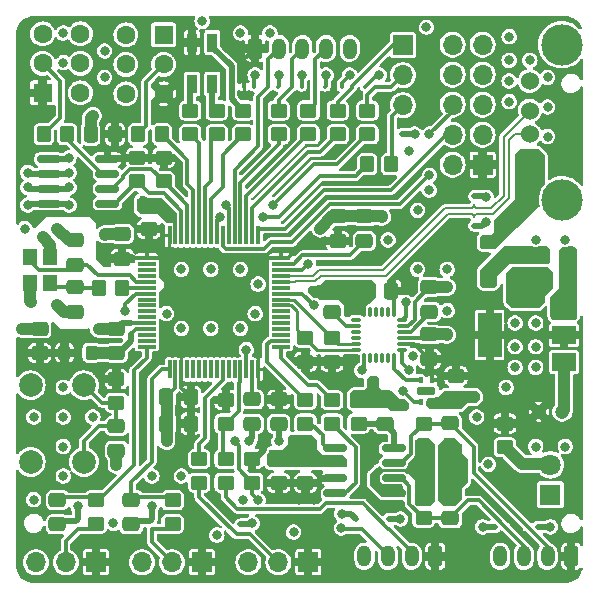
<source format=gbr>
%TF.GenerationSoftware,KiCad,Pcbnew,7.0.5*%
%TF.CreationDate,2023-08-23T03:28:23+02:00*%
%TF.ProjectId,STM32_DevBoard,53544d33-325f-4446-9576-426f6172642e,rev?*%
%TF.SameCoordinates,Original*%
%TF.FileFunction,Copper,L1,Top*%
%TF.FilePolarity,Positive*%
%FSLAX46Y46*%
G04 Gerber Fmt 4.6, Leading zero omitted, Abs format (unit mm)*
G04 Created by KiCad (PCBNEW 7.0.5) date 2023-08-23 03:28:23*
%MOMM*%
%LPD*%
G01*
G04 APERTURE LIST*
G04 Aperture macros list*
%AMRoundRect*
0 Rectangle with rounded corners*
0 $1 Rounding radius*
0 $2 $3 $4 $5 $6 $7 $8 $9 X,Y pos of 4 corners*
0 Add a 4 corners polygon primitive as box body*
4,1,4,$2,$3,$4,$5,$6,$7,$8,$9,$2,$3,0*
0 Add four circle primitives for the rounded corners*
1,1,$1+$1,$2,$3*
1,1,$1+$1,$4,$5*
1,1,$1+$1,$6,$7*
1,1,$1+$1,$8,$9*
0 Add four rect primitives between the rounded corners*
20,1,$1+$1,$2,$3,$4,$5,0*
20,1,$1+$1,$4,$5,$6,$7,0*
20,1,$1+$1,$6,$7,$8,$9,0*
20,1,$1+$1,$8,$9,$2,$3,0*%
G04 Aperture macros list end*
%TA.AperFunction,ComponentPad*%
%ADD10R,1.524000X1.524000*%
%TD*%
%TA.AperFunction,ComponentPad*%
%ADD11C,1.524000*%
%TD*%
%TA.AperFunction,ComponentPad*%
%ADD12C,3.500000*%
%TD*%
%TA.AperFunction,ComponentPad*%
%ADD13RoundRect,0.250000X-0.350000X-0.650000X0.350000X-0.650000X0.350000X0.650000X-0.350000X0.650000X0*%
%TD*%
%TA.AperFunction,ComponentPad*%
%ADD14O,1.200000X1.800000*%
%TD*%
%TA.AperFunction,ComponentPad*%
%ADD15RoundRect,0.250000X0.350000X0.650000X-0.350000X0.650000X-0.350000X-0.650000X0.350000X-0.650000X0*%
%TD*%
%TA.AperFunction,SMDPad,CuDef*%
%ADD16RoundRect,0.062500X-0.117500X-0.062500X0.117500X-0.062500X0.117500X0.062500X-0.117500X0.062500X0*%
%TD*%
%TA.AperFunction,SMDPad,CuDef*%
%ADD17RoundRect,0.250000X0.275000X0.350000X-0.275000X0.350000X-0.275000X-0.350000X0.275000X-0.350000X0*%
%TD*%
%TA.AperFunction,SMDPad,CuDef*%
%ADD18R,0.850000X1.600000*%
%TD*%
%TA.AperFunction,ComponentPad*%
%ADD19C,1.800000*%
%TD*%
%TA.AperFunction,ComponentPad*%
%ADD20R,1.800000X1.800000*%
%TD*%
%TA.AperFunction,ComponentPad*%
%ADD21R,1.600000X1.600000*%
%TD*%
%TA.AperFunction,ComponentPad*%
%ADD22C,1.600000*%
%TD*%
%TA.AperFunction,SMDPad,CuDef*%
%ADD23RoundRect,0.150000X-0.825000X-0.150000X0.825000X-0.150000X0.825000X0.150000X-0.825000X0.150000X0*%
%TD*%
%TA.AperFunction,SMDPad,CuDef*%
%ADD24RoundRect,0.062500X0.062500X-0.117500X0.062500X0.117500X-0.062500X0.117500X-0.062500X-0.117500X0*%
%TD*%
%TA.AperFunction,SMDPad,CuDef*%
%ADD25RoundRect,0.250000X-0.475000X0.337500X-0.475000X-0.337500X0.475000X-0.337500X0.475000X0.337500X0*%
%TD*%
%TA.AperFunction,SMDPad,CuDef*%
%ADD26RoundRect,0.250000X0.337500X0.475000X-0.337500X0.475000X-0.337500X-0.475000X0.337500X-0.475000X0*%
%TD*%
%TA.AperFunction,SMDPad,CuDef*%
%ADD27RoundRect,0.225000X0.375000X-0.225000X0.375000X0.225000X-0.375000X0.225000X-0.375000X-0.225000X0*%
%TD*%
%TA.AperFunction,SMDPad,CuDef*%
%ADD28RoundRect,0.250000X0.450000X-0.350000X0.450000X0.350000X-0.450000X0.350000X-0.450000X-0.350000X0*%
%TD*%
%TA.AperFunction,SMDPad,CuDef*%
%ADD29RoundRect,0.250000X-0.450000X0.350000X-0.450000X-0.350000X0.450000X-0.350000X0.450000X0.350000X0*%
%TD*%
%TA.AperFunction,ComponentPad*%
%ADD30R,1.700000X1.700000*%
%TD*%
%TA.AperFunction,ComponentPad*%
%ADD31O,1.700000X1.700000*%
%TD*%
%TA.AperFunction,SMDPad,CuDef*%
%ADD32RoundRect,0.250000X0.475000X-0.337500X0.475000X0.337500X-0.475000X0.337500X-0.475000X-0.337500X0*%
%TD*%
%TA.AperFunction,SMDPad,CuDef*%
%ADD33R,2.000000X1.500000*%
%TD*%
%TA.AperFunction,SMDPad,CuDef*%
%ADD34R,2.000000X3.800000*%
%TD*%
%TA.AperFunction,SMDPad,CuDef*%
%ADD35RoundRect,0.250000X-0.337500X-0.475000X0.337500X-0.475000X0.337500X0.475000X-0.337500X0.475000X0*%
%TD*%
%TA.AperFunction,ComponentPad*%
%ADD36C,1.200000*%
%TD*%
%TA.AperFunction,SMDPad,CuDef*%
%ADD37RoundRect,0.062500X-0.062500X0.117500X-0.062500X-0.117500X0.062500X-0.117500X0.062500X0.117500X0*%
%TD*%
%TA.AperFunction,ComponentPad*%
%ADD38C,2.000000*%
%TD*%
%TA.AperFunction,SMDPad,CuDef*%
%ADD39RoundRect,0.250000X-0.350000X-0.450000X0.350000X-0.450000X0.350000X0.450000X-0.350000X0.450000X0*%
%TD*%
%TA.AperFunction,SMDPad,CuDef*%
%ADD40RoundRect,0.075000X-0.700000X-0.075000X0.700000X-0.075000X0.700000X0.075000X-0.700000X0.075000X0*%
%TD*%
%TA.AperFunction,SMDPad,CuDef*%
%ADD41RoundRect,0.075000X-0.075000X-0.700000X0.075000X-0.700000X0.075000X0.700000X-0.075000X0.700000X0*%
%TD*%
%TA.AperFunction,SMDPad,CuDef*%
%ADD42RoundRect,0.087500X-0.087500X0.187500X-0.087500X-0.187500X0.087500X-0.187500X0.087500X0.187500X0*%
%TD*%
%TA.AperFunction,SMDPad,CuDef*%
%ADD43RoundRect,0.175000X-0.625000X0.175000X-0.625000X-0.175000X0.625000X-0.175000X0.625000X0.175000X0*%
%TD*%
%TA.AperFunction,SMDPad,CuDef*%
%ADD44RoundRect,0.062500X0.117500X0.062500X-0.117500X0.062500X-0.117500X-0.062500X0.117500X-0.062500X0*%
%TD*%
%TA.AperFunction,SMDPad,CuDef*%
%ADD45R,1.200000X1.400000*%
%TD*%
%TA.AperFunction,SMDPad,CuDef*%
%ADD46RoundRect,0.075000X0.075000X-0.350000X0.075000X0.350000X-0.075000X0.350000X-0.075000X-0.350000X0*%
%TD*%
%TA.AperFunction,SMDPad,CuDef*%
%ADD47RoundRect,0.075000X0.350000X0.075000X-0.350000X0.075000X-0.350000X-0.075000X0.350000X-0.075000X0*%
%TD*%
%TA.AperFunction,ViaPad*%
%ADD48C,0.800000*%
%TD*%
%TA.AperFunction,Conductor*%
%ADD49C,1.000000*%
%TD*%
%TA.AperFunction,Conductor*%
%ADD50C,0.200000*%
%TD*%
%TA.AperFunction,Conductor*%
%ADD51C,0.500000*%
%TD*%
%TA.AperFunction,Conductor*%
%ADD52C,0.300000*%
%TD*%
%TA.AperFunction,Conductor*%
%ADD53C,0.250000*%
%TD*%
G04 APERTURE END LIST*
D10*
%TO.P,J5,1,VBUS*%
%TO.N,+5V*%
X174000000Y-78300000D03*
D11*
%TO.P,J5,2,D-*%
%TO.N,/Connectors/USB_D-*%
X174000000Y-75800000D03*
%TO.P,J5,3,D+*%
%TO.N,/Connectors/USB_D+*%
X174000000Y-73800000D03*
%TO.P,J5,4,GND*%
%TO.N,GND*%
X174000000Y-71300000D03*
D12*
%TO.P,J5,5,Shield*%
%TO.N,unconnected-(J5-Shield-Pad5)*%
X176710000Y-81370000D03*
X176710000Y-68230000D03*
%TD*%
D13*
%TO.P,J8,1,Pin_1*%
%TO.N,+3V3*%
X150750000Y-68550000D03*
D14*
%TO.P,J8,2,Pin_2*%
%TO.N,/Connectors/SPI_MOSI*%
X152750000Y-68550000D03*
%TO.P,J8,3,Pin_3*%
%TO.N,Net-(D8-A2)*%
X154750000Y-68550000D03*
%TO.P,J8,4,Pin_4*%
%TO.N,Net-(D9-A2)*%
X156750000Y-68550000D03*
%TO.P,J8,5,Pin_5*%
%TO.N,GND*%
X158750000Y-68550000D03*
%TD*%
D15*
%TO.P,J1,1,Pin_1*%
%TO.N,+3V3*%
X177500000Y-111550000D03*
D14*
%TO.P,J1,2,Pin_2*%
%TO.N,/Connectors/CAN+*%
X175500000Y-111550000D03*
%TO.P,J1,3,Pin_3*%
%TO.N,/Connectors/CAN-*%
X173500000Y-111550000D03*
%TO.P,J1,4,Pin_4*%
%TO.N,GND*%
X171500000Y-111550000D03*
%TD*%
%TO.P,J10,4,Pin_4*%
%TO.N,GND*%
X160000000Y-111550000D03*
%TO.P,J10,3,Pin_3*%
%TO.N,/Connectors/I2C_SDA*%
X162000000Y-111550000D03*
%TO.P,J10,2,Pin_2*%
%TO.N,Net-(D18-A2)*%
X164000000Y-111550000D03*
D15*
%TO.P,J10,1,Pin_1*%
%TO.N,+3V3*%
X166000000Y-111550000D03*
%TD*%
D16*
%TO.P,D20,1,A1*%
%TO.N,GND*%
X174670000Y-109050000D03*
%TO.P,D20,2,A2*%
%TO.N,/Connectors/CAN+*%
X173830000Y-109050000D03*
%TD*%
D17*
%TO.P,FB1,1*%
%TO.N,+3V3A*%
X136900000Y-94300000D03*
%TO.P,FB1,2*%
%TO.N,+3V3*%
X134600000Y-94300000D03*
%TD*%
D18*
%TO.P,D1,1,RK*%
%TO.N,Net-(D1-RK)*%
X145375000Y-71550000D03*
%TO.P,D1,2,GK*%
%TO.N,Net-(D1-GK)*%
X147125000Y-71550000D03*
%TO.P,D1,3,BK*%
%TO.N,Net-(D1-BK)*%
X147125000Y-68050000D03*
%TO.P,D1,4,A*%
%TO.N,+3V3*%
X145375000Y-68050000D03*
%TD*%
D19*
%TO.P,D2,2,A*%
%TO.N,Net-(D2-A)*%
X175750000Y-103785000D03*
D20*
%TO.P,D2,1,K*%
%TO.N,GND*%
X175750000Y-106325000D03*
%TD*%
D21*
%TO.P,SW3,1,A*%
%TO.N,+3V3*%
X132750000Y-72300000D03*
D22*
%TO.P,SW3,2,B*%
%TO.N,/MCU/EEPROM_WP_SW*%
X132750000Y-69800000D03*
%TO.P,SW3,3,C*%
%TO.N,GND*%
X132750000Y-67300000D03*
%TO.P,SW3,4*%
%TO.N,N/C*%
X135950000Y-72300000D03*
%TO.P,SW3,5*%
X135950000Y-69800000D03*
%TO.P,SW3,6*%
X135950000Y-67300000D03*
%TD*%
D23*
%TO.P,U4,1,A0*%
%TO.N,GND*%
X133275000Y-77895000D03*
%TO.P,U4,2,A1*%
X133275000Y-79165000D03*
%TO.P,U4,3,A2*%
X133275000Y-80435000D03*
%TO.P,U4,4,GND*%
X133275000Y-81705000D03*
%TO.P,U4,5,SDA*%
%TO.N,/MCU/EEPROM_SDA*%
X138225000Y-81705000D03*
%TO.P,U4,6,SCL*%
%TO.N,/MCU/EEPROM_SCL*%
X138225000Y-80435000D03*
%TO.P,U4,7,WP*%
%TO.N,/MCU/EEPROM_WP*%
X138225000Y-79165000D03*
%TO.P,U4,8,VCC*%
%TO.N,+3V3*%
X138225000Y-77895000D03*
%TD*%
D24*
%TO.P,D18,1,A1*%
%TO.N,GND*%
X162050000Y-108380000D03*
%TO.P,D18,2,A2*%
%TO.N,Net-(D18-A2)*%
X162050000Y-109220000D03*
%TD*%
D17*
%TO.P,FB2,1*%
%TO.N,/PMU/LDO_IN*%
X177400000Y-86050000D03*
%TO.P,FB2,2*%
%TO.N,/PMU/POST_POL*%
X175100000Y-86050000D03*
%TD*%
D25*
%TO.P,C28,1*%
%TO.N,/Connectors/CAN+*%
X167250000Y-100262500D03*
%TO.P,C28,2*%
%TO.N,GND*%
X167250000Y-102337500D03*
%TD*%
D26*
%TO.P,C4,1*%
%TO.N,+3V3*%
X145287500Y-98050000D03*
%TO.P,C4,2*%
%TO.N,GND*%
X143212500Y-98050000D03*
%TD*%
D27*
%TO.P,D24,1,K*%
%TO.N,/PMU/POST_POL*%
X170500000Y-88200000D03*
%TO.P,D24,2,A*%
%TO.N,+5V*%
X170500000Y-84900000D03*
%TD*%
D28*
%TO.P,R7,1*%
%TO.N,/Connectors/SPI_SCK_TX*%
X155250000Y-75800000D03*
%TO.P,R7,2*%
%TO.N,Net-(D9-A2)*%
X155250000Y-73800000D03*
%TD*%
D29*
%TO.P,R27,1*%
%TO.N,+3V3*%
X148250000Y-98300000D03*
%TO.P,R27,2*%
%TO.N,/Connectors/I2C_SCL*%
X148250000Y-100300000D03*
%TD*%
D28*
%TO.P,R11,1*%
%TO.N,Net-(D2-A)*%
X171900000Y-102300000D03*
%TO.P,R11,2*%
%TO.N,+3V3*%
X171900000Y-100300000D03*
%TD*%
D16*
%TO.P,D4,1,A1*%
%TO.N,GND*%
X152670000Y-71800000D03*
%TO.P,D4,2,A2*%
%TO.N,/Connectors/SPI_MOSI*%
X151830000Y-71800000D03*
%TD*%
D24*
%TO.P,D13,1,A1*%
%TO.N,GND*%
X149500000Y-108830000D03*
%TO.P,D13,2,A2*%
%TO.N,Net-(D13-A2)*%
X149500000Y-109670000D03*
%TD*%
D25*
%TO.P,C10,1*%
%TO.N,Net-(U3-VCAP_1)*%
X150500000Y-98262500D03*
%TO.P,C10,2*%
%TO.N,GND*%
X150500000Y-100337500D03*
%TD*%
D21*
%TO.P,SW1,1,A*%
%TO.N,GND*%
X143000000Y-67392500D03*
D22*
%TO.P,SW1,2,B*%
%TO.N,Net-(SW1-B)*%
X143000000Y-69892500D03*
%TO.P,SW1,3,C*%
%TO.N,+3V3*%
X143000000Y-72392500D03*
%TO.P,SW1,4*%
%TO.N,N/C*%
X139800000Y-67392500D03*
%TO.P,SW1,5*%
X139800000Y-69892500D03*
%TO.P,SW1,6*%
X139800000Y-72392500D03*
%TD*%
D29*
%TO.P,R16,1*%
%TO.N,GND*%
X159500000Y-98300000D03*
%TO.P,R16,2*%
%TO.N,/Connectors/CAN_RS*%
X159500000Y-100300000D03*
%TD*%
%TO.P,R9,1*%
%TO.N,/Connectors/CAN_TX*%
X155000000Y-98300000D03*
%TO.P,R9,2*%
%TO.N,Net-(U6-D)*%
X155000000Y-100300000D03*
%TD*%
D30*
%TO.P,J3,1,Pin_1*%
%TO.N,+3V3*%
X146250000Y-112050000D03*
D31*
%TO.P,J3,2,Pin_2*%
%TO.N,Net-(D7-A2)*%
X143710000Y-112050000D03*
%TO.P,J3,3,Pin_3*%
%TO.N,GND*%
X141170000Y-112050000D03*
%TD*%
D25*
%TO.P,C5,1*%
%TO.N,+3V3*%
X152750000Y-98262500D03*
%TO.P,C5,2*%
%TO.N,GND*%
X152750000Y-100337500D03*
%TD*%
D32*
%TO.P,C31,1*%
%TO.N,/Connectors/CAN_RS*%
X161750000Y-100337500D03*
%TO.P,C31,2*%
%TO.N,GND*%
X161750000Y-98262500D03*
%TD*%
D33*
%TO.P,U8,1,GND*%
%TO.N,GND*%
X176900000Y-95100000D03*
%TO.P,U8,2,VO*%
%TO.N,+3V3*%
X176900000Y-92800000D03*
D34*
X170600000Y-92800000D03*
D33*
%TO.P,U8,3,VI*%
%TO.N,/PMU/LDO_IN*%
X176900000Y-90500000D03*
%TD*%
D35*
%TO.P,C29,1*%
%TO.N,/Connectors/VREF*%
X164962500Y-104300000D03*
%TO.P,C29,2*%
%TO.N,GND*%
X167037500Y-104300000D03*
%TD*%
D32*
%TO.P,C9,1*%
%TO.N,Net-(U3-VCAP_2)*%
X160000000Y-84837500D03*
%TO.P,C9,2*%
%TO.N,GND*%
X160000000Y-82762500D03*
%TD*%
D16*
%TO.P,D10,1,A1*%
%TO.N,GND*%
X163170000Y-75800000D03*
%TO.P,D10,2,A2*%
%TO.N,Net-(D10-A2)*%
X162330000Y-75800000D03*
%TD*%
D36*
%TO.P,C14,1*%
%TO.N,+3V3*%
X174750000Y-99300000D03*
%TO.P,C14,2*%
%TO.N,GND*%
X176750000Y-99300000D03*
%TD*%
D32*
%TO.P,C27,1*%
%TO.N,+3V3*%
X155000000Y-105337500D03*
%TO.P,C27,2*%
%TO.N,GND*%
X155000000Y-103262500D03*
%TD*%
D25*
%TO.P,C22,1*%
%TO.N,/PMU/POST_POL*%
X172750000Y-86012500D03*
%TO.P,C22,2*%
%TO.N,GND*%
X172750000Y-88087500D03*
%TD*%
D24*
%TO.P,D7,1,A1*%
%TO.N,GND*%
X142000000Y-108380000D03*
%TO.P,D7,2,A2*%
%TO.N,Net-(D7-A2)*%
X142000000Y-109220000D03*
%TD*%
D29*
%TO.P,R17,1*%
%TO.N,/Connectors/PWM0*%
X146000000Y-103300000D03*
%TO.P,R17,2*%
%TO.N,Net-(D13-A2)*%
X146000000Y-105300000D03*
%TD*%
D37*
%TO.P,D6,1,A1*%
%TO.N,GND*%
X169300000Y-83550000D03*
%TO.P,D6,2,A2*%
%TO.N,/Connectors/USB_D-*%
X169300000Y-82710000D03*
%TD*%
D25*
%TO.P,C30,1*%
%TO.N,GND*%
X167250000Y-106262500D03*
%TO.P,C30,2*%
%TO.N,/Connectors/CAN-*%
X167250000Y-108337500D03*
%TD*%
D29*
%TO.P,R3,1*%
%TO.N,+3V3*%
X139000000Y-96550000D03*
%TO.P,R3,2*%
%TO.N,/MCU/NRST*%
X139000000Y-98550000D03*
%TD*%
D38*
%TO.P,SW2,1,1*%
%TO.N,GND*%
X131750000Y-103550000D03*
X131750000Y-97050000D03*
%TO.P,SW2,2,2*%
%TO.N,/MCU/NRST*%
X136250000Y-103550000D03*
X136250000Y-97050000D03*
%TD*%
D32*
%TO.P,C19,1*%
%TO.N,+3V3*%
X165500000Y-94837500D03*
%TO.P,C19,2*%
%TO.N,GND*%
X165500000Y-92762500D03*
%TD*%
%TO.P,C1,1*%
%TO.N,+3V3*%
X139500000Y-86337500D03*
%TO.P,C1,2*%
%TO.N,GND*%
X139500000Y-84262500D03*
%TD*%
%TO.P,C8,1*%
%TO.N,+3V3*%
X132500000Y-94337500D03*
%TO.P,C8,2*%
%TO.N,GND*%
X132500000Y-92262500D03*
%TD*%
D29*
%TO.P,R24,1*%
%TO.N,+3V3*%
X143000000Y-77800000D03*
%TO.P,R24,2*%
%TO.N,/MCU/EEPROM_SCL*%
X143000000Y-79800000D03*
%TD*%
D26*
%TO.P,C20,1*%
%TO.N,+3V3*%
X162287500Y-89050000D03*
%TO.P,C20,2*%
%TO.N,GND*%
X160212500Y-89050000D03*
%TD*%
D32*
%TO.P,C26,1*%
%TO.N,+3V3*%
X152750000Y-105337500D03*
%TO.P,C26,2*%
%TO.N,GND*%
X152750000Y-103262500D03*
%TD*%
D30*
%TO.P,J6,1,Pin_1*%
%TO.N,+3V3*%
X170000000Y-78375000D03*
D31*
%TO.P,J6,2,Pin_2*%
%TO.N,/MCU/SWDIO*%
X167460000Y-78375000D03*
%TO.P,J6,3,Pin_3*%
%TO.N,GND*%
X170000000Y-75835000D03*
%TO.P,J6,4,Pin_4*%
%TO.N,/MCU/SWCLK*%
X167460000Y-75835000D03*
%TO.P,J6,5,Pin_5*%
%TO.N,GND*%
X170000000Y-73295000D03*
%TO.P,J6,6,Pin_6*%
%TO.N,/MCU/SWO*%
X167460000Y-73295000D03*
%TO.P,J6,7,Pin_7*%
%TO.N,unconnected-(J6-Pin_7-Pad7)*%
X170000000Y-70755000D03*
%TO.P,J6,8,Pin_8*%
%TO.N,unconnected-(J6-Pin_8-Pad8)*%
X167460000Y-70755000D03*
%TO.P,J6,9,Pin_9*%
%TO.N,GND*%
X170000000Y-68215000D03*
%TO.P,J6,10,Pin_10*%
%TO.N,/MCU/NRST*%
X167460000Y-68215000D03*
%TD*%
D39*
%TO.P,R8,1*%
%TO.N,/MCU/EEPROM_WP_SW*%
X132850000Y-75800000D03*
%TO.P,R8,2*%
%TO.N,/MCU/EEPROM_WP*%
X134850000Y-75800000D03*
%TD*%
D30*
%TO.P,J12,1,Pin_1*%
%TO.N,+3V3*%
X137250000Y-112050000D03*
D31*
%TO.P,J12,2,Pin_2*%
%TO.N,Net-(D22-A2)*%
X134710000Y-112050000D03*
%TO.P,J12,3,Pin_3*%
%TO.N,GND*%
X132170000Y-112050000D03*
%TD*%
D28*
%TO.P,R15,1*%
%TO.N,/Connectors/CAN-*%
X165000000Y-108300000D03*
%TO.P,R15,2*%
%TO.N,/Connectors/VREF*%
X165000000Y-106300000D03*
%TD*%
D32*
%TO.P,C15,1*%
%TO.N,Net-(U1-REGOUT)*%
X165500000Y-90837500D03*
%TO.P,C15,2*%
%TO.N,GND*%
X165500000Y-88762500D03*
%TD*%
D40*
%TO.P,U3,1,VBAT*%
%TO.N,+3V3*%
X141575000Y-86300000D03*
%TO.P,U3,2,PC13*%
%TO.N,unconnected-(U3-PC13-Pad2)*%
X141575000Y-86800000D03*
%TO.P,U3,3,PC14*%
%TO.N,unconnected-(U3-PC14-Pad3)*%
X141575000Y-87300000D03*
%TO.P,U3,4,PC15*%
%TO.N,unconnected-(U3-PC15-Pad4)*%
X141575000Y-87800000D03*
%TO.P,U3,5,PH0*%
%TO.N,/MCU/Strapping/HSE_IN*%
X141575000Y-88300000D03*
%TO.P,U3,6,PH1*%
%TO.N,/MCU/Strapping/HSE_OUT*%
X141575000Y-88800000D03*
%TO.P,U3,7,NRST*%
%TO.N,/MCU/NRST*%
X141575000Y-89300000D03*
%TO.P,U3,8,PC0*%
%TO.N,unconnected-(U3-PC0-Pad8)*%
X141575000Y-89800000D03*
%TO.P,U3,9,PC1*%
%TO.N,unconnected-(U3-PC1-Pad9)*%
X141575000Y-90300000D03*
%TO.P,U3,10,PC2*%
%TO.N,unconnected-(U3-PC2-Pad10)*%
X141575000Y-90800000D03*
%TO.P,U3,11,PC3*%
%TO.N,unconnected-(U3-PC3-Pad11)*%
X141575000Y-91300000D03*
%TO.P,U3,12,VSSA*%
%TO.N,GND*%
X141575000Y-91800000D03*
%TO.P,U3,13,VDDA*%
%TO.N,+3V3A*%
X141575000Y-92300000D03*
%TO.P,U3,14,PA0*%
%TO.N,/MCU/A_GPIO_0*%
X141575000Y-92800000D03*
%TO.P,U3,15,PA1*%
%TO.N,/MCU/A_GPIO_1*%
X141575000Y-93300000D03*
%TO.P,U3,16,PA2*%
%TO.N,/Connectors/A_GPIO_2*%
X141575000Y-93800000D03*
D41*
%TO.P,U3,17,PA3*%
%TO.N,/Connectors/A_GPIO_3*%
X143500000Y-95725000D03*
%TO.P,U3,18,VSS*%
%TO.N,GND*%
X144000000Y-95725000D03*
%TO.P,U3,19,VDD*%
%TO.N,+3V3*%
X144500000Y-95725000D03*
%TO.P,U3,20,PA4*%
%TO.N,/MCU/A_GPIO_4*%
X145000000Y-95725000D03*
%TO.P,U3,21,PA5*%
%TO.N,/MCU/A_GPIO_5*%
X145500000Y-95725000D03*
%TO.P,U3,22,PA6*%
%TO.N,/MCU/A_GPIO_6*%
X146000000Y-95725000D03*
%TO.P,U3,23,PA7*%
%TO.N,/MCU/A_GPIO_7*%
X146500000Y-95725000D03*
%TO.P,U3,24,PC4*%
%TO.N,unconnected-(U3-PC4-Pad24)*%
X147000000Y-95725000D03*
%TO.P,U3,25,PC5*%
%TO.N,unconnected-(U3-PC5-Pad25)*%
X147500000Y-95725000D03*
%TO.P,U3,26,PB0*%
%TO.N,/Connectors/PWM0*%
X148000000Y-95725000D03*
%TO.P,U3,27,PB1*%
%TO.N,/MCU/PWM1*%
X148500000Y-95725000D03*
%TO.P,U3,28,PB2*%
%TO.N,unconnected-(U3-PB2-Pad28)*%
X149000000Y-95725000D03*
%TO.P,U3,29,PB10*%
%TO.N,/Connectors/I2C_SCL*%
X149500000Y-95725000D03*
%TO.P,U3,30,PB11*%
%TO.N,/Connectors/I2C_SDA*%
X150000000Y-95725000D03*
%TO.P,U3,31,VCAP_1*%
%TO.N,Net-(U3-VCAP_1)*%
X150500000Y-95725000D03*
%TO.P,U3,32,VDD*%
%TO.N,+3V3*%
X151000000Y-95725000D03*
D40*
%TO.P,U3,33,PB12*%
%TO.N,/Connectors/CAN_RX*%
X152925000Y-93800000D03*
%TO.P,U3,34,PB13*%
%TO.N,/Connectors/CAN_TX*%
X152925000Y-93300000D03*
%TO.P,U3,35,PB14*%
%TO.N,unconnected-(U3-PB14-Pad35)*%
X152925000Y-92800000D03*
%TO.P,U3,36,PB15*%
%TO.N,unconnected-(U3-PB15-Pad36)*%
X152925000Y-92300000D03*
%TO.P,U3,37,PC6*%
%TO.N,unconnected-(U3-PC6-Pad37)*%
X152925000Y-91800000D03*
%TO.P,U3,38,PC7*%
%TO.N,unconnected-(U3-PC7-Pad38)*%
X152925000Y-91300000D03*
%TO.P,U3,39,PC8*%
%TO.N,unconnected-(U3-PC8-Pad39)*%
X152925000Y-90800000D03*
%TO.P,U3,40,PC9*%
%TO.N,/MCU/SENSE_SDA*%
X152925000Y-90300000D03*
%TO.P,U3,41,PA8*%
%TO.N,/MCU/SENSE_SCL*%
X152925000Y-89800000D03*
%TO.P,U3,42,PA9*%
%TO.N,/MCU/IMU_INT*%
X152925000Y-89300000D03*
%TO.P,U3,43,PA10*%
%TO.N,unconnected-(U3-PA10-Pad43)*%
X152925000Y-88800000D03*
%TO.P,U3,44,PA11*%
%TO.N,/Connectors/USB_D-*%
X152925000Y-88300000D03*
%TO.P,U3,45,PA12*%
%TO.N,/Connectors/USB_D+*%
X152925000Y-87800000D03*
%TO.P,U3,46,PA13*%
%TO.N,/MCU/SWDIO*%
X152925000Y-87300000D03*
%TO.P,U3,47,VCAP_2*%
%TO.N,Net-(U3-VCAP_2)*%
X152925000Y-86800000D03*
%TO.P,U3,48,VDD*%
%TO.N,+3V3*%
X152925000Y-86300000D03*
D41*
%TO.P,U3,49,PA14*%
%TO.N,/MCU/SWCLK*%
X151000000Y-84375000D03*
%TO.P,U3,50,PA15*%
%TO.N,/Connectors/SPI_NSS0*%
X150500000Y-84375000D03*
%TO.P,U3,51,PC10*%
%TO.N,/Connectors/SPI_SCK_TX*%
X150000000Y-84375000D03*
%TO.P,U3,52,PC11*%
%TO.N,/Connectors/SPI_MISO_RX*%
X149500000Y-84375000D03*
%TO.P,U3,53,PC12*%
%TO.N,/Connectors/SPI_MOSI*%
X149000000Y-84375000D03*
%TO.P,U3,54,PD2*%
%TO.N,/Connectors/SPI_NSS1*%
X148500000Y-84375000D03*
%TO.P,U3,55,PB3*%
%TO.N,/MCU/SWO*%
X148000000Y-84375000D03*
%TO.P,U3,56,PB4*%
%TO.N,/Connectors/SPI_NSS2*%
X147500000Y-84375000D03*
%TO.P,U3,57,PB5*%
%TO.N,/MCU/NPWM_B*%
X147000000Y-84375000D03*
%TO.P,U3,58,PB6*%
%TO.N,/MCU/NPWM_G*%
X146500000Y-84375000D03*
%TO.P,U3,59,PB7*%
%TO.N,/MCU/NPWM_R*%
X146000000Y-84375000D03*
%TO.P,U3,60,BOOT0*%
%TO.N,/MCU/Strapping/BOOT0*%
X145500000Y-84375000D03*
%TO.P,U3,61,PB8*%
%TO.N,/MCU/EEPROM_SCL*%
X145000000Y-84375000D03*
%TO.P,U3,62,PB9*%
%TO.N,/MCU/EEPROM_SDA*%
X144500000Y-84375000D03*
%TO.P,U3,63,VSS*%
%TO.N,GND*%
X144000000Y-84375000D03*
%TO.P,U3,64,VDD*%
%TO.N,+3V3*%
X143500000Y-84375000D03*
%TD*%
D23*
%TO.P,U6,1,D*%
%TO.N,Net-(U6-D)*%
X157525000Y-102395000D03*
%TO.P,U6,2,GND*%
%TO.N,GND*%
X157525000Y-103665000D03*
%TO.P,U6,3,VCC*%
%TO.N,+3V3*%
X157525000Y-104935000D03*
%TO.P,U6,4,R*%
%TO.N,Net-(U6-R)*%
X157525000Y-106205000D03*
%TO.P,U6,5,Vref*%
%TO.N,/Connectors/VREF*%
X162475000Y-106205000D03*
%TO.P,U6,6,CANL*%
%TO.N,/Connectors/CAN-*%
X162475000Y-104935000D03*
%TO.P,U6,7,CANH*%
%TO.N,/Connectors/CAN+*%
X162475000Y-103665000D03*
%TO.P,U6,8,Rs*%
%TO.N,/Connectors/CAN_RS*%
X162475000Y-102395000D03*
%TD*%
D30*
%TO.P,J11,1,Pin_1*%
%TO.N,+3V3*%
X155250000Y-112050000D03*
D31*
%TO.P,J11,2,Pin_2*%
%TO.N,Net-(D13-A2)*%
X152710000Y-112050000D03*
%TO.P,J11,3,Pin_3*%
%TO.N,GND*%
X150170000Y-112050000D03*
%TD*%
D29*
%TO.P,R14,1*%
%TO.N,/Connectors/CAN_RX*%
X157250000Y-98300000D03*
%TO.P,R14,2*%
%TO.N,Net-(U6-R)*%
X157250000Y-100300000D03*
%TD*%
D39*
%TO.P,R2,1*%
%TO.N,Net-(SW1-B)*%
X140850000Y-75800000D03*
%TO.P,R2,2*%
%TO.N,/MCU/Strapping/BOOT0*%
X142850000Y-75800000D03*
%TD*%
D29*
%TO.P,R28,1*%
%TO.N,+3V3*%
X150500000Y-103300000D03*
%TO.P,R28,2*%
%TO.N,/Connectors/I2C_SDA*%
X150500000Y-105300000D03*
%TD*%
D28*
%TO.P,R19,1*%
%TO.N,/Connectors/SPI_NSS1*%
X160250000Y-75800000D03*
%TO.P,R19,2*%
%TO.N,Net-(D11-A2)*%
X160250000Y-73800000D03*
%TD*%
D42*
%TO.P,U2,1,VDD*%
%TO.N,+3V3*%
X165750000Y-96625000D03*
%TO.P,U2,2,SCL*%
%TO.N,/Sensors/AUX_SCL*%
X164750000Y-96625000D03*
%TO.P,U2,3,SDA*%
%TO.N,/Sensors/AUX_SDA*%
X164750000Y-98475000D03*
%TO.P,U2,4,VSS*%
%TO.N,GND*%
X165750000Y-98475000D03*
D43*
%TO.P,U2,5,NC*%
%TO.N,unconnected-(U2-NC-Pad5)*%
X165250000Y-97550000D03*
%TD*%
D44*
%TO.P,D11,1,A1*%
%TO.N,GND*%
X160080000Y-71800000D03*
%TO.P,D11,2,A2*%
%TO.N,Net-(D11-A2)*%
X160920000Y-71800000D03*
%TD*%
D16*
%TO.P,D8,1,A1*%
%TO.N,GND*%
X154670000Y-71800000D03*
%TO.P,D8,2,A2*%
%TO.N,Net-(D8-A2)*%
X153830000Y-71800000D03*
%TD*%
D32*
%TO.P,C7,1*%
%TO.N,+3V3A*%
X139000000Y-94337500D03*
%TO.P,C7,2*%
%TO.N,GND*%
X139000000Y-92262500D03*
%TD*%
D29*
%TO.P,R23,1*%
%TO.N,+3V3*%
X140750000Y-77800000D03*
%TO.P,R23,2*%
%TO.N,/MCU/EEPROM_SDA*%
X140750000Y-79800000D03*
%TD*%
D26*
%TO.P,C18,1*%
%TO.N,+3V3*%
X138887500Y-75800000D03*
%TO.P,C18,2*%
%TO.N,GND*%
X136812500Y-75800000D03*
%TD*%
D45*
%TO.P,Y1,1,1*%
%TO.N,/MCU/Strapping/HSE_IN*%
X131650000Y-86200000D03*
%TO.P,Y1,2,2*%
%TO.N,GND*%
X131650000Y-88400000D03*
%TO.P,Y1,3,3*%
%TO.N,/MCU/Strapping/XTAL_IN*%
X133350000Y-88400000D03*
%TO.P,Y1,4,4*%
%TO.N,GND*%
X133350000Y-86200000D03*
%TD*%
D32*
%TO.P,C11,1*%
%TO.N,/MCU/Strapping/HSE_IN*%
X135500000Y-86837500D03*
%TO.P,C11,2*%
%TO.N,GND*%
X135500000Y-84762500D03*
%TD*%
D28*
%TO.P,R21,1*%
%TO.N,/Connectors/SPI_MISO_RX*%
X152750000Y-75800000D03*
%TO.P,R21,2*%
%TO.N,Net-(D8-A2)*%
X152750000Y-73800000D03*
%TD*%
D39*
%TO.P,R1,1*%
%TO.N,/MCU/Strapping/XTAL_IN*%
X137500000Y-88800000D03*
%TO.P,R1,2*%
%TO.N,/MCU/Strapping/HSE_OUT*%
X139500000Y-88800000D03*
%TD*%
D24*
%TO.P,D5,1,A1*%
%TO.N,GND*%
X169300000Y-81050000D03*
%TO.P,D5,2,A2*%
%TO.N,/Connectors/USB_D+*%
X169300000Y-81890000D03*
%TD*%
D28*
%TO.P,R26,1*%
%TO.N,+3V3*%
X155000000Y-95050000D03*
%TO.P,R26,2*%
%TO.N,/MCU/SENSE_SDA*%
X155000000Y-93050000D03*
%TD*%
%TO.P,R4,1*%
%TO.N,/MCU/NPWM_R*%
X145250000Y-75800000D03*
%TO.P,R4,2*%
%TO.N,Net-(D1-RK)*%
X145250000Y-73800000D03*
%TD*%
D29*
%TO.P,R10,1*%
%TO.N,/Connectors/A_GPIO_3*%
X143750000Y-106800000D03*
%TO.P,R10,2*%
%TO.N,Net-(D7-A2)*%
X143750000Y-108800000D03*
%TD*%
D30*
%TO.P,J9,1,Pin_1*%
%TO.N,Net-(D12-A2)*%
X163250000Y-68260000D03*
D31*
%TO.P,J9,2,Pin_2*%
%TO.N,Net-(D11-A2)*%
X163250000Y-70800000D03*
%TO.P,J9,3,Pin_3*%
%TO.N,Net-(D10-A2)*%
X163250000Y-73340000D03*
%TD*%
D16*
%TO.P,D9,1,A1*%
%TO.N,GND*%
X156670000Y-71800000D03*
%TO.P,D9,2,A2*%
%TO.N,Net-(D9-A2)*%
X155830000Y-71800000D03*
%TD*%
D25*
%TO.P,C23,1*%
%TO.N,/Connectors/A_GPIO_3*%
X140250000Y-106762500D03*
%TO.P,C23,2*%
%TO.N,GND*%
X140250000Y-108837500D03*
%TD*%
D28*
%TO.P,R25,1*%
%TO.N,+3V3*%
X157250000Y-95050000D03*
%TO.P,R25,2*%
%TO.N,/MCU/SENSE_SCL*%
X157250000Y-93050000D03*
%TD*%
D46*
%TO.P,U1,1,CLKIN*%
%TO.N,GND*%
X160000000Y-94750000D03*
%TO.P,U1,2,NC*%
%TO.N,unconnected-(U1-NC-Pad2)*%
X160500000Y-94750000D03*
%TO.P,U1,3,NC*%
%TO.N,unconnected-(U1-NC-Pad3)*%
X161000000Y-94750000D03*
%TO.P,U1,4,NC*%
%TO.N,unconnected-(U1-NC-Pad4)*%
X161500000Y-94750000D03*
%TO.P,U1,5,NC*%
%TO.N,unconnected-(U1-NC-Pad5)*%
X162000000Y-94750000D03*
%TO.P,U1,6,AUX_DA*%
%TO.N,/Sensors/AUX_SCL*%
X162500000Y-94750000D03*
D47*
%TO.P,U1,7,AUX_CL*%
%TO.N,/Sensors/AUX_SDA*%
X163200000Y-94050000D03*
%TO.P,U1,8,VLOGIC*%
%TO.N,+3V3*%
X163200000Y-93550000D03*
%TO.P,U1,9,AD0*%
%TO.N,GND*%
X163200000Y-93050000D03*
%TO.P,U1,10,REGOUT*%
%TO.N,Net-(U1-REGOUT)*%
X163200000Y-92550000D03*
%TO.P,U1,11,FSYNC*%
%TO.N,GND*%
X163200000Y-92050000D03*
%TO.P,U1,12,INT*%
%TO.N,/MCU/IMU_INT*%
X163200000Y-91550000D03*
D46*
%TO.P,U1,13,VDD*%
%TO.N,+3V3*%
X162500000Y-90850000D03*
%TO.P,U1,14,NC*%
%TO.N,unconnected-(U1-NC-Pad14)*%
X162000000Y-90850000D03*
%TO.P,U1,15,NC*%
%TO.N,unconnected-(U1-NC-Pad15)*%
X161500000Y-90850000D03*
%TO.P,U1,16,NC*%
%TO.N,unconnected-(U1-NC-Pad16)*%
X161000000Y-90850000D03*
%TO.P,U1,17,NC*%
%TO.N,unconnected-(U1-NC-Pad17)*%
X160500000Y-90850000D03*
%TO.P,U1,18,GND*%
%TO.N,GND*%
X160000000Y-90850000D03*
D47*
%TO.P,U1,19,RESV*%
%TO.N,unconnected-(U1-RESV-Pad19)*%
X159300000Y-91550000D03*
%TO.P,U1,20,CPOUT*%
%TO.N,Net-(U1-CPOUT)*%
X159300000Y-92050000D03*
%TO.P,U1,21,RESV*%
%TO.N,unconnected-(U1-RESV-Pad21)*%
X159300000Y-92550000D03*
%TO.P,U1,22,RESV*%
%TO.N,unconnected-(U1-RESV-Pad22)*%
X159300000Y-93050000D03*
%TO.P,U1,23,SCL*%
%TO.N,/MCU/SENSE_SCL*%
X159300000Y-93550000D03*
%TO.P,U1,24,SDA*%
%TO.N,/MCU/SENSE_SDA*%
X159300000Y-94050000D03*
%TD*%
D24*
%TO.P,D17,1,A1*%
%TO.N,GND*%
X159250000Y-108380000D03*
%TO.P,D17,2,A2*%
%TO.N,/Connectors/I2C_SDA*%
X159250000Y-109220000D03*
%TD*%
D32*
%TO.P,C2,1*%
%TO.N,+3V3*%
X157750000Y-84837500D03*
%TO.P,C2,2*%
%TO.N,GND*%
X157750000Y-82762500D03*
%TD*%
D24*
%TO.P,D22,1,A1*%
%TO.N,GND*%
X135750000Y-108380000D03*
%TO.P,D22,2,A2*%
%TO.N,Net-(D22-A2)*%
X135750000Y-109220000D03*
%TD*%
D29*
%TO.P,R22,1*%
%TO.N,/Connectors/I2C_SCL*%
X148250000Y-103300000D03*
%TO.P,R22,2*%
%TO.N,Net-(D18-A2)*%
X148250000Y-105300000D03*
%TD*%
D16*
%TO.P,D3,1,A1*%
%TO.N,GND*%
X150670000Y-71800000D03*
%TO.P,D3,2,A2*%
%TO.N,+3V3*%
X149830000Y-71800000D03*
%TD*%
D25*
%TO.P,C13,1*%
%TO.N,/MCU/NRST*%
X139000000Y-100512500D03*
%TO.P,C13,2*%
%TO.N,GND*%
X139000000Y-102587500D03*
%TD*%
D44*
%TO.P,D15,1,A1*%
%TO.N,GND*%
X171080000Y-109050000D03*
%TO.P,D15,2,A2*%
%TO.N,/Connectors/CAN-*%
X171920000Y-109050000D03*
%TD*%
D28*
%TO.P,R18,1*%
%TO.N,/Connectors/SPI_NSS0*%
X157750000Y-75800000D03*
%TO.P,R18,2*%
%TO.N,Net-(D12-A2)*%
X157750000Y-73800000D03*
%TD*%
D25*
%TO.P,C12,1*%
%TO.N,/MCU/Strapping/XTAL_IN*%
X135500000Y-88762500D03*
%TO.P,C12,2*%
%TO.N,GND*%
X135500000Y-90837500D03*
%TD*%
%TO.P,C17,1*%
%TO.N,+3V3*%
X167750000Y-96262500D03*
%TO.P,C17,2*%
%TO.N,GND*%
X167750000Y-98337500D03*
%TD*%
D32*
%TO.P,C16,1*%
%TO.N,Net-(U1-CPOUT)*%
X157250000Y-90837500D03*
%TO.P,C16,2*%
%TO.N,GND*%
X157250000Y-88762500D03*
%TD*%
%TO.P,C3,1*%
%TO.N,+3V3*%
X141750000Y-83837500D03*
%TO.P,C3,2*%
%TO.N,GND*%
X141750000Y-81762500D03*
%TD*%
D28*
%TO.P,R13,1*%
%TO.N,/Connectors/VREF*%
X165000000Y-102300000D03*
%TO.P,R13,2*%
%TO.N,/Connectors/CAN+*%
X165000000Y-100300000D03*
%TD*%
D26*
%TO.P,C6,1*%
%TO.N,+3V3*%
X145287500Y-100300000D03*
%TO.P,C6,2*%
%TO.N,GND*%
X143212500Y-100300000D03*
%TD*%
%TO.P,C33,1*%
%TO.N,/PMU/LDO_IN*%
X177287500Y-88050000D03*
%TO.P,C33,2*%
%TO.N,GND*%
X175212500Y-88050000D03*
%TD*%
D44*
%TO.P,D12,1,A1*%
%TO.N,GND*%
X158080000Y-71800000D03*
%TO.P,D12,2,A2*%
%TO.N,Net-(D12-A2)*%
X158920000Y-71800000D03*
%TD*%
D25*
%TO.P,C25,1*%
%TO.N,/Connectors/A_GPIO_2*%
X134000000Y-106762500D03*
%TO.P,C25,2*%
%TO.N,GND*%
X134000000Y-108837500D03*
%TD*%
D29*
%TO.P,R12,1*%
%TO.N,/Connectors/A_GPIO_2*%
X137250000Y-106800000D03*
%TO.P,R12,2*%
%TO.N,Net-(D22-A2)*%
X137250000Y-108800000D03*
%TD*%
D39*
%TO.P,R20,1*%
%TO.N,/Connectors/SPI_NSS2*%
X160250000Y-78350000D03*
%TO.P,R20,2*%
%TO.N,Net-(D10-A2)*%
X162250000Y-78350000D03*
%TD*%
D28*
%TO.P,R5,1*%
%TO.N,/MCU/NPWM_G*%
X147500000Y-75800000D03*
%TO.P,R5,2*%
%TO.N,Net-(D1-GK)*%
X147500000Y-73800000D03*
%TD*%
%TO.P,R6,1*%
%TO.N,/MCU/NPWM_B*%
X149750000Y-75800000D03*
%TO.P,R6,2*%
%TO.N,Net-(D1-BK)*%
X149750000Y-73800000D03*
%TD*%
D48*
%TO.N,GND*%
X163750000Y-77250000D03*
X147500000Y-109750000D03*
X154000000Y-109500000D03*
X170300000Y-81150000D03*
X170300000Y-83224500D03*
%TO.N,+3V3*%
X176750000Y-74750000D03*
X145750000Y-88500000D03*
X143250000Y-103500000D03*
X163750000Y-88550000D03*
X168250000Y-88000000D03*
X152000000Y-96800000D03*
X135750000Y-101000000D03*
X160750000Y-103500000D03*
X169250000Y-96800000D03*
X133250000Y-101000000D03*
X170750000Y-98500000D03*
X176750000Y-77250000D03*
X145750000Y-108500000D03*
X156250000Y-85050000D03*
X145750000Y-86000000D03*
X154500000Y-106750000D03*
X144750000Y-102000000D03*
X133250000Y-98500000D03*
X138000000Y-86300000D03*
X168250000Y-91750000D03*
X170750000Y-95550000D03*
X168250000Y-86000000D03*
X165750000Y-86000000D03*
X157250000Y-96550000D03*
X136500000Y-79000000D03*
X155750000Y-106750000D03*
X148250000Y-91000000D03*
X136500000Y-81000000D03*
X170750000Y-90050000D03*
X138500000Y-74250000D03*
X168250000Y-89750000D03*
X175750000Y-101000000D03*
X131000000Y-94300000D03*
X141500000Y-85300000D03*
X145750000Y-93500000D03*
X167000000Y-94550000D03*
X134500000Y-93000000D03*
X145750000Y-91000000D03*
X148250000Y-88500000D03*
X168250000Y-93500000D03*
X151500000Y-101800000D03*
X148250000Y-93500000D03*
%TO.N,GND*%
X158079977Y-107950000D03*
X156750000Y-70800000D03*
X174500000Y-95550000D03*
X135000000Y-81800000D03*
X131500000Y-79050000D03*
X149500000Y-92250000D03*
X134500000Y-97250000D03*
X147000000Y-92250000D03*
X143250000Y-101800000D03*
X151000000Y-88500000D03*
X134500000Y-67250000D03*
X175500000Y-71000000D03*
X131750000Y-90050000D03*
X158750000Y-88800000D03*
X155750000Y-89050000D03*
X172250000Y-67550000D03*
X149500000Y-87250000D03*
X159750000Y-95800000D03*
X164250000Y-75800000D03*
X174500000Y-93800000D03*
X139000000Y-103800000D03*
X172250000Y-73050000D03*
X158750000Y-70800000D03*
X131000000Y-92300000D03*
X134500000Y-99750000D03*
X150500000Y-108750000D03*
X174500000Y-90050000D03*
X163250000Y-98800000D03*
X131500000Y-81800000D03*
X134500000Y-69750000D03*
X150250000Y-101800000D03*
X168250000Y-104800000D03*
X144500000Y-87250000D03*
X134000000Y-90300000D03*
X132750000Y-84550000D03*
X162000000Y-84750000D03*
X149750000Y-106745023D03*
X147000000Y-87250000D03*
X134500000Y-104750000D03*
X137000000Y-99750000D03*
X172000000Y-97250000D03*
X174500000Y-102250000D03*
X135000000Y-79050000D03*
X169500000Y-99750000D03*
X175500000Y-76000000D03*
X138750000Y-108750000D03*
X170500000Y-103750000D03*
X172750000Y-91800000D03*
X156250000Y-83800000D03*
X174500000Y-84750000D03*
X169250000Y-98050000D03*
X150749999Y-90999999D03*
X172750000Y-93800000D03*
X164100000Y-94550000D03*
X177000000Y-84750000D03*
X138000000Y-84300000D03*
X146250000Y-66250000D03*
X132000000Y-106750000D03*
X152750000Y-101800000D03*
X134969669Y-77830331D03*
X175500000Y-73500000D03*
X174000000Y-69550000D03*
X131250000Y-83800000D03*
X138000000Y-71000000D03*
X131500000Y-80300000D03*
X167000000Y-87250000D03*
X174500000Y-91800000D03*
X134000000Y-83800000D03*
X154750000Y-70800000D03*
X170000000Y-109050000D03*
X168250000Y-103800000D03*
X142000000Y-107300000D03*
X175750000Y-109050000D03*
X161250000Y-70800000D03*
X163050000Y-108380000D03*
X164500000Y-82250000D03*
X137000000Y-74250000D03*
X160750000Y-96750000D03*
X167000000Y-92800000D03*
X172250000Y-69550000D03*
X134500000Y-102250000D03*
X165500000Y-80550000D03*
X144500000Y-104750000D03*
X135000000Y-80300000D03*
X161500000Y-82800000D03*
X142000000Y-104750000D03*
X149500000Y-67250000D03*
X143250000Y-91000000D03*
X144500000Y-92250000D03*
X138000000Y-68750000D03*
X172250000Y-71300000D03*
X172750000Y-90050000D03*
X165250000Y-66750000D03*
X132000000Y-99750000D03*
X152750000Y-70800000D03*
X167000000Y-88762500D03*
X143250000Y-82550000D03*
X172750000Y-95550000D03*
X177000000Y-102250000D03*
X167000000Y-90750000D03*
X164500000Y-87250000D03*
X135750000Y-107300000D03*
X155250000Y-101800000D03*
X150750000Y-70800000D03*
X154000000Y-101800000D03*
X152000000Y-67250000D03*
X137500000Y-92300000D03*
%TO.N,/MCU/NRST*%
X139750000Y-90800000D03*
%TO.N,/Connectors/I2C_SDA*%
X158050000Y-109150000D03*
X149000000Y-101800000D03*
X151000000Y-106800000D03*
X150000000Y-94050000D03*
%TO.N,/MCU/SWDIO*%
X155250000Y-86800000D03*
%TO.N,/MCU/SWO*%
X165499996Y-75800000D03*
X165500000Y-79300000D03*
%TO.N,/Connectors/SPI_NSS1*%
X148250000Y-81800000D03*
X152250000Y-81800000D03*
%TO.N,/Connectors/SPI_NSS2*%
X147750000Y-82800000D03*
X151450000Y-82800000D03*
%TO.N,/MCU/IMU_INT*%
X163500000Y-90050000D03*
X155750000Y-90300000D03*
%TO.N,/Sensors/AUX_SDA*%
X163750000Y-95750000D03*
X163250000Y-97550000D03*
%TD*%
D49*
%TO.N,Net-(D2-A)*%
X175715000Y-103750000D02*
X175750000Y-103785000D01*
X173350000Y-103750000D02*
X175715000Y-103750000D01*
X171900000Y-102300000D02*
X173350000Y-103750000D01*
D50*
%TO.N,/Connectors/USB_D+*%
X169115000Y-82075000D02*
X169300000Y-81890000D01*
X166856800Y-82075000D02*
X169115000Y-82075000D01*
X161606800Y-87325000D02*
X166856800Y-82075000D01*
X156156800Y-87325000D02*
X161606800Y-87325000D01*
X155656800Y-87825000D02*
X156156800Y-87325000D01*
X154112501Y-87825000D02*
X155656800Y-87825000D01*
X154087501Y-87800000D02*
X154112501Y-87825000D01*
X152925000Y-87800000D02*
X154087501Y-87800000D01*
X169485000Y-82075000D02*
X169300000Y-81890000D01*
D51*
%TO.N,GND*%
X170200000Y-81050000D02*
X169300000Y-81050000D01*
D50*
%TO.N,/Connectors/USB_D+*%
X170725000Y-82075000D02*
X169485000Y-82075000D01*
D51*
%TO.N,GND*%
X170300000Y-81150000D02*
X170200000Y-81050000D01*
D50*
%TO.N,/Connectors/USB_D+*%
X174000000Y-73800000D02*
X171775000Y-76025000D01*
X171775000Y-76025000D02*
X171775000Y-81025000D01*
X171775000Y-81025000D02*
X170725000Y-82075000D01*
%TO.N,/Connectors/USB_D-*%
X167043200Y-82525000D02*
X169115000Y-82525000D01*
X161793200Y-87775000D02*
X167043200Y-82525000D01*
X156343200Y-87775000D02*
X161793200Y-87775000D01*
X155843200Y-88275000D02*
X156343200Y-87775000D01*
X154112501Y-88275000D02*
X155843200Y-88275000D01*
X154087501Y-88300000D02*
X154112501Y-88275000D01*
X152925000Y-88300000D02*
X154087501Y-88300000D01*
X169485000Y-82525000D02*
X169300000Y-82710000D01*
X170922206Y-82525000D02*
X169485000Y-82525000D01*
X169115000Y-82525000D02*
X169300000Y-82710000D01*
X172225000Y-81222206D02*
X170922206Y-82525000D01*
X172225000Y-76325000D02*
X172225000Y-81222206D01*
X172750000Y-75800000D02*
X172225000Y-76325000D01*
D51*
%TO.N,GND*%
X169974500Y-83550000D02*
X169300000Y-83550000D01*
D50*
%TO.N,/Connectors/USB_D-*%
X174000000Y-75800000D02*
X172750000Y-75800000D01*
D51*
%TO.N,GND*%
X170300000Y-83224500D02*
X169974500Y-83550000D01*
X134905000Y-77895000D02*
X134969669Y-77830331D01*
X133275000Y-77895000D02*
X134905000Y-77895000D01*
D52*
%TO.N,Net-(D13-A2)*%
X152710000Y-112050000D02*
X150330000Y-109670000D01*
%TO.N,/MCU/EEPROM_SDA*%
X140750000Y-79800000D02*
X141775000Y-80825000D01*
X138225000Y-81705000D02*
X138845000Y-81705000D01*
X138845000Y-81705000D02*
X140750000Y-79800000D01*
%TO.N,/MCU/NPWM_B*%
X148000000Y-77550000D02*
X149750000Y-75800000D01*
X148000000Y-80300000D02*
X148000000Y-77550000D01*
D51*
%TO.N,Net-(D1-GK)*%
X147125000Y-71550000D02*
X147125000Y-73425000D01*
X147125000Y-73425000D02*
X147500000Y-73800000D01*
%TO.N,+3V3*%
X151500000Y-102500000D02*
X151500000Y-101800000D01*
X150700000Y-103300000D02*
X151500000Y-102500000D01*
X150500000Y-103300000D02*
X150700000Y-103300000D01*
D49*
%TO.N,GND*%
X138037500Y-84262500D02*
X138000000Y-84300000D01*
X139500000Y-84262500D02*
X138037500Y-84262500D01*
D51*
X174678528Y-109050000D02*
X174674264Y-109045736D01*
X175750000Y-109050000D02*
X174678528Y-109050000D01*
X162050000Y-108380000D02*
X163050000Y-108380000D01*
X158820000Y-107950000D02*
X159250000Y-108380000D01*
X158079977Y-107950000D02*
X158820000Y-107950000D01*
D52*
%TO.N,+3V3*%
X162500000Y-89262500D02*
X162287500Y-89050000D01*
X144500000Y-95725000D02*
X144500000Y-97262500D01*
X149830000Y-69470000D02*
X150750000Y-68550000D01*
X165500000Y-94837500D02*
X164212500Y-93550000D01*
X153500000Y-86300000D02*
X152925000Y-86300000D01*
X149830000Y-71800000D02*
X149830000Y-69470000D01*
X156250000Y-85050000D02*
X157537500Y-85050000D01*
X144500000Y-97262500D02*
X145287500Y-98050000D01*
X162500000Y-90850000D02*
X162500000Y-89262500D01*
X164212500Y-93550000D02*
X163200000Y-93550000D01*
X154750000Y-85050000D02*
X153500000Y-86300000D01*
X157537500Y-85050000D02*
X157750000Y-84837500D01*
D51*
X155000000Y-105337500D02*
X155962500Y-105337500D01*
X155962500Y-105337500D02*
X156365000Y-104935000D01*
D52*
X156250000Y-85050000D02*
X154750000Y-85050000D01*
D51*
X156365000Y-104935000D02*
X157525000Y-104935000D01*
D52*
%TO.N,GND*%
X144000000Y-83300000D02*
X143250000Y-82550000D01*
X158080000Y-71470000D02*
X158750000Y-70800000D01*
X141575000Y-91800000D02*
X140250000Y-91800000D01*
D49*
X132462500Y-92300000D02*
X132500000Y-92262500D01*
D52*
X165500000Y-92762500D02*
X165212500Y-93050000D01*
X163200000Y-92050000D02*
X163726041Y-92050000D01*
D51*
X152787500Y-103262500D02*
X152750000Y-103262500D01*
D52*
X160000000Y-95550000D02*
X159750000Y-95800000D01*
D49*
X176900000Y-95100000D02*
X176900000Y-99150000D01*
D52*
X150670000Y-71800000D02*
X150670000Y-70880000D01*
D49*
X143250000Y-98087500D02*
X143212500Y-98050000D01*
D51*
X142000000Y-108380000D02*
X141830000Y-108550000D01*
D52*
X161080000Y-70800000D02*
X161250000Y-70800000D01*
D51*
X171071472Y-109050000D02*
X171075736Y-109054264D01*
D49*
X133350000Y-86200000D02*
X133350000Y-85150000D01*
D52*
X154750000Y-71720000D02*
X154670000Y-71800000D01*
D51*
X152750000Y-101800000D02*
X152750000Y-100337500D01*
X164250000Y-75800000D02*
X163170000Y-75800000D01*
X135750000Y-107300000D02*
X135750000Y-108380000D01*
D52*
X164250000Y-91526041D02*
X164250000Y-90012500D01*
X160000000Y-89262500D02*
X160212500Y-89050000D01*
D49*
X161462500Y-82762500D02*
X161500000Y-82800000D01*
X166962500Y-92762500D02*
X165500000Y-92762500D01*
X133350000Y-85150000D02*
X132750000Y-84550000D01*
X157287500Y-82762500D02*
X156250000Y-83800000D01*
D51*
X134287500Y-108550000D02*
X135580000Y-108550000D01*
X131595000Y-81705000D02*
X134905000Y-81705000D01*
D49*
X136812500Y-74437500D02*
X136812500Y-75800000D01*
D51*
X131500000Y-80300000D02*
X131635000Y-80435000D01*
X131615000Y-79165000D02*
X134885000Y-79165000D01*
D52*
X160000000Y-94750000D02*
X160000000Y-95550000D01*
D49*
X131750000Y-90050000D02*
X131650000Y-89950000D01*
D51*
X142000000Y-107300000D02*
X142000000Y-108380000D01*
D52*
X144000000Y-95725000D02*
X144000000Y-97262500D01*
X156750000Y-71720000D02*
X156670000Y-71800000D01*
D49*
X167000000Y-92800000D02*
X166962500Y-92762500D01*
X139000000Y-103800000D02*
X139000000Y-102587500D01*
X134962500Y-84762500D02*
X134000000Y-83800000D01*
D51*
X131635000Y-80435000D02*
X134865000Y-80435000D01*
X150420000Y-108830000D02*
X149500000Y-108830000D01*
X131500000Y-81800000D02*
X131595000Y-81705000D01*
X150250000Y-101800000D02*
X150500000Y-101550000D01*
X150500000Y-101550000D02*
X150500000Y-100337500D01*
D49*
X143250000Y-101800000D02*
X143250000Y-98087500D01*
X167000000Y-88762500D02*
X165500000Y-88762500D01*
X134000000Y-90300000D02*
X134537500Y-90837500D01*
X134537500Y-90837500D02*
X135500000Y-90837500D01*
D52*
X160080000Y-71800000D02*
X161080000Y-70800000D01*
D49*
X131650000Y-89950000D02*
X131650000Y-88400000D01*
X160000000Y-82762500D02*
X161462500Y-82762500D01*
X137000000Y-74250000D02*
X136812500Y-74437500D01*
D51*
X139462500Y-91800000D02*
X140250000Y-91800000D01*
X135580000Y-108550000D02*
X135750000Y-108380000D01*
D52*
X158080000Y-71800000D02*
X158080000Y-71470000D01*
X156750000Y-70800000D02*
X156750000Y-71720000D01*
D51*
X134885000Y-79165000D02*
X135000000Y-79050000D01*
D52*
X144000000Y-97262500D02*
X143212500Y-98050000D01*
D51*
X134000000Y-108837500D02*
X134287500Y-108550000D01*
D52*
X144000000Y-84375000D02*
X144000000Y-83300000D01*
D49*
X131000000Y-92300000D02*
X132462500Y-92300000D01*
D51*
X134905000Y-81705000D02*
X135000000Y-81800000D01*
X131500000Y-79050000D02*
X131615000Y-79165000D01*
D52*
X165212500Y-93050000D02*
X163200000Y-93050000D01*
D51*
X141830000Y-108550000D02*
X140537500Y-108550000D01*
D49*
X135500000Y-84762500D02*
X134962500Y-84762500D01*
D51*
X150500000Y-108750000D02*
X150420000Y-108830000D01*
D52*
X154750000Y-70800000D02*
X154750000Y-71720000D01*
D49*
X157750000Y-82762500D02*
X160000000Y-82762500D01*
D51*
X140537500Y-108550000D02*
X140250000Y-108837500D01*
D52*
X152750000Y-70800000D02*
X152750000Y-71720000D01*
X164250000Y-90012500D02*
X165500000Y-88762500D01*
D51*
X134865000Y-80435000D02*
X135000000Y-80300000D01*
D52*
X150670000Y-70880000D02*
X150750000Y-70800000D01*
X163726041Y-92050000D02*
X164250000Y-91526041D01*
D51*
X170000000Y-109050000D02*
X171071472Y-109050000D01*
X139000000Y-92262500D02*
X139462500Y-91800000D01*
D49*
X176900000Y-99150000D02*
X176750000Y-99300000D01*
X137500000Y-92300000D02*
X138962500Y-92300000D01*
D52*
X152750000Y-71720000D02*
X152670000Y-71800000D01*
D49*
X138962500Y-92300000D02*
X139000000Y-92262500D01*
X157750000Y-82762500D02*
X157287500Y-82762500D01*
D52*
%TO.N,Net-(U3-VCAP_2)*%
X154750000Y-86050000D02*
X158787500Y-86050000D01*
X154000000Y-86800000D02*
X154750000Y-86050000D01*
X158787500Y-86050000D02*
X160000000Y-84837500D01*
X152925000Y-86800000D02*
X154000000Y-86800000D01*
%TO.N,Net-(U3-VCAP_1)*%
X150500000Y-95725000D02*
X150500000Y-98262500D01*
%TO.N,/MCU/Strapping/HSE_IN*%
X131650000Y-86500000D02*
X132412500Y-87262500D01*
X140698959Y-88300000D02*
X141575000Y-88300000D01*
X140148959Y-87750000D02*
X140698959Y-88300000D01*
X135075000Y-87262500D02*
X135500000Y-86837500D01*
X137431250Y-87750000D02*
X140148959Y-87750000D01*
X136518750Y-86837500D02*
X137431250Y-87750000D01*
X135500000Y-86837500D02*
X136518750Y-86837500D01*
X132412500Y-87262500D02*
X135075000Y-87262500D01*
X131650000Y-86200000D02*
X131650000Y-86500000D01*
%TO.N,/MCU/Strapping/XTAL_IN*%
X137500000Y-88800000D02*
X135537500Y-88800000D01*
X133712500Y-88762500D02*
X133350000Y-88400000D01*
X135500000Y-88762500D02*
X133712500Y-88762500D01*
X135537500Y-88800000D02*
X135500000Y-88762500D01*
%TO.N,/MCU/NRST*%
X136250000Y-103550000D02*
X136250000Y-101750000D01*
X137487500Y-100512500D02*
X139000000Y-100512500D01*
X139000000Y-98550000D02*
X137750000Y-98550000D01*
X139750000Y-90800000D02*
X139750000Y-90198528D01*
X137750000Y-98550000D02*
X136250000Y-97050000D01*
X139000000Y-100512500D02*
X139000000Y-98550000D01*
X139750000Y-90198528D02*
X140648528Y-89300000D01*
X140648528Y-89300000D02*
X141575000Y-89300000D01*
X136250000Y-101750000D02*
X137487500Y-100512500D01*
%TO.N,Net-(U1-REGOUT)*%
X163933148Y-92550000D02*
X163200000Y-92550000D01*
X165500000Y-90837500D02*
X165500000Y-90983148D01*
X165500000Y-90983148D02*
X163933148Y-92550000D01*
%TO.N,Net-(U1-CPOUT)*%
X159300000Y-92050000D02*
X158462500Y-92050000D01*
X158462500Y-92050000D02*
X157250000Y-90837500D01*
%TO.N,/Connectors/A_GPIO_3*%
X143500000Y-106550000D02*
X143750000Y-106800000D01*
X140250000Y-106762500D02*
X140462500Y-106550000D01*
X140462500Y-106550000D02*
X143500000Y-106550000D01*
X140250000Y-105275000D02*
X142000000Y-103525000D01*
X140250000Y-106762500D02*
X140250000Y-105275000D01*
X142825000Y-95725000D02*
X143500000Y-95725000D01*
X142000000Y-103525000D02*
X142000000Y-96550000D01*
X142000000Y-96550000D02*
X142825000Y-95725000D01*
%TO.N,/Connectors/A_GPIO_2*%
X134212500Y-106550000D02*
X134000000Y-106762500D01*
X141575000Y-93800000D02*
X141575000Y-94725000D01*
X137000000Y-106550000D02*
X134212500Y-106550000D01*
X140500000Y-103800000D02*
X137500000Y-106800000D01*
X140500000Y-95800000D02*
X140500000Y-103800000D01*
X137250000Y-106800000D02*
X137000000Y-106550000D01*
X137500000Y-106800000D02*
X137250000Y-106800000D01*
X141575000Y-94725000D02*
X140500000Y-95800000D01*
%TO.N,/Connectors/CAN+*%
X165000000Y-100300000D02*
X167212500Y-100300000D01*
X163950000Y-102850000D02*
X163950000Y-101350000D01*
X175500000Y-111550000D02*
X175500000Y-110720000D01*
X167250000Y-100262500D02*
X169250000Y-102262500D01*
X175500000Y-110720000D02*
X173830000Y-109050000D01*
X167212500Y-100300000D02*
X167250000Y-100262500D01*
X169250000Y-104470000D02*
X173830000Y-109050000D01*
X162475000Y-103665000D02*
X163135000Y-103665000D01*
X163950000Y-101350000D02*
X165000000Y-100300000D01*
X169250000Y-102262500D02*
X169250000Y-104470000D01*
X163135000Y-103665000D02*
X163950000Y-102850000D01*
%TO.N,/Connectors/CAN-*%
X163800000Y-105598946D02*
X163800000Y-107100000D01*
X165000000Y-108300000D02*
X167212500Y-108300000D01*
X168787500Y-106800000D02*
X169670000Y-106800000D01*
X163136054Y-104935000D02*
X163800000Y-105598946D01*
X162475000Y-104935000D02*
X163136054Y-104935000D01*
X173500000Y-110630000D02*
X171920000Y-109050000D01*
X163800000Y-107100000D02*
X165000000Y-108300000D01*
X173500000Y-111550000D02*
X173500000Y-110630000D01*
X169670000Y-106800000D02*
X171920000Y-109050000D01*
X167212500Y-108300000D02*
X167250000Y-108337500D01*
X167250000Y-108337500D02*
X168787500Y-106800000D01*
D51*
%TO.N,/Connectors/CAN_RS*%
X159500000Y-100300000D02*
X161712500Y-100300000D01*
X162475000Y-101062500D02*
X162475000Y-102395000D01*
X161750000Y-100337500D02*
X162475000Y-101062500D01*
X161712500Y-100300000D02*
X161750000Y-100337500D01*
%TO.N,Net-(D1-RK)*%
X145250000Y-71675000D02*
X145375000Y-71550000D01*
X145250000Y-73800000D02*
X145250000Y-71675000D01*
%TO.N,Net-(D1-BK)*%
X148750000Y-72800000D02*
X148750000Y-70050000D01*
X147125000Y-68425000D02*
X147125000Y-68050000D01*
X149750000Y-73800000D02*
X148750000Y-72800000D01*
X148750000Y-70050000D02*
X147125000Y-68425000D01*
D52*
%TO.N,Net-(D7-A2)*%
X142000000Y-110340000D02*
X142000000Y-109220000D01*
X143330000Y-109220000D02*
X143750000Y-108800000D01*
X142000000Y-109220000D02*
X143330000Y-109220000D01*
X143710000Y-112050000D02*
X142000000Y-110340000D01*
%TO.N,Net-(D8-A2)*%
X153830000Y-69470000D02*
X154750000Y-68550000D01*
X152750000Y-73800000D02*
X152750000Y-72880000D01*
X153830000Y-71800000D02*
X153830000Y-69470000D01*
X152750000Y-72880000D02*
X153830000Y-71800000D01*
%TO.N,/Connectors/SPI_MOSI*%
X151000000Y-76800000D02*
X151000000Y-72630000D01*
X149000000Y-84375000D02*
X149000000Y-78800000D01*
X151000000Y-72630000D02*
X151830000Y-71800000D01*
X151830000Y-69470000D02*
X152750000Y-68550000D01*
X151830000Y-71800000D02*
X151830000Y-69470000D01*
X149000000Y-78800000D02*
X151000000Y-76800000D01*
%TO.N,Net-(D10-A2)*%
X162330000Y-78270000D02*
X162330000Y-75800000D01*
X162250000Y-78350000D02*
X162330000Y-78270000D01*
X162330000Y-74260000D02*
X163250000Y-73340000D01*
X162330000Y-75800000D02*
X162330000Y-74260000D01*
%TO.N,Net-(D11-A2)*%
X160250000Y-72470000D02*
X160920000Y-71800000D01*
X162250000Y-71800000D02*
X163250000Y-70800000D01*
X160250000Y-73800000D02*
X160250000Y-72470000D01*
X160920000Y-71800000D02*
X162250000Y-71800000D01*
%TO.N,Net-(D12-A2)*%
X157750000Y-73050000D02*
X158920000Y-71880000D01*
X158920000Y-71800000D02*
X158920000Y-71755000D01*
X157750000Y-73800000D02*
X157750000Y-73050000D01*
X158920000Y-71755000D02*
X162415000Y-68260000D01*
X158920000Y-71880000D02*
X158920000Y-71800000D01*
X162415000Y-68260000D02*
X163250000Y-68260000D01*
%TO.N,/Connectors/PWM0*%
X146500000Y-101550000D02*
X146500000Y-98101041D01*
X146000000Y-102050000D02*
X146500000Y-101550000D01*
X146000000Y-103300000D02*
X146000000Y-102050000D01*
X146500000Y-98101041D02*
X148000000Y-96601041D01*
X148000000Y-96601041D02*
X148000000Y-95725000D01*
%TO.N,/Connectors/I2C_SDA*%
X159250000Y-109220000D02*
X159750000Y-109220000D01*
X151000000Y-106800000D02*
X150500000Y-106300000D01*
X159750000Y-109220000D02*
X162000000Y-111470000D01*
X149375000Y-102175000D02*
X149375000Y-104175000D01*
X162000000Y-111470000D02*
X162000000Y-111550000D01*
X150500000Y-106300000D02*
X150500000Y-105300000D01*
X158050000Y-109150000D02*
X158120000Y-109220000D01*
X149000000Y-101800000D02*
X149375000Y-102175000D01*
X149375000Y-104175000D02*
X150500000Y-105300000D01*
X158120000Y-109220000D02*
X159250000Y-109220000D01*
X150000000Y-94050000D02*
X150000000Y-95725000D01*
%TO.N,Net-(D18-A2)*%
X156225000Y-107550000D02*
X149250000Y-107550000D01*
X159850000Y-107050000D02*
X156725000Y-107050000D01*
X162050000Y-109220000D02*
X162020000Y-109220000D01*
X148250000Y-106550000D02*
X148250000Y-105300000D01*
X149250000Y-107550000D02*
X148250000Y-106550000D01*
X164000000Y-111550000D02*
X164000000Y-111170000D01*
X164000000Y-111170000D02*
X162050000Y-109220000D01*
X162020000Y-109220000D02*
X159850000Y-107050000D01*
X156725000Y-107050000D02*
X156225000Y-107550000D01*
%TO.N,Net-(D22-A2)*%
X135750000Y-109220000D02*
X136830000Y-109220000D01*
X136830000Y-109220000D02*
X137250000Y-108800000D01*
X134710000Y-112050000D02*
X134710000Y-110260000D01*
X134710000Y-110260000D02*
X135750000Y-109220000D01*
%TO.N,/MCU/SWDIO*%
X154500000Y-87300000D02*
X154750000Y-87300000D01*
X154750000Y-87300000D02*
X155250000Y-86800000D01*
X152925000Y-87300000D02*
X154500000Y-87300000D01*
%TO.N,/MCU/SWCLK*%
X167000000Y-75800000D02*
X167425000Y-75800000D01*
X151000000Y-83800000D02*
X153312500Y-83800000D01*
X151000000Y-84375000D02*
X151000000Y-83800000D01*
X162250000Y-80550000D02*
X167000000Y-75800000D01*
X156562500Y-80550000D02*
X162250000Y-80550000D01*
X167425000Y-75800000D02*
X167460000Y-75835000D01*
X153312500Y-83800000D02*
X156562500Y-80550000D01*
%TO.N,/MCU/SWO*%
X152050000Y-84950000D02*
X153850000Y-84950000D01*
X165439339Y-79300000D02*
X165500000Y-79300000D01*
X165499996Y-75800000D02*
X167460000Y-73839996D01*
X148000000Y-85251041D02*
X148248959Y-85500000D01*
X153850000Y-84950000D02*
X157050000Y-81750000D01*
X167460000Y-73839996D02*
X167460000Y-73295000D01*
X151500000Y-85500000D02*
X152050000Y-84950000D01*
X148248959Y-85500000D02*
X151500000Y-85500000D01*
X148000000Y-84375000D02*
X148000000Y-85251041D01*
X157050000Y-81750000D02*
X162989339Y-81750000D01*
X162989339Y-81750000D02*
X165439339Y-79300000D01*
%TO.N,/MCU/Strapping/HSE_OUT*%
X139500000Y-88800000D02*
X141575000Y-88800000D01*
%TO.N,Net-(SW1-B)*%
X143000000Y-69892500D02*
X141500000Y-71392500D01*
X141500000Y-71392500D02*
X141500000Y-75150000D01*
X141500000Y-75150000D02*
X140850000Y-75800000D01*
%TO.N,/MCU/Strapping/BOOT0*%
X145000000Y-80050000D02*
X145000000Y-77950000D01*
X145500000Y-84375000D02*
X145500000Y-80550000D01*
X145000000Y-77950000D02*
X142850000Y-75800000D01*
X145500000Y-80550000D02*
X145000000Y-80050000D01*
%TO.N,/MCU/NPWM_R*%
X146000000Y-84375000D02*
X146000000Y-76550000D01*
X146000000Y-76550000D02*
X145250000Y-75800000D01*
%TO.N,/MCU/NPWM_G*%
X147000000Y-79800000D02*
X147000000Y-76300000D01*
X146500000Y-80300000D02*
X147000000Y-79800000D01*
X146500000Y-84375000D02*
X146500000Y-80300000D01*
X147000000Y-76300000D02*
X147500000Y-75800000D01*
%TO.N,/MCU/NPWM_B*%
X147000000Y-84375000D02*
X147000000Y-81300000D01*
X147000000Y-81300000D02*
X148000000Y-80300000D01*
%TO.N,/MCU/EEPROM_WP*%
X134850000Y-75800000D02*
X134850000Y-76202107D01*
X134850000Y-76202107D02*
X137812893Y-79165000D01*
X137812893Y-79165000D02*
X138225000Y-79165000D01*
%TO.N,/Connectors/CAN_TX*%
X152048959Y-93300000D02*
X152925000Y-93300000D01*
X151750000Y-95050000D02*
X151750000Y-93598959D01*
X155000000Y-98300000D02*
X151750000Y-95050000D01*
X151750000Y-93598959D02*
X152048959Y-93300000D01*
%TO.N,Net-(U6-D)*%
X157525000Y-102395000D02*
X156845000Y-102395000D01*
X155500000Y-100300000D02*
X155000000Y-100300000D01*
X156500000Y-102050000D02*
X156500000Y-101300000D01*
X156845000Y-102395000D02*
X156500000Y-102050000D01*
X156500000Y-101300000D02*
X155500000Y-100300000D01*
%TO.N,/Connectors/CAN_RX*%
X152925000Y-93800000D02*
X152925000Y-94725000D01*
X155250000Y-97050000D02*
X156000000Y-97050000D01*
X156000000Y-97050000D02*
X157250000Y-98300000D01*
X152925000Y-94725000D02*
X155250000Y-97050000D01*
%TO.N,Net-(U6-R)*%
X158345000Y-106205000D02*
X157525000Y-106205000D01*
X157250000Y-100300000D02*
X159250000Y-102300000D01*
X159250000Y-105300000D02*
X158345000Y-106205000D01*
X159250000Y-102300000D02*
X159250000Y-105300000D01*
%TO.N,/Connectors/SPI_SCK_TX*%
X150000000Y-81050000D02*
X150000000Y-84375000D01*
X155250000Y-75800000D02*
X150000000Y-81050000D01*
%TO.N,/Connectors/SPI_NSS0*%
X150500000Y-84375000D02*
X150500000Y-82050000D01*
X155250000Y-77300000D02*
X156250000Y-77300000D01*
X150500000Y-82050000D02*
X155250000Y-77300000D01*
X156250000Y-77300000D02*
X157750000Y-75800000D01*
%TO.N,/Connectors/SPI_NSS1*%
X148500000Y-82050000D02*
X148500000Y-84375000D01*
X152250000Y-81800000D02*
X155700000Y-78350000D01*
X155700000Y-78350000D02*
X157700000Y-78350000D01*
X157700000Y-78350000D02*
X160250000Y-75800000D01*
X148250000Y-81800000D02*
X148500000Y-82050000D01*
%TO.N,/Connectors/SPI_NSS2*%
X156250000Y-79350000D02*
X159250000Y-79350000D01*
X147500000Y-83050000D02*
X147750000Y-82800000D01*
X152800000Y-82800000D02*
X156250000Y-79350000D01*
X159250000Y-79350000D02*
X160250000Y-78350000D01*
X151450000Y-82800000D02*
X152800000Y-82800000D01*
X147500000Y-84375000D02*
X147500000Y-83050000D01*
%TO.N,/Connectors/SPI_MISO_RX*%
X149500000Y-79925000D02*
X152750000Y-76675000D01*
X152750000Y-76675000D02*
X152750000Y-75800000D01*
X149500000Y-84375000D02*
X149500000Y-79925000D01*
%TO.N,/Connectors/I2C_SCL*%
X149350000Y-99200000D02*
X148250000Y-100300000D01*
X149500000Y-96750000D02*
X149350000Y-96900000D01*
X148250000Y-100300000D02*
X148000000Y-100550000D01*
X149500000Y-95725000D02*
X149500000Y-96750000D01*
X148000000Y-100550000D02*
X148000000Y-103050000D01*
X149350000Y-96900000D02*
X149350000Y-99200000D01*
X148000000Y-103050000D02*
X148250000Y-103300000D01*
%TO.N,/MCU/IMU_INT*%
X152925000Y-89300000D02*
X154750000Y-89300000D01*
X163500000Y-91250000D02*
X163200000Y-91550000D01*
X154750000Y-89300000D02*
X155750000Y-90300000D01*
X163500000Y-90050000D02*
X163500000Y-91250000D01*
D53*
%TO.N,/MCU/SENSE_SCL*%
X157750000Y-93550000D02*
X157250000Y-93050000D01*
X157250000Y-93050000D02*
X154000000Y-89800000D01*
X154000000Y-89800000D02*
X152925000Y-89800000D01*
X159300000Y-93550000D02*
X157750000Y-93550000D01*
%TO.N,/MCU/SENSE_SDA*%
X154250000Y-92300000D02*
X154250000Y-90784315D01*
X154250000Y-90784315D02*
X153765685Y-90300000D01*
X153765685Y-90300000D02*
X152925000Y-90300000D01*
X155000000Y-93050000D02*
X154250000Y-92300000D01*
X156000000Y-94050000D02*
X155000000Y-93050000D01*
X159300000Y-94050000D02*
X156000000Y-94050000D01*
D52*
%TO.N,/MCU/EEPROM_SCL*%
X139550000Y-79522107D02*
X139550000Y-79351472D01*
X143000000Y-79800000D02*
X145000000Y-81800000D01*
X138225000Y-80435000D02*
X138637107Y-80435000D01*
X140151472Y-78750000D02*
X141950000Y-78750000D01*
X138637107Y-80435000D02*
X139550000Y-79522107D01*
X145000000Y-81800000D02*
X145000000Y-84375000D01*
X138225000Y-80435000D02*
X138716472Y-80435000D01*
X141950000Y-78750000D02*
X143000000Y-79800000D01*
X139550000Y-79351472D02*
X140151472Y-78750000D01*
%TO.N,/MCU/EEPROM_SDA*%
X141775000Y-80825000D02*
X143025000Y-80825000D01*
X143025000Y-80825000D02*
X144500000Y-82300000D01*
X144500000Y-82300000D02*
X144500000Y-84375000D01*
%TO.N,/Sensors/AUX_SCL*%
X163475000Y-96625000D02*
X162500000Y-95650000D01*
X162500000Y-95650000D02*
X162500000Y-94750000D01*
X164750000Y-96625000D02*
X163475000Y-96625000D01*
%TO.N,/Sensors/AUX_SDA*%
X163750000Y-95750000D02*
X163200000Y-95200000D01*
X164175000Y-98475000D02*
X164750000Y-98475000D01*
X163250000Y-97550000D02*
X164175000Y-98475000D01*
X163200000Y-95200000D02*
X163200000Y-94050000D01*
%TO.N,/MCU/EEPROM_WP_SW*%
X132750000Y-69800000D02*
X134250000Y-71300000D01*
X134250000Y-71300000D02*
X134250000Y-74400000D01*
X134250000Y-74400000D02*
X132850000Y-75800000D01*
%TO.N,Net-(D9-A2)*%
X155830000Y-69470000D02*
X156750000Y-68550000D01*
X155250000Y-73800000D02*
X155830000Y-73220000D01*
X155830000Y-71800000D02*
X155830000Y-69470000D01*
X155830000Y-73220000D02*
X155830000Y-71800000D01*
D51*
%TO.N,+3V3A*%
X140250000Y-93300000D02*
X140250000Y-92748959D01*
X139000000Y-94337500D02*
X139212500Y-94337500D01*
D49*
X136900000Y-94300000D02*
X138962500Y-94300000D01*
D52*
X140698959Y-92300000D02*
X140250000Y-92748959D01*
D49*
X138962500Y-94300000D02*
X139000000Y-94337500D01*
D52*
X141575000Y-92300000D02*
X140698959Y-92300000D01*
D51*
X139212500Y-94337500D02*
X140250000Y-93300000D01*
D52*
%TO.N,Net-(D13-A2)*%
X146000000Y-106500000D02*
X146000000Y-105300000D01*
X149170000Y-109670000D02*
X146000000Y-106500000D01*
X149500000Y-109670000D02*
X149170000Y-109670000D01*
X150330000Y-109670000D02*
X149500000Y-109670000D01*
%TD*%
%TA.AperFunction,Conductor*%
%TO.N,/PMU/LDO_IN*%
G36*
X177765677Y-85319685D02*
G01*
X177786319Y-85336319D01*
X177963681Y-85513681D01*
X177997166Y-85575004D01*
X178000000Y-85601362D01*
X178000000Y-91248637D01*
X177980315Y-91315676D01*
X177963681Y-91336318D01*
X177786319Y-91513681D01*
X177724996Y-91547166D01*
X177698638Y-91550000D01*
X176051362Y-91550000D01*
X175984323Y-91530315D01*
X175963681Y-91513681D01*
X175786319Y-91336319D01*
X175752834Y-91274996D01*
X175750000Y-91248638D01*
X175750000Y-89601362D01*
X175769685Y-89534323D01*
X175786319Y-89513681D01*
X175786318Y-89513680D01*
X176500000Y-88800000D01*
X176500000Y-85601361D01*
X176519685Y-85534323D01*
X176536313Y-85513686D01*
X176693945Y-85356054D01*
X176755265Y-85322572D01*
X176824956Y-85327556D01*
X176829042Y-85329164D01*
X176843238Y-85335044D01*
X176921619Y-85345363D01*
X176999999Y-85355682D01*
X177000000Y-85355682D01*
X177000001Y-85355682D01*
X177052253Y-85348802D01*
X177156762Y-85335044D01*
X177194574Y-85319381D01*
X177218579Y-85309439D01*
X177266031Y-85300000D01*
X177698638Y-85300000D01*
X177765677Y-85319685D01*
G37*
%TD.AperFunction*%
%TD*%
%TA.AperFunction,Conductor*%
%TO.N,GND*%
G36*
X160591177Y-88145185D02*
G01*
X160611819Y-88161819D01*
X160963681Y-88513681D01*
X160997166Y-88575004D01*
X161000000Y-88601362D01*
X161000000Y-89498637D01*
X160980315Y-89565676D01*
X160963681Y-89586318D01*
X160403540Y-90146458D01*
X160348156Y-90176699D01*
X160348561Y-90178087D01*
X160342244Y-90179927D01*
X160342217Y-90179943D01*
X160342156Y-90179953D01*
X160339454Y-90180741D01*
X160235420Y-90229253D01*
X160154253Y-90310420D01*
X160105740Y-90414456D01*
X160099500Y-90461860D01*
X160099500Y-91164812D01*
X160079815Y-91231851D01*
X160027011Y-91277606D01*
X159957853Y-91287550D01*
X159894297Y-91258525D01*
X159887819Y-91252493D01*
X159839579Y-91204253D01*
X159839578Y-91204252D01*
X159735545Y-91155741D01*
X159735543Y-91155740D01*
X159735544Y-91155740D01*
X159688139Y-91149500D01*
X158911867Y-91149500D01*
X158896839Y-91151478D01*
X158864455Y-91155741D01*
X158864453Y-91155742D01*
X158864451Y-91155742D01*
X158760422Y-91204252D01*
X158700992Y-91263682D01*
X158639668Y-91297166D01*
X158613311Y-91300000D01*
X158551362Y-91300000D01*
X158484323Y-91280315D01*
X158463681Y-91263681D01*
X158286319Y-91086319D01*
X158252834Y-91024996D01*
X158250000Y-90998638D01*
X158250000Y-90300000D01*
X157750000Y-89800000D01*
X156213608Y-89800000D01*
X156146569Y-89780315D01*
X156131383Y-89768817D01*
X156122240Y-89760717D01*
X156122235Y-89760714D01*
X156122232Y-89760712D01*
X155982365Y-89687303D01*
X155828986Y-89649500D01*
X155828985Y-89649500D01*
X155717255Y-89649500D01*
X155650216Y-89629815D01*
X155629574Y-89613181D01*
X155286319Y-89269925D01*
X155252834Y-89208602D01*
X155250000Y-89182244D01*
X155250000Y-88851361D01*
X155269685Y-88784322D01*
X155286310Y-88763689D01*
X155388183Y-88661816D01*
X155449504Y-88628334D01*
X155475862Y-88625500D01*
X155793989Y-88625500D01*
X155819434Y-88628138D01*
X155828515Y-88630043D01*
X155844205Y-88628087D01*
X155861139Y-88625977D01*
X155868815Y-88625500D01*
X155872235Y-88625500D01*
X155872240Y-88625500D01*
X155881503Y-88623954D01*
X155892478Y-88622123D01*
X155895011Y-88621753D01*
X155944593Y-88615573D01*
X155944599Y-88615569D01*
X155951651Y-88613470D01*
X155958577Y-88611092D01*
X155958581Y-88611092D01*
X155987466Y-88595459D01*
X156002529Y-88587308D01*
X156004790Y-88586143D01*
X156049684Y-88564198D01*
X156049684Y-88564197D01*
X156052959Y-88562597D01*
X156107415Y-88550000D01*
X156250000Y-88550000D01*
X156638181Y-88161819D01*
X156699504Y-88128334D01*
X156725862Y-88125500D01*
X160524138Y-88125500D01*
X160591177Y-88145185D01*
G37*
%TD.AperFunction*%
%TD*%
%TA.AperFunction,Conductor*%
%TO.N,GND*%
G36*
X175515677Y-87069685D02*
G01*
X175536319Y-87086319D01*
X175963681Y-87513681D01*
X175997166Y-87575004D01*
X176000000Y-87601362D01*
X176000000Y-88748638D01*
X175980315Y-88815677D01*
X175963681Y-88836319D01*
X175250000Y-89549999D01*
X175250000Y-89998638D01*
X175230315Y-90065677D01*
X175213681Y-90086319D01*
X174786319Y-90513681D01*
X174724996Y-90547166D01*
X174698638Y-90550000D01*
X172551362Y-90550000D01*
X172484323Y-90530315D01*
X172463681Y-90513681D01*
X172036319Y-90086319D01*
X172002834Y-90024996D01*
X172000000Y-89998638D01*
X172000000Y-87601361D01*
X172019685Y-87534322D01*
X172036314Y-87513685D01*
X172463680Y-87086319D01*
X172525004Y-87052834D01*
X172551362Y-87050000D01*
X175448638Y-87050000D01*
X175515677Y-87069685D01*
G37*
%TD.AperFunction*%
%TD*%
%TA.AperFunction,Conductor*%
%TO.N,GND*%
G36*
X169515677Y-97569685D02*
G01*
X169536319Y-97586319D01*
X169713682Y-97763682D01*
X169747166Y-97825003D01*
X169750000Y-97851361D01*
X169750000Y-98248638D01*
X169730315Y-98315677D01*
X169713681Y-98336319D01*
X169536319Y-98513681D01*
X169474996Y-98547166D01*
X169448638Y-98550000D01*
X168749999Y-98550000D01*
X168286319Y-99013681D01*
X168224996Y-99047166D01*
X168198638Y-99050000D01*
X165551362Y-99050000D01*
X165484323Y-99030315D01*
X165463681Y-99013681D01*
X165286319Y-98836319D01*
X165252834Y-98774996D01*
X165250000Y-98748638D01*
X165250000Y-98351361D01*
X165269685Y-98284322D01*
X165286310Y-98263689D01*
X165413183Y-98136816D01*
X165474504Y-98103334D01*
X165500862Y-98100500D01*
X165910630Y-98100500D01*
X165910636Y-98100500D01*
X165983625Y-98089866D01*
X166039398Y-98062599D01*
X166093859Y-98050000D01*
X166250000Y-98050000D01*
X166713680Y-97586319D01*
X166775004Y-97552834D01*
X166801362Y-97550000D01*
X169448638Y-97550000D01*
X169515677Y-97569685D01*
G37*
%TD.AperFunction*%
%TD*%
%TA.AperFunction,Conductor*%
%TO.N,/Connectors/VREF*%
G36*
X165515677Y-101569685D02*
G01*
X165536319Y-101586319D01*
X165963681Y-102013681D01*
X165997166Y-102075004D01*
X166000000Y-102101362D01*
X166000000Y-106748638D01*
X165980315Y-106815677D01*
X165963681Y-106836319D01*
X165536319Y-107263681D01*
X165474996Y-107297166D01*
X165448638Y-107300000D01*
X164551362Y-107300000D01*
X164484323Y-107280315D01*
X164463681Y-107263681D01*
X164286319Y-107086319D01*
X164252834Y-107024996D01*
X164250000Y-106998638D01*
X164250000Y-105050000D01*
X163750000Y-104550000D01*
X163612044Y-104550000D01*
X163545005Y-104530315D01*
X163524363Y-104513681D01*
X163506485Y-104495803D01*
X163401391Y-104444426D01*
X163333261Y-104434500D01*
X163333260Y-104434500D01*
X161616740Y-104434500D01*
X161616739Y-104434500D01*
X161548608Y-104444426D01*
X161443514Y-104495803D01*
X161360803Y-104578514D01*
X161309426Y-104683608D01*
X161299500Y-104751739D01*
X161299500Y-105118260D01*
X161309426Y-105186391D01*
X161360803Y-105291485D01*
X161443514Y-105374196D01*
X161443515Y-105374196D01*
X161443517Y-105374198D01*
X161548607Y-105425573D01*
X161582673Y-105430536D01*
X161616739Y-105435500D01*
X161616740Y-105435500D01*
X163089509Y-105435500D01*
X163156548Y-105455185D01*
X163177189Y-105471818D01*
X163213680Y-105508308D01*
X163247166Y-105569630D01*
X163250000Y-105595990D01*
X163250000Y-105800000D01*
X163413181Y-105963181D01*
X163446666Y-106024504D01*
X163449500Y-106050862D01*
X163449500Y-106426000D01*
X163429815Y-106493039D01*
X163377011Y-106538794D01*
X163325500Y-106550000D01*
X161551362Y-106550000D01*
X161484323Y-106530315D01*
X161463681Y-106513681D01*
X160536319Y-105586319D01*
X160502834Y-105524996D01*
X160500000Y-105498638D01*
X160500000Y-104601361D01*
X160519685Y-104534322D01*
X160536314Y-104513685D01*
X160988669Y-104061330D01*
X161028889Y-104034457D01*
X161052841Y-104024536D01*
X161157586Y-103944161D01*
X161222754Y-103918969D01*
X161291198Y-103933007D01*
X161341188Y-103981821D01*
X161344471Y-103988079D01*
X161360800Y-104021482D01*
X161443514Y-104104196D01*
X161443515Y-104104196D01*
X161443517Y-104104198D01*
X161548607Y-104155573D01*
X161582673Y-104160536D01*
X161616739Y-104165500D01*
X161616740Y-104165500D01*
X163333261Y-104165500D01*
X163355970Y-104162191D01*
X163401393Y-104155573D01*
X163506483Y-104104198D01*
X163589198Y-104021483D01*
X163640573Y-103916393D01*
X163650500Y-103848260D01*
X163650500Y-103696542D01*
X163670185Y-103629503D01*
X163686814Y-103608866D01*
X164163046Y-103132634D01*
X164182902Y-103116511D01*
X164190669Y-103111437D01*
X164210873Y-103085477D01*
X164215941Y-103079739D01*
X164218375Y-103077307D01*
X164230325Y-103060567D01*
X164231832Y-103058548D01*
X164262517Y-103019126D01*
X164262519Y-103019118D01*
X164266017Y-103012655D01*
X164269241Y-103006063D01*
X164278350Y-102975464D01*
X164283506Y-102958144D01*
X164284264Y-102955777D01*
X164300500Y-102908488D01*
X164300500Y-102908481D01*
X164301706Y-102901256D01*
X164302617Y-102893952D01*
X164300553Y-102844051D01*
X164300500Y-102841489D01*
X164300500Y-101800862D01*
X164320185Y-101733823D01*
X164336819Y-101713181D01*
X164463681Y-101586319D01*
X164525004Y-101552834D01*
X164551362Y-101550000D01*
X165448638Y-101550000D01*
X165515677Y-101569685D01*
G37*
%TD.AperFunction*%
%TD*%
%TA.AperFunction,Conductor*%
%TO.N,GND*%
G36*
X161023542Y-96269685D02*
G01*
X161033965Y-96277172D01*
X161203462Y-96412770D01*
X161243514Y-96470019D01*
X161250000Y-96509597D01*
X161250000Y-97250000D01*
X161500000Y-97500000D01*
X162198638Y-97500000D01*
X162265677Y-97519685D01*
X162286319Y-97536319D01*
X163000000Y-98250000D01*
X163402956Y-98250000D01*
X163469995Y-98269685D01*
X163490637Y-98286319D01*
X163713682Y-98509364D01*
X163747166Y-98570685D01*
X163750000Y-98597043D01*
X163750000Y-98948637D01*
X163730315Y-99015676D01*
X163713681Y-99036318D01*
X163536319Y-99213681D01*
X163474996Y-99247166D01*
X163448638Y-99250000D01*
X162301362Y-99250000D01*
X162234323Y-99230315D01*
X162213681Y-99213681D01*
X162000000Y-99000000D01*
X159051362Y-99000000D01*
X158984323Y-98980315D01*
X158963681Y-98963681D01*
X158786319Y-98786319D01*
X158752834Y-98724996D01*
X158750000Y-98698638D01*
X158750000Y-97801361D01*
X158769685Y-97734322D01*
X158786314Y-97713685D01*
X158963680Y-97536319D01*
X159025004Y-97502834D01*
X159051362Y-97500000D01*
X159999998Y-97500000D01*
X160000000Y-97500000D01*
X160250000Y-97200000D01*
X160250000Y-96551272D01*
X160269685Y-96484233D01*
X160286210Y-96463700D01*
X160463041Y-96286428D01*
X160524322Y-96252867D01*
X160550831Y-96250000D01*
X160956503Y-96250000D01*
X161023542Y-96269685D01*
G37*
%TD.AperFunction*%
%TD*%
%TA.AperFunction,Conductor*%
%TO.N,GND*%
G36*
X141449284Y-81069685D02*
G01*
X141469927Y-81086320D01*
X141515987Y-81132381D01*
X141516006Y-81132398D01*
X141536658Y-81153050D01*
X141556394Y-81163106D01*
X141572982Y-81173271D01*
X141590910Y-81186296D01*
X141611979Y-81193141D01*
X141629958Y-81200588D01*
X141649696Y-81210646D01*
X141671578Y-81214111D01*
X141690491Y-81218652D01*
X141711567Y-81225500D01*
X141743481Y-81225500D01*
X142807745Y-81225500D01*
X142874784Y-81245185D01*
X142895426Y-81261819D01*
X144063181Y-82429574D01*
X144096666Y-82490897D01*
X144099500Y-82517255D01*
X144099500Y-83470268D01*
X144079815Y-83537307D01*
X144027011Y-83583062D01*
X143957853Y-83593006D01*
X143894297Y-83563981D01*
X143863118Y-83522673D01*
X143845747Y-83485422D01*
X143845747Y-83485421D01*
X143786318Y-83425992D01*
X143752834Y-83364668D01*
X143750000Y-83338311D01*
X143750000Y-83300000D01*
X143301362Y-83300000D01*
X143234323Y-83280315D01*
X143213681Y-83263681D01*
X142500000Y-82550000D01*
X141051362Y-82550000D01*
X140984323Y-82530315D01*
X140963681Y-82513681D01*
X140786319Y-82336319D01*
X140752834Y-82274996D01*
X140750000Y-82248638D01*
X140750000Y-81351361D01*
X140769685Y-81284322D01*
X140786314Y-81263685D01*
X140963681Y-81086319D01*
X141025004Y-81052834D01*
X141051362Y-81050000D01*
X141382245Y-81050000D01*
X141449284Y-81069685D01*
G37*
%TD.AperFunction*%
%TD*%
%TA.AperFunction,Conductor*%
%TO.N,+5V*%
G36*
X174765677Y-77069685D02*
G01*
X174786319Y-77086319D01*
X175213681Y-77513681D01*
X175247166Y-77575004D01*
X175250000Y-77601362D01*
X175249999Y-80024309D01*
X175230314Y-80091349D01*
X175225267Y-80098619D01*
X175064940Y-80312792D01*
X174931233Y-80557657D01*
X174931231Y-80557661D01*
X174833727Y-80819083D01*
X174774422Y-81091700D01*
X174754518Y-81369998D01*
X174754518Y-81370001D01*
X174774422Y-81648299D01*
X174822580Y-81869674D01*
X174817596Y-81939365D01*
X174786399Y-81986329D01*
X171035809Y-85516297D01*
X170973500Y-85547909D01*
X170950824Y-85550000D01*
X170051362Y-85550000D01*
X169984323Y-85530315D01*
X169963681Y-85513681D01*
X169786319Y-85336319D01*
X169752834Y-85274996D01*
X169750000Y-85248638D01*
X169750000Y-84601361D01*
X169769685Y-84534322D01*
X169786314Y-84513685D01*
X169963680Y-84336319D01*
X170025004Y-84302834D01*
X170051362Y-84300000D01*
X170750000Y-84300000D01*
X171000000Y-84050000D01*
X171000000Y-83101358D01*
X171019683Y-83034323D01*
X171036313Y-83013686D01*
X172750000Y-81300000D01*
X172750000Y-77601361D01*
X172769685Y-77534323D01*
X172786319Y-77513681D01*
X173213681Y-77086319D01*
X173275004Y-77052834D01*
X173301362Y-77050000D01*
X174698638Y-77050000D01*
X174765677Y-77069685D01*
G37*
%TD.AperFunction*%
%TD*%
%TA.AperFunction,Conductor*%
%TO.N,GND*%
G36*
X167765677Y-101569685D02*
G01*
X167786319Y-101586319D01*
X168213681Y-102013681D01*
X168247166Y-102075004D01*
X168250000Y-102101362D01*
X168250000Y-102800000D01*
X168713681Y-103263681D01*
X168747166Y-103325004D01*
X168750000Y-103351362D01*
X168750000Y-105248638D01*
X168730315Y-105315677D01*
X168713681Y-105336319D01*
X168250000Y-105799999D01*
X168250000Y-106719745D01*
X168230315Y-106786784D01*
X168213681Y-106807426D01*
X167757426Y-107263681D01*
X167696103Y-107297166D01*
X167669745Y-107300000D01*
X166801362Y-107300000D01*
X166734323Y-107280315D01*
X166713681Y-107263681D01*
X166291747Y-106841747D01*
X166258262Y-106780424D01*
X166256313Y-106753067D01*
X166255500Y-106753067D01*
X166255500Y-102095861D01*
X166275185Y-102028822D01*
X166291814Y-102008185D01*
X166713680Y-101586319D01*
X166775004Y-101552834D01*
X166801362Y-101550000D01*
X167698638Y-101550000D01*
X167765677Y-101569685D01*
G37*
%TD.AperFunction*%
%TD*%
%TA.AperFunction,Conductor*%
%TO.N,GND*%
G36*
X155515677Y-101269685D02*
G01*
X155536319Y-101286319D01*
X155963681Y-101713681D01*
X155997166Y-101775004D01*
X156000000Y-101801361D01*
X156000000Y-102500000D01*
X156500000Y-103000000D01*
X158198638Y-103000000D01*
X158265677Y-103019685D01*
X158286319Y-103036319D01*
X158463681Y-103213681D01*
X158497166Y-103275004D01*
X158500000Y-103301362D01*
X158500000Y-103876000D01*
X158480315Y-103943039D01*
X158427511Y-103988794D01*
X158376000Y-104000000D01*
X152051362Y-104000000D01*
X151984323Y-103980315D01*
X151963681Y-103963681D01*
X151786319Y-103786319D01*
X151752834Y-103724996D01*
X151750000Y-103698638D01*
X151750000Y-102938463D01*
X151769685Y-102871424D01*
X151786314Y-102850787D01*
X151798205Y-102838896D01*
X151803373Y-102834277D01*
X151833970Y-102809879D01*
X151866865Y-102761629D01*
X151868131Y-102759845D01*
X151902793Y-102712882D01*
X151902793Y-102712879D01*
X151902795Y-102712878D01*
X151906787Y-102705324D01*
X151910471Y-102697675D01*
X151910472Y-102697673D01*
X151927673Y-102641902D01*
X151928382Y-102639749D01*
X151935267Y-102620073D01*
X151948227Y-102583042D01*
X151988950Y-102526267D01*
X152053904Y-102500522D01*
X152065267Y-102500000D01*
X153000000Y-102500000D01*
X153500000Y-102000000D01*
X153500000Y-101551360D01*
X153519685Y-101484322D01*
X153536314Y-101463685D01*
X153713680Y-101286319D01*
X153775004Y-101252834D01*
X153801362Y-101250000D01*
X155448638Y-101250000D01*
X155515677Y-101269685D01*
G37*
%TD.AperFunction*%
%TD*%
%TA.AperFunction,Conductor*%
%TO.N,/PMU/POST_POL*%
G36*
X174281421Y-85309439D02*
G01*
X174306158Y-85319685D01*
X174343238Y-85335044D01*
X174421619Y-85345363D01*
X174499999Y-85355682D01*
X174500000Y-85355682D01*
X174500001Y-85355682D01*
X174552254Y-85348802D01*
X174656762Y-85335044D01*
X174694574Y-85319381D01*
X174718579Y-85309439D01*
X174766031Y-85300000D01*
X175448638Y-85300000D01*
X175515677Y-85319685D01*
X175536319Y-85336319D01*
X175713682Y-85513682D01*
X175747166Y-85575003D01*
X175750000Y-85601361D01*
X175750000Y-86498638D01*
X175730315Y-86565677D01*
X175713681Y-86586319D01*
X175536319Y-86763681D01*
X175474996Y-86797166D01*
X175448638Y-86800000D01*
X172249999Y-86800000D01*
X171250000Y-87799999D01*
X171250000Y-88498638D01*
X171230315Y-88565677D01*
X171213681Y-88586319D01*
X171036319Y-88763681D01*
X170974996Y-88797166D01*
X170948638Y-88800000D01*
X170051362Y-88800000D01*
X169984323Y-88780315D01*
X169963681Y-88763681D01*
X169786319Y-88586318D01*
X169752834Y-88524995D01*
X169750000Y-88498637D01*
X169750000Y-87351362D01*
X169769685Y-87284323D01*
X169786319Y-87263681D01*
X171713681Y-85336319D01*
X171775004Y-85302834D01*
X171801362Y-85300000D01*
X174233969Y-85300000D01*
X174281421Y-85309439D01*
G37*
%TD.AperFunction*%
%TD*%
%TA.AperFunction,Conductor*%
%TO.N,+3V3*%
G36*
X168902568Y-82895185D02*
G01*
X168947910Y-82947094D01*
X168977150Y-83009799D01*
X168977151Y-83009799D01*
X168977151Y-83009800D01*
X168981730Y-83016340D01*
X169004058Y-83082546D01*
X168987048Y-83150313D01*
X168961360Y-83181176D01*
X168917856Y-83218872D01*
X168840045Y-83339949D01*
X168799500Y-83478036D01*
X168799500Y-83621963D01*
X168840045Y-83760050D01*
X168850905Y-83776949D01*
X168917857Y-83881128D01*
X169026627Y-83975377D01*
X169157543Y-84035165D01*
X169264201Y-84050500D01*
X169588804Y-84050500D01*
X169655843Y-84070185D01*
X169701598Y-84122989D01*
X169711542Y-84192147D01*
X169682517Y-84255703D01*
X169676485Y-84262181D01*
X169600809Y-84337857D01*
X169600806Y-84337859D01*
X169591668Y-84348033D01*
X169591645Y-84348060D01*
X169570738Y-84374007D01*
X169570736Y-84374010D01*
X169524534Y-84462337D01*
X169504850Y-84529374D01*
X169504848Y-84529382D01*
X169494500Y-84601359D01*
X169494500Y-85255480D01*
X169495233Y-85269154D01*
X169495234Y-85269167D01*
X169498797Y-85302308D01*
X169498799Y-85302315D01*
X169528586Y-85397441D01*
X169528590Y-85397451D01*
X169562068Y-85458761D01*
X169562073Y-85458769D01*
X169605649Y-85516980D01*
X169605665Y-85516998D01*
X169699525Y-85610857D01*
X169787854Y-85699186D01*
X169798036Y-85708332D01*
X169798040Y-85708335D01*
X169814935Y-85721950D01*
X169824007Y-85729260D01*
X169912338Y-85775465D01*
X169979377Y-85795150D01*
X169979381Y-85795150D01*
X169979383Y-85795151D01*
X169991014Y-85796823D01*
X170051362Y-85805500D01*
X170583806Y-85805500D01*
X170650845Y-85825185D01*
X170696600Y-85877989D01*
X170706544Y-85947147D01*
X170677519Y-86010703D01*
X170671487Y-86017181D01*
X169600829Y-87087838D01*
X169600800Y-87087869D01*
X169591664Y-87098040D01*
X169570742Y-87124003D01*
X169524534Y-87212340D01*
X169504850Y-87279375D01*
X169504848Y-87279383D01*
X169494500Y-87351360D01*
X169494500Y-88505479D01*
X169495233Y-88519153D01*
X169495234Y-88519166D01*
X169498797Y-88552307D01*
X169498799Y-88552314D01*
X169528586Y-88647440D01*
X169528590Y-88647450D01*
X169562068Y-88708760D01*
X169562073Y-88708768D01*
X169605646Y-88766975D01*
X169605662Y-88766993D01*
X169787841Y-88949173D01*
X169787850Y-88949181D01*
X169787854Y-88949185D01*
X169798036Y-88958332D01*
X169824007Y-88979260D01*
X169912338Y-89025465D01*
X169979377Y-89045150D01*
X169979381Y-89045150D01*
X169979383Y-89045151D01*
X169991014Y-89046823D01*
X170051362Y-89055500D01*
X170051363Y-89055500D01*
X170955480Y-89055500D01*
X170955481Y-89055500D01*
X170969148Y-89054767D01*
X171002310Y-89051202D01*
X171097444Y-89021413D01*
X171158767Y-88987928D01*
X171216985Y-88944347D01*
X171399186Y-88762146D01*
X171408332Y-88751964D01*
X171429260Y-88725993D01*
X171475465Y-88637662D01*
X171495150Y-88570623D01*
X171497761Y-88552458D01*
X171526786Y-88488902D01*
X171585564Y-88451127D01*
X171655434Y-88451127D01*
X171714212Y-88488900D01*
X171743238Y-88552456D01*
X171744500Y-88570104D01*
X171744500Y-90005480D01*
X171745233Y-90019154D01*
X171745234Y-90019167D01*
X171748797Y-90052308D01*
X171748799Y-90052315D01*
X171778586Y-90147441D01*
X171778590Y-90147451D01*
X171812068Y-90208761D01*
X171812073Y-90208769D01*
X171855649Y-90266980D01*
X171855665Y-90266998D01*
X172073198Y-90484530D01*
X172287854Y-90699186D01*
X172298036Y-90708332D01*
X172298040Y-90708335D01*
X172321836Y-90727511D01*
X172324007Y-90729260D01*
X172412338Y-90775465D01*
X172479377Y-90795150D01*
X172479381Y-90795150D01*
X172479383Y-90795151D01*
X172491014Y-90796823D01*
X172551362Y-90805500D01*
X172551363Y-90805500D01*
X174705480Y-90805500D01*
X174705481Y-90805500D01*
X174719148Y-90804767D01*
X174752310Y-90801202D01*
X174847444Y-90771413D01*
X174908767Y-90737928D01*
X174966985Y-90694347D01*
X175282819Y-90378512D01*
X175344142Y-90345028D01*
X175413833Y-90350012D01*
X175469767Y-90391883D01*
X175494184Y-90457348D01*
X175494500Y-90466194D01*
X175494500Y-91255480D01*
X175495233Y-91269154D01*
X175495234Y-91269167D01*
X175498797Y-91302308D01*
X175498799Y-91302315D01*
X175528586Y-91397441D01*
X175528590Y-91397451D01*
X175562068Y-91458761D01*
X175562073Y-91458769D01*
X175597465Y-91506047D01*
X175605653Y-91516985D01*
X175755992Y-91667324D01*
X175789476Y-91728646D01*
X175784492Y-91798337D01*
X175742621Y-91854271D01*
X175737202Y-91858105D01*
X175719760Y-91869759D01*
X175664505Y-91952455D01*
X175664503Y-91952459D01*
X175650000Y-92025371D01*
X175650000Y-92450000D01*
X178150000Y-92450000D01*
X178150000Y-92025373D01*
X178149999Y-92025371D01*
X178135496Y-91952459D01*
X178135494Y-91952455D01*
X178080239Y-91869759D01*
X178032825Y-91838078D01*
X177988020Y-91784465D01*
X177979313Y-91715140D01*
X178009468Y-91652113D01*
X178014021Y-91647309D01*
X178149186Y-91512144D01*
X178158332Y-91501963D01*
X178179260Y-91475992D01*
X178225465Y-91387661D01*
X178245150Y-91320622D01*
X178252761Y-91267680D01*
X178281787Y-91204124D01*
X178340564Y-91166349D01*
X178410434Y-91166349D01*
X178469212Y-91204123D01*
X178498238Y-91267678D01*
X178499500Y-91285326D01*
X178499500Y-108372154D01*
X178479815Y-108439193D01*
X178427011Y-108484948D01*
X178357853Y-108494892D01*
X178294297Y-108465867D01*
X178265945Y-108430237D01*
X178188118Y-108283442D01*
X178071735Y-108146426D01*
X178026596Y-108112112D01*
X177928618Y-108037631D01*
X177928616Y-108037630D01*
X177928615Y-108037629D01*
X177765457Y-107962145D01*
X177589887Y-107923500D01*
X177455184Y-107923500D01*
X177455182Y-107923500D01*
X177321278Y-107938063D01*
X177258997Y-107959048D01*
X177150915Y-107995465D01*
X177150913Y-107995465D01*
X177150913Y-107995466D01*
X176996876Y-108088147D01*
X176866356Y-108211781D01*
X176765471Y-108360575D01*
X176765470Y-108360576D01*
X176698929Y-108527583D01*
X176698928Y-108527587D01*
X176669845Y-108704986D01*
X176669844Y-108704989D01*
X176679577Y-108884501D01*
X176679578Y-108884506D01*
X176727670Y-109057718D01*
X176727674Y-109057726D01*
X176811881Y-109216557D01*
X176878341Y-109294799D01*
X176928265Y-109353574D01*
X177071382Y-109462369D01*
X177234541Y-109537854D01*
X177410113Y-109576500D01*
X177410116Y-109576500D01*
X177544810Y-109576500D01*
X177544816Y-109576500D01*
X177678721Y-109561937D01*
X177849085Y-109504535D01*
X178003126Y-109411851D01*
X178133642Y-109288220D01*
X178234529Y-109139423D01*
X178241077Y-109122989D01*
X178260307Y-109074725D01*
X178303407Y-109019733D01*
X178369396Y-108996772D01*
X178437323Y-109013133D01*
X178485622Y-109063621D01*
X178499500Y-109120622D01*
X178499500Y-110560730D01*
X178479815Y-110627769D01*
X178427011Y-110673524D01*
X178357853Y-110683468D01*
X178294297Y-110654443D01*
X178276234Y-110635042D01*
X178207187Y-110542809D01*
X178092093Y-110456649D01*
X178092086Y-110456645D01*
X177957379Y-110406403D01*
X177957372Y-110406401D01*
X177897844Y-110400000D01*
X177850000Y-110400000D01*
X177850000Y-111355836D01*
X177827641Y-111311955D01*
X177738045Y-111222359D01*
X177625148Y-111164835D01*
X177531481Y-111150000D01*
X177468519Y-111150000D01*
X177374852Y-111164835D01*
X177261955Y-111222359D01*
X177172359Y-111311955D01*
X177114835Y-111424852D01*
X177095014Y-111550000D01*
X177114835Y-111675148D01*
X177172359Y-111788045D01*
X177261955Y-111877641D01*
X177374852Y-111935165D01*
X177468519Y-111950000D01*
X177531481Y-111950000D01*
X177625148Y-111935165D01*
X177738045Y-111877641D01*
X177827641Y-111788045D01*
X177850000Y-111744163D01*
X177850000Y-112700000D01*
X177897828Y-112700000D01*
X177897844Y-112699999D01*
X177957372Y-112693598D01*
X177957379Y-112693596D01*
X178092086Y-112643354D01*
X178092093Y-112643350D01*
X178207186Y-112557191D01*
X178242698Y-112509754D01*
X178298632Y-112467883D01*
X178368324Y-112462899D01*
X178429647Y-112496384D01*
X178463131Y-112557707D01*
X178463131Y-112610423D01*
X178440646Y-112713787D01*
X178435662Y-112730763D01*
X178367090Y-112914609D01*
X178359740Y-112930701D01*
X178265711Y-113102904D01*
X178256146Y-113117789D01*
X178138558Y-113274867D01*
X178126972Y-113288237D01*
X177988237Y-113426972D01*
X177974867Y-113438558D01*
X177817789Y-113556146D01*
X177802904Y-113565711D01*
X177630701Y-113659740D01*
X177614609Y-113667090D01*
X177430763Y-113735662D01*
X177413787Y-113740646D01*
X177222068Y-113782351D01*
X177204557Y-113784869D01*
X177023733Y-113797802D01*
X177002208Y-113799342D01*
X176997786Y-113799500D01*
X132002214Y-113799500D01*
X131997791Y-113799342D01*
X131973413Y-113797598D01*
X131795442Y-113784869D01*
X131777931Y-113782351D01*
X131586212Y-113740646D01*
X131569236Y-113735662D01*
X131385390Y-113667090D01*
X131369298Y-113659740D01*
X131197095Y-113565711D01*
X131182210Y-113556146D01*
X131025132Y-113438558D01*
X131011762Y-113426972D01*
X130873027Y-113288237D01*
X130861441Y-113274867D01*
X130743849Y-113117784D01*
X130734288Y-113102904D01*
X130640259Y-112930701D01*
X130632909Y-112914609D01*
X130564334Y-112730755D01*
X130559355Y-112713797D01*
X130517647Y-112522063D01*
X130515130Y-112504556D01*
X130514950Y-112502041D01*
X130500657Y-112302208D01*
X130500500Y-112297786D01*
X130500500Y-112050000D01*
X131064785Y-112050000D01*
X131083602Y-112253082D01*
X131139417Y-112449247D01*
X131139422Y-112449260D01*
X131230327Y-112631821D01*
X131353237Y-112794581D01*
X131503958Y-112931980D01*
X131503960Y-112931982D01*
X131603141Y-112993392D01*
X131677363Y-113039348D01*
X131867544Y-113113024D01*
X132068024Y-113150500D01*
X132068026Y-113150500D01*
X132271974Y-113150500D01*
X132271976Y-113150500D01*
X132472456Y-113113024D01*
X132662637Y-113039348D01*
X132836041Y-112931981D01*
X132986764Y-112794579D01*
X133109673Y-112631821D01*
X133200582Y-112449250D01*
X133256397Y-112253083D01*
X133275215Y-112050000D01*
X133256397Y-111846917D01*
X133200582Y-111650750D01*
X133109673Y-111468179D01*
X132986764Y-111305421D01*
X132986762Y-111305418D01*
X132836041Y-111168019D01*
X132836039Y-111168017D01*
X132662642Y-111060655D01*
X132662639Y-111060653D01*
X132662637Y-111060652D01*
X132662636Y-111060651D01*
X132662635Y-111060651D01*
X132537069Y-111012007D01*
X132472456Y-110986976D01*
X132271976Y-110949500D01*
X132068024Y-110949500D01*
X131867544Y-110986976D01*
X131867541Y-110986976D01*
X131867541Y-110986977D01*
X131677364Y-111060651D01*
X131677357Y-111060655D01*
X131503960Y-111168017D01*
X131503958Y-111168019D01*
X131353237Y-111305418D01*
X131230327Y-111468178D01*
X131139422Y-111650739D01*
X131139417Y-111650752D01*
X131083602Y-111846917D01*
X131064785Y-112049999D01*
X131064785Y-112050000D01*
X130500500Y-112050000D01*
X130500500Y-106750000D01*
X131344721Y-106750000D01*
X131363762Y-106906818D01*
X131402080Y-107007853D01*
X131419780Y-107054523D01*
X131509517Y-107184530D01*
X131627760Y-107289283D01*
X131627762Y-107289284D01*
X131767634Y-107362696D01*
X131921014Y-107400500D01*
X131921015Y-107400500D01*
X132078985Y-107400500D01*
X132232365Y-107362696D01*
X132271159Y-107342335D01*
X132372240Y-107289283D01*
X132490483Y-107184530D01*
X132580220Y-107054523D01*
X132636237Y-106906818D01*
X132655278Y-106750000D01*
X132653863Y-106738342D01*
X132636237Y-106593181D01*
X132599182Y-106495476D01*
X132580220Y-106445477D01*
X132490483Y-106315470D01*
X132372240Y-106210717D01*
X132372238Y-106210716D01*
X132372237Y-106210715D01*
X132232365Y-106137303D01*
X132078986Y-106099500D01*
X132078985Y-106099500D01*
X131921015Y-106099500D01*
X131921014Y-106099500D01*
X131767634Y-106137303D01*
X131627762Y-106210715D01*
X131509516Y-106315471D01*
X131419781Y-106445475D01*
X131419780Y-106445476D01*
X131363762Y-106593181D01*
X131344721Y-106749999D01*
X131344721Y-106750000D01*
X130500500Y-106750000D01*
X130500500Y-104338987D01*
X130520185Y-104271948D01*
X130572989Y-104226193D01*
X130642147Y-104216249D01*
X130705703Y-104245274D01*
X130726071Y-104267860D01*
X130788402Y-104356877D01*
X130943123Y-104511598D01*
X131122361Y-104637102D01*
X131320670Y-104729575D01*
X131532023Y-104786207D01*
X131714926Y-104802208D01*
X131749998Y-104805277D01*
X131750000Y-104805277D01*
X131750002Y-104805277D01*
X131778254Y-104802805D01*
X131967977Y-104786207D01*
X132179330Y-104729575D01*
X132377639Y-104637102D01*
X132556877Y-104511598D01*
X132711598Y-104356877D01*
X132837102Y-104177639D01*
X132929575Y-103979330D01*
X132986207Y-103767977D01*
X133005277Y-103550000D01*
X133002900Y-103522835D01*
X132999457Y-103483475D01*
X132986207Y-103332023D01*
X132935850Y-103144089D01*
X132929577Y-103120677D01*
X132929576Y-103120676D01*
X132929575Y-103120670D01*
X132837102Y-102922362D01*
X132837100Y-102922359D01*
X132837099Y-102922357D01*
X132711599Y-102743124D01*
X132637639Y-102669164D01*
X132556877Y-102588402D01*
X132417204Y-102490602D01*
X132377638Y-102462897D01*
X132255818Y-102406092D01*
X132179330Y-102370425D01*
X132179326Y-102370424D01*
X132179322Y-102370422D01*
X131967977Y-102313793D01*
X131750002Y-102294723D01*
X131749998Y-102294723D01*
X131604681Y-102307436D01*
X131532023Y-102313793D01*
X131532020Y-102313793D01*
X131320677Y-102370422D01*
X131320668Y-102370426D01*
X131122361Y-102462898D01*
X131122357Y-102462900D01*
X130943121Y-102588402D01*
X130788402Y-102743121D01*
X130726075Y-102832135D01*
X130671498Y-102875760D01*
X130602000Y-102882954D01*
X130539645Y-102851431D01*
X130504231Y-102791201D01*
X130500500Y-102761012D01*
X130500500Y-102250000D01*
X133844721Y-102250000D01*
X133863762Y-102406818D01*
X133901622Y-102506645D01*
X133919780Y-102554523D01*
X134009517Y-102684530D01*
X134127760Y-102789283D01*
X134127762Y-102789284D01*
X134267634Y-102862696D01*
X134421014Y-102900500D01*
X134421015Y-102900500D01*
X134578985Y-102900500D01*
X134732365Y-102862696D01*
X134772039Y-102841873D01*
X134872240Y-102789283D01*
X134990483Y-102684530D01*
X135080220Y-102554523D01*
X135136237Y-102406818D01*
X135155278Y-102250000D01*
X135154668Y-102244972D01*
X135136237Y-102093181D01*
X135103422Y-102006657D01*
X135080220Y-101945477D01*
X134990483Y-101815470D01*
X134872240Y-101710717D01*
X134872238Y-101710716D01*
X134872237Y-101710715D01*
X134732365Y-101637303D01*
X134578986Y-101599500D01*
X134578985Y-101599500D01*
X134421015Y-101599500D01*
X134421014Y-101599500D01*
X134267634Y-101637303D01*
X134127762Y-101710715D01*
X134009516Y-101815471D01*
X133919781Y-101945475D01*
X133919780Y-101945476D01*
X133863762Y-102093181D01*
X133844721Y-102249999D01*
X133844721Y-102250000D01*
X130500500Y-102250000D01*
X130500500Y-99750000D01*
X131344721Y-99750000D01*
X131363762Y-99906818D01*
X131414504Y-100040612D01*
X131419780Y-100054523D01*
X131509517Y-100184530D01*
X131627760Y-100289283D01*
X131627762Y-100289284D01*
X131767634Y-100362696D01*
X131921014Y-100400500D01*
X131921015Y-100400500D01*
X132078985Y-100400500D01*
X132232365Y-100362696D01*
X132310999Y-100321425D01*
X132372240Y-100289283D01*
X132490483Y-100184530D01*
X132580220Y-100054523D01*
X132636237Y-99906818D01*
X132655278Y-99750000D01*
X133844721Y-99750000D01*
X133863762Y-99906818D01*
X133914504Y-100040612D01*
X133919780Y-100054523D01*
X134009517Y-100184530D01*
X134127760Y-100289283D01*
X134127762Y-100289284D01*
X134267634Y-100362696D01*
X134421014Y-100400500D01*
X134421015Y-100400500D01*
X134578985Y-100400500D01*
X134732365Y-100362696D01*
X134810999Y-100321425D01*
X134872240Y-100289283D01*
X134990483Y-100184530D01*
X135080220Y-100054523D01*
X135136237Y-99906818D01*
X135155278Y-99750000D01*
X135151494Y-99718831D01*
X135136237Y-99593181D01*
X135103251Y-99506206D01*
X135080220Y-99445477D01*
X134990483Y-99315470D01*
X134872240Y-99210717D01*
X134872238Y-99210716D01*
X134872237Y-99210715D01*
X134732365Y-99137303D01*
X134578986Y-99099500D01*
X134578985Y-99099500D01*
X134421015Y-99099500D01*
X134421014Y-99099500D01*
X134267634Y-99137303D01*
X134127762Y-99210715D01*
X134107181Y-99228948D01*
X134021600Y-99304766D01*
X134009516Y-99315471D01*
X133919781Y-99445475D01*
X133919780Y-99445476D01*
X133863762Y-99593181D01*
X133844721Y-99749999D01*
X133844721Y-99750000D01*
X132655278Y-99750000D01*
X132651494Y-99718831D01*
X132636237Y-99593181D01*
X132603251Y-99506206D01*
X132580220Y-99445477D01*
X132490483Y-99315470D01*
X132372240Y-99210717D01*
X132372238Y-99210716D01*
X132372237Y-99210715D01*
X132232365Y-99137303D01*
X132078986Y-99099500D01*
X132078985Y-99099500D01*
X131921015Y-99099500D01*
X131921014Y-99099500D01*
X131767634Y-99137303D01*
X131627762Y-99210715D01*
X131607181Y-99228948D01*
X131521600Y-99304766D01*
X131509516Y-99315471D01*
X131419781Y-99445475D01*
X131419780Y-99445476D01*
X131363762Y-99593181D01*
X131344721Y-99749999D01*
X131344721Y-99750000D01*
X130500500Y-99750000D01*
X130500500Y-97838987D01*
X130520185Y-97771948D01*
X130572989Y-97726193D01*
X130642147Y-97716249D01*
X130705703Y-97745274D01*
X130726071Y-97767860D01*
X130788402Y-97856877D01*
X130943123Y-98011598D01*
X131122361Y-98137102D01*
X131320670Y-98229575D01*
X131320676Y-98229576D01*
X131320677Y-98229577D01*
X131351364Y-98237799D01*
X131532023Y-98286207D01*
X131714926Y-98302208D01*
X131749998Y-98305277D01*
X131750000Y-98305277D01*
X131750002Y-98305277D01*
X131778254Y-98302805D01*
X131967977Y-98286207D01*
X132179330Y-98229575D01*
X132377639Y-98137102D01*
X132556877Y-98011598D01*
X132711598Y-97856877D01*
X132837102Y-97677639D01*
X132929575Y-97479330D01*
X132986207Y-97267977D01*
X133003118Y-97074674D01*
X133005277Y-97050002D01*
X133005277Y-97049997D01*
X132996572Y-96950500D01*
X132986207Y-96832023D01*
X132932865Y-96632948D01*
X132929577Y-96620677D01*
X132929576Y-96620676D01*
X132929575Y-96620670D01*
X132837102Y-96422362D01*
X132837100Y-96422359D01*
X132837099Y-96422357D01*
X132711599Y-96243124D01*
X132641464Y-96172989D01*
X132556877Y-96088402D01*
X132401516Y-95979617D01*
X132377638Y-95962897D01*
X132257375Y-95906818D01*
X132179330Y-95870425D01*
X132179326Y-95870424D01*
X132179322Y-95870422D01*
X131967977Y-95813793D01*
X131750002Y-95794723D01*
X131749998Y-95794723D01*
X131646955Y-95803738D01*
X131532023Y-95813793D01*
X131532020Y-95813793D01*
X131320677Y-95870422D01*
X131320670Y-95870424D01*
X131320670Y-95870425D01*
X131310859Y-95875000D01*
X131122361Y-95962898D01*
X131122357Y-95962900D01*
X130943121Y-96088402D01*
X130788402Y-96243121D01*
X130726075Y-96332135D01*
X130671498Y-96375760D01*
X130602000Y-96382954D01*
X130539645Y-96351431D01*
X130504231Y-96291201D01*
X130500500Y-96261012D01*
X130500500Y-94687500D01*
X131525000Y-94687500D01*
X131525000Y-94722844D01*
X131531401Y-94782372D01*
X131531403Y-94782379D01*
X131581645Y-94917086D01*
X131581649Y-94917093D01*
X131667809Y-95032187D01*
X131667812Y-95032190D01*
X131782906Y-95118350D01*
X131782913Y-95118354D01*
X131917620Y-95168596D01*
X131917627Y-95168598D01*
X131977155Y-95174999D01*
X131977172Y-95175000D01*
X132149999Y-95175000D01*
X132150000Y-94687500D01*
X132850000Y-94687500D01*
X132850000Y-95175000D01*
X133022828Y-95175000D01*
X133022844Y-95174999D01*
X133082372Y-95168598D01*
X133082379Y-95168596D01*
X133217086Y-95118354D01*
X133217093Y-95118350D01*
X133332187Y-95032190D01*
X133332190Y-95032187D01*
X133418350Y-94917093D01*
X133418354Y-94917086D01*
X133468596Y-94782379D01*
X133468598Y-94782372D01*
X133474999Y-94722844D01*
X133475000Y-94722827D01*
X133475000Y-94687500D01*
X132850000Y-94687500D01*
X132150000Y-94687500D01*
X131525000Y-94687500D01*
X130500500Y-94687500D01*
X130500500Y-94650000D01*
X133825000Y-94650000D01*
X133825000Y-94697844D01*
X133831401Y-94757372D01*
X133831403Y-94757379D01*
X133881645Y-94892086D01*
X133881649Y-94892093D01*
X133967809Y-95007187D01*
X133967812Y-95007190D01*
X134082906Y-95093350D01*
X134082913Y-95093354D01*
X134217622Y-95143597D01*
X134217624Y-95143598D01*
X134250000Y-95147077D01*
X134250000Y-94650000D01*
X134950000Y-94650000D01*
X134950000Y-95147076D01*
X134982375Y-95143598D01*
X134982377Y-95143597D01*
X135117086Y-95093354D01*
X135117093Y-95093350D01*
X135232187Y-95007190D01*
X135232190Y-95007187D01*
X135318350Y-94892093D01*
X135318354Y-94892086D01*
X135368596Y-94757379D01*
X135368598Y-94757372D01*
X135374999Y-94697844D01*
X135375000Y-94697827D01*
X135375000Y-94650000D01*
X134950000Y-94650000D01*
X134250000Y-94650000D01*
X133825000Y-94650000D01*
X130500500Y-94650000D01*
X130500500Y-93987500D01*
X131525000Y-93987500D01*
X132149999Y-93987500D01*
X132150000Y-93500000D01*
X132850000Y-93500000D01*
X132850000Y-93987500D01*
X133475000Y-93987500D01*
X133475000Y-93952172D01*
X133474999Y-93952155D01*
X133474767Y-93950000D01*
X133825000Y-93950000D01*
X134250000Y-93950000D01*
X134250000Y-93452921D01*
X134249999Y-93452920D01*
X134950000Y-93452920D01*
X134950000Y-93950000D01*
X135375000Y-93950000D01*
X135375000Y-93902172D01*
X135374999Y-93902155D01*
X135368598Y-93842627D01*
X135368596Y-93842620D01*
X135318354Y-93707913D01*
X135318350Y-93707906D01*
X135232190Y-93592812D01*
X135232187Y-93592809D01*
X135117093Y-93506649D01*
X135117086Y-93506645D01*
X134982380Y-93456403D01*
X134982373Y-93456401D01*
X134950000Y-93452920D01*
X134249999Y-93452920D01*
X134217626Y-93456401D01*
X134217619Y-93456403D01*
X134082913Y-93506645D01*
X134082906Y-93506649D01*
X133967812Y-93592809D01*
X133967809Y-93592812D01*
X133881649Y-93707906D01*
X133881645Y-93707913D01*
X133831403Y-93842620D01*
X133831401Y-93842627D01*
X133825000Y-93902155D01*
X133825000Y-93950000D01*
X133474767Y-93950000D01*
X133468598Y-93892627D01*
X133468596Y-93892620D01*
X133418354Y-93757913D01*
X133418350Y-93757906D01*
X133332190Y-93642812D01*
X133332187Y-93642809D01*
X133217093Y-93556649D01*
X133217086Y-93556645D01*
X133082379Y-93506403D01*
X133082372Y-93506401D01*
X133022844Y-93500000D01*
X132850000Y-93500000D01*
X132150000Y-93500000D01*
X131977155Y-93500000D01*
X131917627Y-93506401D01*
X131917620Y-93506403D01*
X131782913Y-93556645D01*
X131782906Y-93556649D01*
X131667812Y-93642809D01*
X131667809Y-93642812D01*
X131581649Y-93757906D01*
X131581645Y-93757913D01*
X131531403Y-93892620D01*
X131531401Y-93892627D01*
X131525000Y-93952155D01*
X131525000Y-93987500D01*
X130500500Y-93987500D01*
X130500500Y-93090006D01*
X130520185Y-93022967D01*
X130572989Y-92977212D01*
X130642147Y-92967268D01*
X130680150Y-92979195D01*
X130741567Y-93010040D01*
X130912279Y-93050500D01*
X131778271Y-93050500D01*
X131821604Y-93058318D01*
X131917517Y-93094091D01*
X131917516Y-93094091D01*
X131924444Y-93094835D01*
X131977127Y-93100500D01*
X133022872Y-93100499D01*
X133082483Y-93094091D01*
X133217331Y-93043796D01*
X133332546Y-92957546D01*
X133418796Y-92842331D01*
X133469091Y-92707483D01*
X133475500Y-92647873D01*
X133475499Y-91877128D01*
X133470714Y-91832618D01*
X133483120Y-91763861D01*
X133530731Y-91712724D01*
X133598430Y-91695445D01*
X133664724Y-91717510D01*
X133681684Y-91731684D01*
X134250000Y-92300000D01*
X136500000Y-92300000D01*
X136534326Y-92265672D01*
X136595648Y-92232188D01*
X136665339Y-92237172D01*
X136721273Y-92279043D01*
X136742922Y-92337085D01*
X136744415Y-92336822D01*
X136745669Y-92343933D01*
X136745669Y-92343935D01*
X136776135Y-92516711D01*
X136845623Y-92677804D01*
X136845624Y-92677806D01*
X136845626Y-92677809D01*
X136928616Y-92789283D01*
X136950390Y-92818530D01*
X137084786Y-92931302D01*
X137143006Y-92960541D01*
X137241562Y-93010038D01*
X137241563Y-93010038D01*
X137241567Y-93010040D01*
X137412279Y-93050500D01*
X138278271Y-93050500D01*
X138321604Y-93058318D01*
X138417517Y-93094091D01*
X138417516Y-93094091D01*
X138424444Y-93094835D01*
X138477127Y-93100500D01*
X139442324Y-93100499D01*
X139509363Y-93120183D01*
X139555118Y-93172987D01*
X139565062Y-93242146D01*
X139536037Y-93305702D01*
X139530005Y-93312180D01*
X139379004Y-93463181D01*
X139317681Y-93496666D01*
X139291323Y-93499500D01*
X138477129Y-93499500D01*
X138477123Y-93499501D01*
X138417516Y-93505908D01*
X138321604Y-93541682D01*
X138278271Y-93549500D01*
X137516439Y-93549500D01*
X137449400Y-93529815D01*
X137442128Y-93524767D01*
X137417331Y-93506204D01*
X137417328Y-93506202D01*
X137282486Y-93455910D01*
X137282485Y-93455909D01*
X137282483Y-93455909D01*
X137222873Y-93449500D01*
X137222863Y-93449500D01*
X136577129Y-93449500D01*
X136577123Y-93449501D01*
X136517516Y-93455908D01*
X136382671Y-93506202D01*
X136382664Y-93506206D01*
X136267455Y-93592452D01*
X136267452Y-93592455D01*
X136181206Y-93707664D01*
X136181202Y-93707671D01*
X136130908Y-93842517D01*
X136124501Y-93902116D01*
X136124500Y-93902135D01*
X136124500Y-94697870D01*
X136124501Y-94697876D01*
X136130908Y-94757483D01*
X136181202Y-94892328D01*
X136181206Y-94892335D01*
X136267452Y-95007544D01*
X136267455Y-95007547D01*
X136382664Y-95093793D01*
X136382671Y-95093797D01*
X136427618Y-95110561D01*
X136517517Y-95144091D01*
X136577127Y-95150500D01*
X137222872Y-95150499D01*
X137282483Y-95144091D01*
X137417331Y-95093796D01*
X137442127Y-95075233D01*
X137507592Y-95050816D01*
X137516439Y-95050500D01*
X138150165Y-95050500D01*
X138217204Y-95070185D01*
X138224476Y-95075233D01*
X138282073Y-95118350D01*
X138282668Y-95118795D01*
X138282671Y-95118797D01*
X138417517Y-95169091D01*
X138417516Y-95169091D01*
X138424444Y-95169835D01*
X138477127Y-95175500D01*
X139522872Y-95175499D01*
X139582483Y-95169091D01*
X139717331Y-95118796D01*
X139832546Y-95032546D01*
X139918796Y-94917331D01*
X139969091Y-94782483D01*
X139975500Y-94722873D01*
X139975499Y-94333674D01*
X139995183Y-94266636D01*
X140011813Y-94245999D01*
X140349294Y-93908518D01*
X140410615Y-93875035D01*
X140480307Y-93880019D01*
X140536240Y-93921891D01*
X140551339Y-93952128D01*
X140551731Y-93951946D01*
X140555741Y-93960545D01*
X140604253Y-94064579D01*
X140685421Y-94145747D01*
X140789455Y-94194259D01*
X140836861Y-94200500D01*
X141050500Y-94200499D01*
X141117539Y-94220183D01*
X141163294Y-94272987D01*
X141174500Y-94324499D01*
X141174500Y-94507744D01*
X141154815Y-94574783D01*
X141138181Y-94595425D01*
X140194516Y-95539091D01*
X140194513Y-95539093D01*
X140194513Y-95539094D01*
X140183231Y-95550376D01*
X140171948Y-95561659D01*
X140171948Y-95561660D01*
X140161891Y-95581397D01*
X140151731Y-95597977D01*
X140138706Y-95615905D01*
X140138703Y-95615910D01*
X140131854Y-95636988D01*
X140124413Y-95654952D01*
X140114354Y-95674695D01*
X140110887Y-95696582D01*
X140106347Y-95715491D01*
X140099500Y-95736567D01*
X140099500Y-95860730D01*
X140079815Y-95927769D01*
X140027011Y-95973524D01*
X139957853Y-95983468D01*
X139894297Y-95954443D01*
X139876234Y-95935042D01*
X139807187Y-95842809D01*
X139692093Y-95756649D01*
X139692086Y-95756645D01*
X139557379Y-95706403D01*
X139557372Y-95706401D01*
X139497844Y-95700000D01*
X139350000Y-95700000D01*
X139350000Y-97400000D01*
X139497828Y-97400000D01*
X139497844Y-97399999D01*
X139557372Y-97393598D01*
X139557379Y-97393596D01*
X139692086Y-97343354D01*
X139692093Y-97343350D01*
X139807187Y-97257190D01*
X139807190Y-97257187D01*
X139876234Y-97164958D01*
X139932168Y-97123087D01*
X140001859Y-97118103D01*
X140063182Y-97151589D01*
X140096666Y-97212912D01*
X140099500Y-97239269D01*
X140099500Y-97859897D01*
X140079815Y-97926936D01*
X140027011Y-97972691D01*
X139957853Y-97982635D01*
X139894297Y-97953610D01*
X139876234Y-97934208D01*
X139807547Y-97842455D01*
X139807544Y-97842452D01*
X139692335Y-97756206D01*
X139692328Y-97756202D01*
X139557482Y-97705908D01*
X139557483Y-97705908D01*
X139497883Y-97699501D01*
X139497881Y-97699500D01*
X139497873Y-97699500D01*
X139497864Y-97699500D01*
X138502129Y-97699500D01*
X138502123Y-97699501D01*
X138442516Y-97705908D01*
X138307671Y-97756202D01*
X138307664Y-97756206D01*
X138192455Y-97842452D01*
X138192452Y-97842455D01*
X138106206Y-97957664D01*
X138106203Y-97957669D01*
X138069820Y-98055218D01*
X138027948Y-98111151D01*
X137962484Y-98135568D01*
X137894211Y-98120716D01*
X137865957Y-98099565D01*
X137432502Y-97666109D01*
X137399017Y-97604786D01*
X137404001Y-97535094D01*
X137407792Y-97526042D01*
X137429575Y-97479330D01*
X137486207Y-97267977D01*
X137503118Y-97074674D01*
X137505277Y-97050002D01*
X137505277Y-97049997D01*
X137496572Y-96950500D01*
X137492154Y-96900000D01*
X138050000Y-96900000D01*
X138050000Y-96947844D01*
X138056401Y-97007372D01*
X138056403Y-97007379D01*
X138106645Y-97142086D01*
X138106649Y-97142093D01*
X138192809Y-97257187D01*
X138192812Y-97257190D01*
X138307906Y-97343350D01*
X138307913Y-97343354D01*
X138442620Y-97393596D01*
X138442627Y-97393598D01*
X138502155Y-97399999D01*
X138502172Y-97400000D01*
X138650000Y-97400000D01*
X138650000Y-96900000D01*
X138050000Y-96900000D01*
X137492154Y-96900000D01*
X137486207Y-96832023D01*
X137432865Y-96632948D01*
X137429577Y-96620677D01*
X137429576Y-96620676D01*
X137429575Y-96620670D01*
X137337102Y-96422362D01*
X137337100Y-96422359D01*
X137337099Y-96422357D01*
X137211599Y-96243124D01*
X137168475Y-96200000D01*
X138050000Y-96200000D01*
X138650000Y-96200000D01*
X138650000Y-95700000D01*
X138502155Y-95700000D01*
X138442627Y-95706401D01*
X138442620Y-95706403D01*
X138307913Y-95756645D01*
X138307906Y-95756649D01*
X138192812Y-95842809D01*
X138192809Y-95842812D01*
X138106649Y-95957906D01*
X138106645Y-95957913D01*
X138056403Y-96092620D01*
X138056401Y-96092627D01*
X138050000Y-96152155D01*
X138050000Y-96200000D01*
X137168475Y-96200000D01*
X137141464Y-96172989D01*
X137056877Y-96088402D01*
X136901516Y-95979617D01*
X136877638Y-95962897D01*
X136757375Y-95906818D01*
X136679330Y-95870425D01*
X136679326Y-95870424D01*
X136679322Y-95870422D01*
X136467977Y-95813793D01*
X136250002Y-95794723D01*
X136249998Y-95794723D01*
X136146955Y-95803738D01*
X136032023Y-95813793D01*
X136032020Y-95813793D01*
X135820677Y-95870422D01*
X135820670Y-95870424D01*
X135820670Y-95870425D01*
X135810859Y-95875000D01*
X135622361Y-95962898D01*
X135622357Y-95962900D01*
X135443121Y-96088402D01*
X135288402Y-96243121D01*
X135162900Y-96422357D01*
X135162898Y-96422361D01*
X135070426Y-96620668D01*
X135070423Y-96620676D01*
X135064636Y-96642271D01*
X135028269Y-96701930D01*
X134965421Y-96732457D01*
X134896045Y-96724160D01*
X134874422Y-96712223D01*
X134872237Y-96710715D01*
X134732365Y-96637303D01*
X134578986Y-96599500D01*
X134578985Y-96599500D01*
X134421015Y-96599500D01*
X134421014Y-96599500D01*
X134267634Y-96637303D01*
X134127762Y-96710715D01*
X134009516Y-96815471D01*
X133919781Y-96945475D01*
X133919780Y-96945476D01*
X133863762Y-97093181D01*
X133844721Y-97249999D01*
X133844721Y-97250000D01*
X133863762Y-97406818D01*
X133913459Y-97537857D01*
X133919780Y-97554523D01*
X134009517Y-97684530D01*
X134127760Y-97789283D01*
X134127762Y-97789284D01*
X134267634Y-97862696D01*
X134421014Y-97900500D01*
X134421015Y-97900500D01*
X134578985Y-97900500D01*
X134732365Y-97862696D01*
X134770814Y-97842516D01*
X134872240Y-97789283D01*
X134990483Y-97684530D01*
X134990483Y-97684528D01*
X134995807Y-97679813D01*
X135059040Y-97650091D01*
X135128304Y-97659275D01*
X135179607Y-97701502D01*
X135288402Y-97856877D01*
X135443123Y-98011598D01*
X135622361Y-98137102D01*
X135820670Y-98229575D01*
X135820676Y-98229576D01*
X135820677Y-98229577D01*
X135851364Y-98237799D01*
X136032023Y-98286207D01*
X136214926Y-98302208D01*
X136249998Y-98305277D01*
X136250000Y-98305277D01*
X136250002Y-98305277D01*
X136278254Y-98302805D01*
X136467977Y-98286207D01*
X136679330Y-98229575D01*
X136726025Y-98207800D01*
X136795100Y-98197309D01*
X136858884Y-98225828D01*
X136866109Y-98232502D01*
X137145738Y-98512130D01*
X137421950Y-98788342D01*
X137511658Y-98878050D01*
X137531395Y-98888106D01*
X137547981Y-98898269D01*
X137565910Y-98911296D01*
X137565912Y-98911296D01*
X137565913Y-98911297D01*
X137586974Y-98918140D01*
X137604952Y-98925586D01*
X137620011Y-98933259D01*
X137624696Y-98935646D01*
X137646585Y-98939112D01*
X137665501Y-98943653D01*
X137686567Y-98950499D01*
X137715924Y-98950499D01*
X137715948Y-98950500D01*
X137718481Y-98950500D01*
X137948560Y-98950500D01*
X138015599Y-98970185D01*
X138061354Y-99022989D01*
X138064742Y-99031167D01*
X138106202Y-99142328D01*
X138106206Y-99142335D01*
X138192452Y-99257544D01*
X138192455Y-99257547D01*
X138307664Y-99343793D01*
X138307671Y-99343797D01*
X138442516Y-99394091D01*
X138488757Y-99399063D01*
X138553307Y-99425801D01*
X138593155Y-99483194D01*
X138599500Y-99522352D01*
X138599500Y-99550500D01*
X138579815Y-99617539D01*
X138527011Y-99663294D01*
X138480389Y-99673450D01*
X138480423Y-99674099D01*
X138480429Y-99674146D01*
X138480426Y-99674146D01*
X138480436Y-99674324D01*
X138477123Y-99674501D01*
X138417516Y-99680908D01*
X138282671Y-99731202D01*
X138282664Y-99731206D01*
X138167455Y-99817452D01*
X138167452Y-99817455D01*
X138081206Y-99932664D01*
X138081202Y-99932671D01*
X138044404Y-100031333D01*
X138002533Y-100087267D01*
X137937068Y-100111684D01*
X137928222Y-100112000D01*
X137738067Y-100112000D01*
X137671028Y-100092315D01*
X137625273Y-100039511D01*
X137615329Y-99970353D01*
X137622125Y-99944029D01*
X137624867Y-99936797D01*
X137636237Y-99906818D01*
X137655278Y-99750000D01*
X137651494Y-99718831D01*
X137636237Y-99593181D01*
X137603251Y-99506206D01*
X137580220Y-99445477D01*
X137490483Y-99315470D01*
X137372240Y-99210717D01*
X137372238Y-99210716D01*
X137372237Y-99210715D01*
X137232365Y-99137303D01*
X137078986Y-99099500D01*
X137078985Y-99099500D01*
X136921015Y-99099500D01*
X136921014Y-99099500D01*
X136767634Y-99137303D01*
X136627762Y-99210715D01*
X136607181Y-99228948D01*
X136521600Y-99304766D01*
X136509516Y-99315471D01*
X136419781Y-99445475D01*
X136419780Y-99445476D01*
X136363762Y-99593181D01*
X136344722Y-99749999D01*
X136344722Y-99750000D01*
X136363762Y-99906818D01*
X136414504Y-100040612D01*
X136419780Y-100054523D01*
X136509517Y-100184530D01*
X136627760Y-100289283D01*
X136627762Y-100289284D01*
X136767634Y-100362696D01*
X136797472Y-100370050D01*
X136857853Y-100405205D01*
X136889642Y-100467424D01*
X136882747Y-100536953D01*
X136855479Y-100578128D01*
X135944513Y-101489093D01*
X135944513Y-101489094D01*
X135933231Y-101500376D01*
X135921948Y-101511659D01*
X135921948Y-101511660D01*
X135911891Y-101531397D01*
X135901731Y-101547977D01*
X135888706Y-101565905D01*
X135888703Y-101565910D01*
X135881854Y-101586988D01*
X135874413Y-101604952D01*
X135864354Y-101624695D01*
X135860887Y-101646582D01*
X135856347Y-101665491D01*
X135849500Y-101686567D01*
X135849500Y-102277984D01*
X135829815Y-102345023D01*
X135777905Y-102390366D01*
X135622362Y-102462898D01*
X135622357Y-102462900D01*
X135443121Y-102588402D01*
X135288402Y-102743121D01*
X135162900Y-102922357D01*
X135162898Y-102922361D01*
X135070426Y-103120668D01*
X135070422Y-103120677D01*
X135013793Y-103332020D01*
X135013793Y-103332024D01*
X134997100Y-103522835D01*
X134994723Y-103550000D01*
X135012422Y-103752310D01*
X135013793Y-103767975D01*
X135013793Y-103767979D01*
X135070422Y-103979322D01*
X135070424Y-103979326D01*
X135070425Y-103979330D01*
X135141405Y-104131547D01*
X135151897Y-104200624D01*
X135123377Y-104264408D01*
X135064901Y-104302647D01*
X134995033Y-104303202D01*
X134946797Y-104276767D01*
X134872240Y-104210717D01*
X134872238Y-104210715D01*
X134732365Y-104137303D01*
X134578986Y-104099500D01*
X134578985Y-104099500D01*
X134421015Y-104099500D01*
X134421014Y-104099500D01*
X134267634Y-104137303D01*
X134127762Y-104210715D01*
X134009516Y-104315471D01*
X133919781Y-104445475D01*
X133919780Y-104445476D01*
X133863762Y-104593181D01*
X133844721Y-104749999D01*
X133844721Y-104750000D01*
X133863762Y-104906818D01*
X133908286Y-105024215D01*
X133919780Y-105054523D01*
X134009517Y-105184530D01*
X134127760Y-105289283D01*
X134127762Y-105289284D01*
X134267634Y-105362696D01*
X134421014Y-105400500D01*
X134421015Y-105400500D01*
X134578985Y-105400500D01*
X134732365Y-105362696D01*
X134786895Y-105334076D01*
X134872240Y-105289283D01*
X134990483Y-105184530D01*
X135080220Y-105054523D01*
X135136237Y-104906818D01*
X135155278Y-104750000D01*
X135136237Y-104593182D01*
X135103736Y-104507485D01*
X135098370Y-104437824D01*
X135131517Y-104376318D01*
X135192655Y-104342497D01*
X135262373Y-104347098D01*
X135307360Y-104375835D01*
X135443123Y-104511598D01*
X135622361Y-104637102D01*
X135820670Y-104729575D01*
X136032023Y-104786207D01*
X136214926Y-104802208D01*
X136249998Y-104805277D01*
X136250000Y-104805277D01*
X136250002Y-104805277D01*
X136278254Y-104802805D01*
X136467977Y-104786207D01*
X136679330Y-104729575D01*
X136877639Y-104637102D01*
X137056877Y-104511598D01*
X137211598Y-104356877D01*
X137337102Y-104177639D01*
X137429575Y-103979330D01*
X137486207Y-103767977D01*
X137505277Y-103550000D01*
X137502900Y-103522835D01*
X137499457Y-103483475D01*
X137486207Y-103332023D01*
X137435850Y-103144089D01*
X137429577Y-103120677D01*
X137429576Y-103120676D01*
X137429575Y-103120670D01*
X137337102Y-102922362D01*
X137337100Y-102922359D01*
X137337099Y-102922357D01*
X137211599Y-102743124D01*
X137137639Y-102669164D01*
X137056877Y-102588402D01*
X136917204Y-102490602D01*
X136877638Y-102462897D01*
X136722095Y-102390366D01*
X136669656Y-102344193D01*
X136650500Y-102277984D01*
X136650500Y-101967254D01*
X136670185Y-101900215D01*
X136686819Y-101879573D01*
X137617073Y-100949319D01*
X137678396Y-100915834D01*
X137704754Y-100913000D01*
X137928222Y-100913000D01*
X137995261Y-100932685D01*
X138041016Y-100985489D01*
X138044404Y-100993667D01*
X138081202Y-101092328D01*
X138081206Y-101092335D01*
X138167452Y-101207544D01*
X138167455Y-101207547D01*
X138282664Y-101293793D01*
X138282671Y-101293797D01*
X138417517Y-101344091D01*
X138417516Y-101344091D01*
X138424444Y-101344835D01*
X138477127Y-101350500D01*
X139522872Y-101350499D01*
X139582483Y-101344091D01*
X139717331Y-101293796D01*
X139832546Y-101207546D01*
X139876234Y-101149186D01*
X139932167Y-101107316D01*
X140001859Y-101102332D01*
X140063182Y-101135817D01*
X140096666Y-101197141D01*
X140099500Y-101223498D01*
X140099500Y-101876501D01*
X140079815Y-101943540D01*
X140027011Y-101989295D01*
X139957853Y-101999239D01*
X139894297Y-101970214D01*
X139876234Y-101950813D01*
X139839793Y-101902135D01*
X139832546Y-101892454D01*
X139832544Y-101892453D01*
X139832544Y-101892452D01*
X139717335Y-101806206D01*
X139717328Y-101806202D01*
X139582482Y-101755908D01*
X139582483Y-101755908D01*
X139522883Y-101749501D01*
X139522881Y-101749500D01*
X139522873Y-101749500D01*
X139522864Y-101749500D01*
X138477129Y-101749500D01*
X138477123Y-101749501D01*
X138417516Y-101755908D01*
X138282671Y-101806202D01*
X138282664Y-101806206D01*
X138167455Y-101892452D01*
X138167452Y-101892455D01*
X138081206Y-102007664D01*
X138081202Y-102007671D01*
X138032177Y-102139117D01*
X138030909Y-102142517D01*
X138024500Y-102202127D01*
X138024500Y-102202134D01*
X138024500Y-102202135D01*
X138024500Y-102972870D01*
X138024501Y-102972876D01*
X138030908Y-103032483D01*
X138081202Y-103167328D01*
X138081203Y-103167329D01*
X138081204Y-103167331D01*
X138167452Y-103282543D01*
X138167451Y-103282543D01*
X138167452Y-103282544D01*
X138167454Y-103282546D01*
X138199812Y-103306769D01*
X138241681Y-103362700D01*
X138249500Y-103406033D01*
X138249500Y-103843709D01*
X138259214Y-103926814D01*
X138264759Y-103974256D01*
X138264760Y-103974259D01*
X138324762Y-104139115D01*
X138324764Y-104139119D01*
X138421167Y-104285693D01*
X138421168Y-104285694D01*
X138548778Y-104406089D01*
X138548780Y-104406090D01*
X138548782Y-104406092D01*
X138700719Y-104493812D01*
X138868790Y-104544130D01*
X138895951Y-104545711D01*
X138961731Y-104569258D01*
X139004339Y-104624632D01*
X139010247Y-104694251D01*
X138977577Y-104756013D01*
X138976423Y-104757182D01*
X137820424Y-105913181D01*
X137759101Y-105946666D01*
X137732743Y-105949500D01*
X136752129Y-105949500D01*
X136752123Y-105949501D01*
X136692516Y-105955908D01*
X136557671Y-106006202D01*
X136557664Y-106006206D01*
X136442457Y-106092451D01*
X136442451Y-106092457D01*
X136436948Y-106099809D01*
X136381015Y-106141681D01*
X136337680Y-106149500D01*
X134956035Y-106149500D01*
X134888996Y-106129815D01*
X134856768Y-106099810D01*
X134832550Y-106067458D01*
X134832547Y-106067455D01*
X134832546Y-106067454D01*
X134802904Y-106045264D01*
X134717335Y-105981206D01*
X134717328Y-105981202D01*
X134582482Y-105930908D01*
X134582483Y-105930908D01*
X134522883Y-105924501D01*
X134522881Y-105924500D01*
X134522873Y-105924500D01*
X134522864Y-105924500D01*
X133477129Y-105924500D01*
X133477123Y-105924501D01*
X133417516Y-105930908D01*
X133282671Y-105981202D01*
X133282664Y-105981206D01*
X133167455Y-106067452D01*
X133167452Y-106067455D01*
X133081206Y-106182664D01*
X133081202Y-106182671D01*
X133030910Y-106317513D01*
X133030909Y-106317517D01*
X133024500Y-106377127D01*
X133024500Y-106377134D01*
X133024500Y-106377135D01*
X133024500Y-107147870D01*
X133024501Y-107147876D01*
X133030908Y-107207483D01*
X133081202Y-107342328D01*
X133081206Y-107342335D01*
X133167452Y-107457544D01*
X133167455Y-107457547D01*
X133282664Y-107543793D01*
X133282671Y-107543797D01*
X133417517Y-107594091D01*
X133417516Y-107594091D01*
X133424444Y-107594835D01*
X133477127Y-107600500D01*
X134522872Y-107600499D01*
X134582483Y-107594091D01*
X134717331Y-107543796D01*
X134832546Y-107457546D01*
X134889466Y-107381510D01*
X134945398Y-107339641D01*
X135015089Y-107334657D01*
X135076413Y-107368142D01*
X135109897Y-107429465D01*
X135111827Y-107440875D01*
X135113763Y-107456819D01*
X135169780Y-107604523D01*
X135169780Y-107604524D01*
X135227550Y-107688217D01*
X135249433Y-107754571D01*
X135249500Y-107758657D01*
X135249500Y-107925500D01*
X135229815Y-107992539D01*
X135177011Y-108038294D01*
X135125500Y-108049500D01*
X134721729Y-108049500D01*
X134678396Y-108041682D01*
X134582482Y-108005908D01*
X134582483Y-108005908D01*
X134522883Y-107999501D01*
X134522881Y-107999500D01*
X134522873Y-107999500D01*
X134522864Y-107999500D01*
X133477129Y-107999500D01*
X133477123Y-107999501D01*
X133417516Y-108005908D01*
X133282671Y-108056202D01*
X133282664Y-108056206D01*
X133167455Y-108142452D01*
X133167452Y-108142455D01*
X133081206Y-108257664D01*
X133081202Y-108257671D01*
X133030908Y-108392516D01*
X133024182Y-108455082D01*
X132997444Y-108519633D01*
X132940051Y-108559481D01*
X132870226Y-108561974D01*
X132810138Y-108526321D01*
X132781413Y-108474999D01*
X132772329Y-108442281D01*
X132772325Y-108442273D01*
X132688118Y-108283442D01*
X132571735Y-108146426D01*
X132526596Y-108112112D01*
X132428618Y-108037631D01*
X132428616Y-108037630D01*
X132428615Y-108037629D01*
X132265457Y-107962145D01*
X132089887Y-107923500D01*
X131955184Y-107923500D01*
X131955182Y-107923500D01*
X131821278Y-107938063D01*
X131758997Y-107959048D01*
X131650915Y-107995465D01*
X131650913Y-107995465D01*
X131650913Y-107995466D01*
X131496876Y-108088147D01*
X131366356Y-108211781D01*
X131265471Y-108360575D01*
X131265470Y-108360576D01*
X131198929Y-108527583D01*
X131198928Y-108527587D01*
X131169845Y-108704986D01*
X131169844Y-108704989D01*
X131179577Y-108884501D01*
X131179578Y-108884506D01*
X131227670Y-109057718D01*
X131227674Y-109057726D01*
X131311881Y-109216557D01*
X131378341Y-109294799D01*
X131428265Y-109353574D01*
X131571382Y-109462369D01*
X131734541Y-109537854D01*
X131910113Y-109576500D01*
X131910116Y-109576500D01*
X132044810Y-109576500D01*
X132044816Y-109576500D01*
X132178721Y-109561937D01*
X132349085Y-109504535D01*
X132503126Y-109411851D01*
X132633642Y-109288220D01*
X132734529Y-109139423D01*
X132785308Y-109011974D01*
X132828406Y-108956985D01*
X132894395Y-108934024D01*
X132962323Y-108950385D01*
X133010622Y-109000872D01*
X133024500Y-109057873D01*
X133024500Y-109222869D01*
X133024501Y-109222876D01*
X133030908Y-109282483D01*
X133081202Y-109417328D01*
X133081206Y-109417335D01*
X133167452Y-109532544D01*
X133167455Y-109532547D01*
X133282664Y-109618793D01*
X133282671Y-109618797D01*
X133417517Y-109669091D01*
X133417516Y-109669091D01*
X133424444Y-109669835D01*
X133477127Y-109675500D01*
X134428746Y-109675499D01*
X134495785Y-109695183D01*
X134541540Y-109747987D01*
X134551484Y-109817146D01*
X134522459Y-109880702D01*
X134516427Y-109887180D01*
X134404513Y-109999093D01*
X134404513Y-109999094D01*
X134393231Y-110010376D01*
X134381948Y-110021659D01*
X134381948Y-110021660D01*
X134371891Y-110041397D01*
X134361731Y-110057977D01*
X134348706Y-110075905D01*
X134348703Y-110075910D01*
X134341854Y-110096988D01*
X134334413Y-110114952D01*
X134324354Y-110134695D01*
X134320887Y-110156582D01*
X134316347Y-110175491D01*
X134309500Y-110196567D01*
X134309500Y-110940015D01*
X134289815Y-111007054D01*
X134237011Y-111052809D01*
X134230296Y-111055641D01*
X134217368Y-111060649D01*
X134217359Y-111060653D01*
X134043960Y-111168017D01*
X134043958Y-111168019D01*
X133893237Y-111305418D01*
X133770327Y-111468178D01*
X133679422Y-111650739D01*
X133679417Y-111650752D01*
X133623602Y-111846917D01*
X133604785Y-112049999D01*
X133604785Y-112050000D01*
X133623602Y-112253082D01*
X133679417Y-112449247D01*
X133679422Y-112449260D01*
X133770327Y-112631821D01*
X133893237Y-112794581D01*
X134043958Y-112931980D01*
X134043960Y-112931982D01*
X134143141Y-112993392D01*
X134217363Y-113039348D01*
X134407544Y-113113024D01*
X134608024Y-113150500D01*
X134608026Y-113150500D01*
X134811974Y-113150500D01*
X134811976Y-113150500D01*
X135012456Y-113113024D01*
X135202637Y-113039348D01*
X135376041Y-112931981D01*
X135384107Y-112924628D01*
X136150000Y-112924628D01*
X136164503Y-112997540D01*
X136164505Y-112997544D01*
X136219760Y-113080239D01*
X136302455Y-113135494D01*
X136302459Y-113135496D01*
X136375371Y-113149999D01*
X136375374Y-113150000D01*
X136900000Y-113150000D01*
X136900000Y-112408318D01*
X136976900Y-112474952D01*
X137107685Y-112534680D01*
X137214237Y-112550000D01*
X137285763Y-112550000D01*
X137392315Y-112534680D01*
X137523100Y-112474952D01*
X137600000Y-112408318D01*
X137600000Y-113150000D01*
X138124626Y-113150000D01*
X138124628Y-113149999D01*
X138197540Y-113135496D01*
X138197544Y-113135494D01*
X138280239Y-113080239D01*
X138335494Y-112997544D01*
X138335496Y-112997540D01*
X138349999Y-112924628D01*
X138350000Y-112924626D01*
X138350000Y-112400000D01*
X137609600Y-112400000D01*
X137631761Y-112380798D01*
X137709493Y-112259844D01*
X137750000Y-112121889D01*
X137750000Y-112050000D01*
X140064785Y-112050000D01*
X140083602Y-112253082D01*
X140139417Y-112449247D01*
X140139422Y-112449260D01*
X140230327Y-112631821D01*
X140353237Y-112794581D01*
X140503958Y-112931980D01*
X140503960Y-112931982D01*
X140603141Y-112993392D01*
X140677363Y-113039348D01*
X140867544Y-113113024D01*
X141068024Y-113150500D01*
X141068026Y-113150500D01*
X141271974Y-113150500D01*
X141271976Y-113150500D01*
X141472456Y-113113024D01*
X141662637Y-113039348D01*
X141836041Y-112931981D01*
X141986764Y-112794579D01*
X142109673Y-112631821D01*
X142200582Y-112449250D01*
X142256397Y-112253083D01*
X142275215Y-112050000D01*
X142256397Y-111846917D01*
X142200582Y-111650750D01*
X142109673Y-111468179D01*
X141986764Y-111305421D01*
X141986762Y-111305418D01*
X141836041Y-111168019D01*
X141836039Y-111168017D01*
X141662642Y-111060655D01*
X141662639Y-111060653D01*
X141662637Y-111060652D01*
X141662636Y-111060651D01*
X141662635Y-111060651D01*
X141537069Y-111012007D01*
X141472456Y-110986976D01*
X141271976Y-110949500D01*
X141068024Y-110949500D01*
X140867544Y-110986976D01*
X140867541Y-110986976D01*
X140867541Y-110986977D01*
X140677364Y-111060651D01*
X140677357Y-111060655D01*
X140503960Y-111168017D01*
X140503958Y-111168019D01*
X140353237Y-111305418D01*
X140230327Y-111468178D01*
X140139422Y-111650739D01*
X140139417Y-111650752D01*
X140083602Y-111846917D01*
X140064785Y-112049999D01*
X140064785Y-112050000D01*
X137750000Y-112050000D01*
X137750000Y-111978111D01*
X137709493Y-111840156D01*
X137631761Y-111719202D01*
X137609600Y-111700000D01*
X138350000Y-111700000D01*
X138350000Y-111175373D01*
X138349999Y-111175371D01*
X138335496Y-111102459D01*
X138335494Y-111102455D01*
X138280239Y-111019760D01*
X138197544Y-110964505D01*
X138197540Y-110964503D01*
X138124627Y-110950000D01*
X137600000Y-110950000D01*
X137600000Y-111691681D01*
X137523100Y-111625048D01*
X137392315Y-111565320D01*
X137285763Y-111550000D01*
X137214237Y-111550000D01*
X137107685Y-111565320D01*
X136976900Y-111625048D01*
X136900000Y-111691681D01*
X136900000Y-110950000D01*
X136375373Y-110950000D01*
X136302459Y-110964503D01*
X136302455Y-110964505D01*
X136219760Y-111019760D01*
X136164505Y-111102455D01*
X136164503Y-111102459D01*
X136150000Y-111175371D01*
X136150000Y-111700000D01*
X136890400Y-111700000D01*
X136868239Y-111719202D01*
X136790507Y-111840156D01*
X136750000Y-111978111D01*
X136750000Y-112121889D01*
X136790507Y-112259844D01*
X136868239Y-112380798D01*
X136890400Y-112400000D01*
X136150000Y-112400000D01*
X136150000Y-112924628D01*
X135384107Y-112924628D01*
X135526764Y-112794579D01*
X135649673Y-112631821D01*
X135740582Y-112449250D01*
X135796397Y-112253083D01*
X135815215Y-112050000D01*
X135796397Y-111846917D01*
X135740582Y-111650750D01*
X135649673Y-111468179D01*
X135526764Y-111305421D01*
X135526762Y-111305418D01*
X135376041Y-111168019D01*
X135376039Y-111168017D01*
X135202640Y-111060653D01*
X135202631Y-111060649D01*
X135189704Y-111055641D01*
X135134303Y-111013067D01*
X135110714Y-110947299D01*
X135110500Y-110940015D01*
X135110500Y-110477253D01*
X135130185Y-110410214D01*
X135146815Y-110389576D01*
X135873928Y-109662462D01*
X135909203Y-109637763D01*
X135921320Y-109632113D01*
X135973716Y-109620500D01*
X136606894Y-109620500D01*
X136650227Y-109628318D01*
X136692517Y-109644091D01*
X136692516Y-109644091D01*
X136699444Y-109644835D01*
X136752127Y-109650500D01*
X137747872Y-109650499D01*
X137807483Y-109644091D01*
X137942331Y-109593796D01*
X138057546Y-109507546D01*
X138143796Y-109392331D01*
X138147467Y-109382490D01*
X138167643Y-109328394D01*
X138209513Y-109272460D01*
X138274977Y-109248042D01*
X138343250Y-109262893D01*
X138366052Y-109278911D01*
X138377759Y-109289282D01*
X138377761Y-109289284D01*
X138517634Y-109362696D01*
X138671014Y-109400500D01*
X138671015Y-109400500D01*
X138828985Y-109400500D01*
X138982365Y-109362696D01*
X139128881Y-109285798D01*
X139129912Y-109287763D01*
X139185780Y-109269331D01*
X139253434Y-109286786D01*
X139300911Y-109338047D01*
X139306065Y-109349930D01*
X139331202Y-109417328D01*
X139331206Y-109417335D01*
X139417452Y-109532544D01*
X139417455Y-109532547D01*
X139532664Y-109618793D01*
X139532671Y-109618797D01*
X139667517Y-109669091D01*
X139667516Y-109669091D01*
X139674444Y-109669835D01*
X139727127Y-109675500D01*
X140772872Y-109675499D01*
X140832483Y-109669091D01*
X140967331Y-109618796D01*
X141082546Y-109532546D01*
X141168796Y-109417331D01*
X141219091Y-109282483D01*
X141225500Y-109222873D01*
X141225500Y-109174500D01*
X141245185Y-109107461D01*
X141297989Y-109061706D01*
X141349500Y-109050500D01*
X141476169Y-109050500D01*
X141543208Y-109070185D01*
X141588963Y-109122989D01*
X141598907Y-109192147D01*
X141598642Y-109193898D01*
X141594508Y-109219998D01*
X141594508Y-109220000D01*
X141597973Y-109241876D01*
X141599500Y-109261275D01*
X141599500Y-110403429D01*
X141599501Y-110403439D01*
X141606346Y-110424507D01*
X141610887Y-110443418D01*
X141614354Y-110465304D01*
X141614355Y-110465307D01*
X141624412Y-110485045D01*
X141631857Y-110503018D01*
X141638704Y-110524090D01*
X141651726Y-110542014D01*
X141661890Y-110558600D01*
X141671570Y-110577597D01*
X141671950Y-110578342D01*
X141692864Y-110599256D01*
X141692893Y-110599287D01*
X142642274Y-111548667D01*
X142675759Y-111609990D01*
X142673860Y-111670282D01*
X142623602Y-111846921D01*
X142604785Y-112049999D01*
X142604785Y-112050000D01*
X142623602Y-112253082D01*
X142679417Y-112449247D01*
X142679422Y-112449260D01*
X142770327Y-112631821D01*
X142893237Y-112794581D01*
X143043958Y-112931980D01*
X143043960Y-112931982D01*
X143143141Y-112993392D01*
X143217363Y-113039348D01*
X143407544Y-113113024D01*
X143608024Y-113150500D01*
X143608026Y-113150500D01*
X143811974Y-113150500D01*
X143811976Y-113150500D01*
X144012456Y-113113024D01*
X144202637Y-113039348D01*
X144376041Y-112931981D01*
X144384107Y-112924628D01*
X145150000Y-112924628D01*
X145164503Y-112997540D01*
X145164505Y-112997544D01*
X145219760Y-113080239D01*
X145302455Y-113135494D01*
X145302459Y-113135496D01*
X145375371Y-113149999D01*
X145375374Y-113150000D01*
X145900000Y-113150000D01*
X145900000Y-112408318D01*
X145976900Y-112474952D01*
X146107685Y-112534680D01*
X146214237Y-112550000D01*
X146285763Y-112550000D01*
X146392315Y-112534680D01*
X146523100Y-112474952D01*
X146600000Y-112408318D01*
X146600000Y-113150000D01*
X147124626Y-113150000D01*
X147124628Y-113149999D01*
X147197540Y-113135496D01*
X147197544Y-113135494D01*
X147280239Y-113080239D01*
X147335494Y-112997544D01*
X147335496Y-112997540D01*
X147349999Y-112924628D01*
X147350000Y-112924626D01*
X147350000Y-112400000D01*
X146609600Y-112400000D01*
X146631761Y-112380798D01*
X146709493Y-112259844D01*
X146750000Y-112121889D01*
X146750000Y-112050000D01*
X149064785Y-112050000D01*
X149083602Y-112253082D01*
X149139417Y-112449247D01*
X149139422Y-112449260D01*
X149230327Y-112631821D01*
X149353237Y-112794581D01*
X149503958Y-112931980D01*
X149503960Y-112931982D01*
X149603141Y-112993392D01*
X149677363Y-113039348D01*
X149867544Y-113113024D01*
X150068024Y-113150500D01*
X150068026Y-113150500D01*
X150271974Y-113150500D01*
X150271976Y-113150500D01*
X150472456Y-113113024D01*
X150662637Y-113039348D01*
X150836041Y-112931981D01*
X150986764Y-112794579D01*
X151109673Y-112631821D01*
X151200582Y-112449250D01*
X151256397Y-112253083D01*
X151275215Y-112050000D01*
X151256397Y-111846917D01*
X151200582Y-111650750D01*
X151109673Y-111468179D01*
X150986764Y-111305421D01*
X150986762Y-111305418D01*
X150836041Y-111168019D01*
X150836039Y-111168017D01*
X150662642Y-111060655D01*
X150662639Y-111060653D01*
X150662637Y-111060652D01*
X150662636Y-111060651D01*
X150662635Y-111060651D01*
X150537069Y-111012007D01*
X150472456Y-110986976D01*
X150271976Y-110949500D01*
X150068024Y-110949500D01*
X149867544Y-110986976D01*
X149867541Y-110986976D01*
X149867541Y-110986977D01*
X149677364Y-111060651D01*
X149677357Y-111060655D01*
X149503960Y-111168017D01*
X149503958Y-111168019D01*
X149353237Y-111305418D01*
X149230327Y-111468178D01*
X149139422Y-111650739D01*
X149139417Y-111650752D01*
X149083602Y-111846917D01*
X149064785Y-112049999D01*
X149064785Y-112050000D01*
X146750000Y-112050000D01*
X146750000Y-111978111D01*
X146709493Y-111840156D01*
X146631761Y-111719202D01*
X146609600Y-111700000D01*
X147350000Y-111700000D01*
X147350000Y-111175373D01*
X147349999Y-111175371D01*
X147335496Y-111102459D01*
X147335494Y-111102455D01*
X147280239Y-111019760D01*
X147197544Y-110964505D01*
X147197540Y-110964503D01*
X147124627Y-110950000D01*
X146600000Y-110950000D01*
X146600000Y-111691681D01*
X146523100Y-111625048D01*
X146392315Y-111565320D01*
X146285763Y-111550000D01*
X146214237Y-111550000D01*
X146107685Y-111565320D01*
X145976900Y-111625048D01*
X145900000Y-111691681D01*
X145900000Y-110950000D01*
X145375373Y-110950000D01*
X145302459Y-110964503D01*
X145302455Y-110964505D01*
X145219760Y-111019760D01*
X145164505Y-111102455D01*
X145164503Y-111102459D01*
X145150000Y-111175371D01*
X145150000Y-111700000D01*
X145890400Y-111700000D01*
X145868239Y-111719202D01*
X145790507Y-111840156D01*
X145750000Y-111978111D01*
X145750000Y-112121889D01*
X145790507Y-112259844D01*
X145868239Y-112380798D01*
X145890400Y-112400000D01*
X145150000Y-112400000D01*
X145150000Y-112924628D01*
X144384107Y-112924628D01*
X144526764Y-112794579D01*
X144649673Y-112631821D01*
X144740582Y-112449250D01*
X144796397Y-112253083D01*
X144815215Y-112050000D01*
X144796397Y-111846917D01*
X144740582Y-111650750D01*
X144649673Y-111468179D01*
X144526764Y-111305421D01*
X144526762Y-111305418D01*
X144376041Y-111168019D01*
X144376039Y-111168017D01*
X144202642Y-111060655D01*
X144202639Y-111060653D01*
X144202637Y-111060652D01*
X144202636Y-111060651D01*
X144202635Y-111060651D01*
X144077069Y-111012007D01*
X144012456Y-110986976D01*
X143811976Y-110949500D01*
X143608024Y-110949500D01*
X143407544Y-110986976D01*
X143407541Y-110986976D01*
X143407536Y-110986978D01*
X143342926Y-111012007D01*
X143273302Y-111017868D01*
X143211563Y-110985158D01*
X143210453Y-110984061D01*
X142827301Y-110600909D01*
X142436819Y-110210426D01*
X142403334Y-110149103D01*
X142400500Y-110122745D01*
X142400500Y-109744500D01*
X142420185Y-109677461D01*
X142472989Y-109631706D01*
X142524500Y-109620500D01*
X143106894Y-109620500D01*
X143150227Y-109628318D01*
X143192517Y-109644091D01*
X143192516Y-109644091D01*
X143199444Y-109644835D01*
X143252127Y-109650500D01*
X144247872Y-109650499D01*
X144307483Y-109644091D01*
X144442331Y-109593796D01*
X144557546Y-109507546D01*
X144643796Y-109392331D01*
X144694091Y-109257483D01*
X144700500Y-109197873D01*
X144700499Y-108402128D01*
X144694091Y-108342517D01*
X144688690Y-108328037D01*
X144643797Y-108207671D01*
X144643793Y-108207664D01*
X144557547Y-108092455D01*
X144557544Y-108092452D01*
X144442335Y-108006206D01*
X144442328Y-108006202D01*
X144307482Y-107955908D01*
X144307483Y-107955908D01*
X144247883Y-107949501D01*
X144247881Y-107949500D01*
X144247873Y-107949500D01*
X144247864Y-107949500D01*
X143252129Y-107949500D01*
X143252123Y-107949501D01*
X143192516Y-107955908D01*
X143057671Y-108006202D01*
X143057664Y-108006206D01*
X142942455Y-108092452D01*
X142942452Y-108092455D01*
X142856206Y-108207664D01*
X142856202Y-108207671D01*
X142805910Y-108342513D01*
X142805909Y-108342517D01*
X142799500Y-108402127D01*
X142799500Y-108610717D01*
X142799501Y-108695500D01*
X142779817Y-108762539D01*
X142727013Y-108808294D01*
X142675501Y-108819500D01*
X142543918Y-108819500D01*
X142476879Y-108799815D01*
X142431124Y-108747011D01*
X142421180Y-108677853D01*
X142440694Y-108630743D01*
X142439545Y-108630116D01*
X142443797Y-108622329D01*
X142461919Y-108573738D01*
X142463614Y-108569645D01*
X142468256Y-108559481D01*
X142485165Y-108522457D01*
X142485850Y-108517685D01*
X142492409Y-108491992D01*
X142494091Y-108487483D01*
X142497791Y-108435740D01*
X142498265Y-108431340D01*
X142500500Y-108415799D01*
X142500500Y-108400094D01*
X142500658Y-108395669D01*
X142504359Y-108343927D01*
X142503332Y-108339206D01*
X142500500Y-108312858D01*
X142500500Y-107758657D01*
X142520185Y-107691618D01*
X142522450Y-107688217D01*
X142548485Y-107650499D01*
X142580220Y-107604523D01*
X142636237Y-107456818D01*
X142636436Y-107455174D01*
X142636918Y-107454055D01*
X142638032Y-107449536D01*
X142638783Y-107449721D01*
X142664051Y-107390995D01*
X142721981Y-107351933D01*
X142791834Y-107350391D01*
X142851431Y-107386859D01*
X142858799Y-107395798D01*
X142904479Y-107456818D01*
X142941449Y-107506204D01*
X142942455Y-107507547D01*
X143057664Y-107593793D01*
X143057671Y-107593797D01*
X143192517Y-107644091D01*
X143192516Y-107644091D01*
X143199444Y-107644835D01*
X143252127Y-107650500D01*
X144247872Y-107650499D01*
X144307483Y-107644091D01*
X144442331Y-107593796D01*
X144557546Y-107507546D01*
X144643796Y-107392331D01*
X144694091Y-107257483D01*
X144700500Y-107197873D01*
X144700499Y-106402128D01*
X144694091Y-106342517D01*
X144690954Y-106334107D01*
X144643797Y-106207671D01*
X144643793Y-106207664D01*
X144557547Y-106092455D01*
X144557544Y-106092452D01*
X144442335Y-106006206D01*
X144442328Y-106006202D01*
X144307482Y-105955908D01*
X144307483Y-105955908D01*
X144247883Y-105949501D01*
X144247881Y-105949500D01*
X144247873Y-105949500D01*
X144247864Y-105949500D01*
X143252129Y-105949500D01*
X143252123Y-105949501D01*
X143192516Y-105955908D01*
X143057671Y-106006202D01*
X143057664Y-106006206D01*
X142942457Y-106092451D01*
X142942451Y-106092457D01*
X142936948Y-106099809D01*
X142881015Y-106141681D01*
X142837680Y-106149500D01*
X141206035Y-106149500D01*
X141138996Y-106129815D01*
X141106768Y-106099810D01*
X141082550Y-106067458D01*
X141082547Y-106067455D01*
X141082546Y-106067454D01*
X141052904Y-106045264D01*
X140967335Y-105981206D01*
X140967328Y-105981202D01*
X140832482Y-105930908D01*
X140832483Y-105930908D01*
X140772883Y-105924501D01*
X140772881Y-105924500D01*
X140772873Y-105924500D01*
X140772864Y-105924500D01*
X140769548Y-105924322D01*
X140769615Y-105923065D01*
X140707461Y-105904815D01*
X140661706Y-105852011D01*
X140650500Y-105800500D01*
X140650500Y-105492254D01*
X140670185Y-105425215D01*
X140686815Y-105404577D01*
X141178879Y-104912512D01*
X141240200Y-104879029D01*
X141309891Y-104884013D01*
X141365825Y-104925884D01*
X141382500Y-104956224D01*
X141398170Y-104997541D01*
X141419780Y-105054523D01*
X141509517Y-105184530D01*
X141627760Y-105289283D01*
X141627762Y-105289284D01*
X141767634Y-105362696D01*
X141921014Y-105400500D01*
X141921015Y-105400500D01*
X142078985Y-105400500D01*
X142232365Y-105362696D01*
X142286895Y-105334076D01*
X142372240Y-105289283D01*
X142490483Y-105184530D01*
X142580220Y-105054523D01*
X142636237Y-104906818D01*
X142655278Y-104750000D01*
X142636237Y-104593182D01*
X142635961Y-104592455D01*
X142605294Y-104511593D01*
X142580220Y-104445477D01*
X142490483Y-104315470D01*
X142372240Y-104210717D01*
X142372238Y-104210716D01*
X142372237Y-104210715D01*
X142232365Y-104137303D01*
X142232366Y-104137303D01*
X142222584Y-104134893D01*
X142162203Y-104099737D01*
X142130414Y-104037518D01*
X142137310Y-103967990D01*
X142164573Y-103926819D01*
X142305484Y-103785909D01*
X142305485Y-103785906D01*
X142312552Y-103778840D01*
X142312555Y-103778836D01*
X142328050Y-103763342D01*
X142338109Y-103743598D01*
X142348269Y-103727018D01*
X142361296Y-103709089D01*
X142368142Y-103688017D01*
X142375588Y-103670043D01*
X142377706Y-103665887D01*
X142385646Y-103650304D01*
X142389112Y-103628416D01*
X142393651Y-103609510D01*
X142400500Y-103588433D01*
X142400500Y-103461567D01*
X142400500Y-102288351D01*
X142420185Y-102221312D01*
X142472989Y-102175557D01*
X142542147Y-102165613D01*
X142605703Y-102194638D01*
X142628098Y-102220208D01*
X142671170Y-102285696D01*
X142727969Y-102339283D01*
X142798778Y-102406089D01*
X142798780Y-102406090D01*
X142798782Y-102406092D01*
X142950719Y-102493812D01*
X143118790Y-102544130D01*
X143293935Y-102554331D01*
X143466711Y-102523865D01*
X143627804Y-102454377D01*
X143768530Y-102349610D01*
X143881302Y-102215214D01*
X143960040Y-102058433D01*
X144000500Y-101887721D01*
X144000500Y-101021727D01*
X144008318Y-100978394D01*
X144009653Y-100974815D01*
X144044091Y-100882483D01*
X144050500Y-100822873D01*
X144050500Y-100650000D01*
X144450000Y-100650000D01*
X144450000Y-100822844D01*
X144456401Y-100882372D01*
X144456403Y-100882379D01*
X144506645Y-101017086D01*
X144506649Y-101017093D01*
X144592809Y-101132187D01*
X144592812Y-101132190D01*
X144707906Y-101218350D01*
X144707913Y-101218354D01*
X144842620Y-101268596D01*
X144842627Y-101268598D01*
X144902155Y-101274999D01*
X144902172Y-101275000D01*
X144937500Y-101275000D01*
X144937500Y-100650000D01*
X144450000Y-100650000D01*
X144050500Y-100650000D01*
X144050499Y-99950000D01*
X144450000Y-99950000D01*
X144937500Y-99950000D01*
X144937500Y-99325000D01*
X144902155Y-99325000D01*
X144842627Y-99331401D01*
X144842620Y-99331403D01*
X144707913Y-99381645D01*
X144707906Y-99381649D01*
X144592812Y-99467809D01*
X144592809Y-99467812D01*
X144506649Y-99582906D01*
X144506645Y-99582913D01*
X144456403Y-99717620D01*
X144456401Y-99717627D01*
X144450000Y-99777155D01*
X144450000Y-99950000D01*
X144050499Y-99950000D01*
X144050499Y-99777128D01*
X144044091Y-99717517D01*
X144040506Y-99707906D01*
X144008318Y-99621604D01*
X144000500Y-99578271D01*
X144000500Y-98771728D01*
X144008318Y-98728394D01*
X144044091Y-98632483D01*
X144050500Y-98572873D01*
X144050500Y-98400000D01*
X144450000Y-98400000D01*
X144450000Y-98572844D01*
X144456401Y-98632372D01*
X144456403Y-98632379D01*
X144506645Y-98767086D01*
X144506649Y-98767093D01*
X144592809Y-98882187D01*
X144592812Y-98882190D01*
X144707906Y-98968350D01*
X144707913Y-98968354D01*
X144842620Y-99018596D01*
X144842627Y-99018598D01*
X144902155Y-99024999D01*
X144902172Y-99025000D01*
X144937500Y-99025000D01*
X144937500Y-98400000D01*
X144450000Y-98400000D01*
X144050500Y-98400000D01*
X144050499Y-97829753D01*
X144070183Y-97762715D01*
X144086809Y-97742082D01*
X144238321Y-97590570D01*
X144299642Y-97557088D01*
X144369334Y-97562072D01*
X144425267Y-97603944D01*
X144449684Y-97669408D01*
X144450000Y-97678254D01*
X144450000Y-97700000D01*
X144937500Y-97700000D01*
X144937500Y-97075000D01*
X144902155Y-97075000D01*
X144842627Y-97081401D01*
X144842620Y-97081403D01*
X144707913Y-97131645D01*
X144707906Y-97131649D01*
X144598811Y-97213319D01*
X144533347Y-97237737D01*
X144465074Y-97222886D01*
X144415668Y-97173481D01*
X144400500Y-97114053D01*
X144400500Y-96629731D01*
X144420185Y-96562692D01*
X144472989Y-96516937D01*
X144542147Y-96506993D01*
X144605703Y-96536018D01*
X144636882Y-96577328D01*
X144638384Y-96580547D01*
X144650000Y-96632948D01*
X144650000Y-96745138D01*
X144660412Y-96743768D01*
X144697003Y-96726706D01*
X144766081Y-96716214D01*
X144801810Y-96726704D01*
X144839455Y-96744259D01*
X144886861Y-96750500D01*
X145113138Y-96750499D01*
X145160545Y-96744259D01*
X145197595Y-96726981D01*
X145266672Y-96716490D01*
X145302404Y-96726981D01*
X145339455Y-96744259D01*
X145386861Y-96750500D01*
X145613138Y-96750499D01*
X145660545Y-96744259D01*
X145697595Y-96726981D01*
X145766672Y-96716490D01*
X145802404Y-96726981D01*
X145839455Y-96744259D01*
X145886861Y-96750500D01*
X146113138Y-96750499D01*
X146160545Y-96744259D01*
X146197595Y-96726981D01*
X146266672Y-96716490D01*
X146302404Y-96726981D01*
X146339455Y-96744259D01*
X146386861Y-96750500D01*
X146613138Y-96750499D01*
X146660545Y-96744259D01*
X146697595Y-96726981D01*
X146766672Y-96716490D01*
X146802404Y-96726981D01*
X146839455Y-96744259D01*
X146886861Y-96750500D01*
X146984786Y-96750499D01*
X147051824Y-96770183D01*
X147097580Y-96822986D01*
X147107524Y-96892145D01*
X147078500Y-96955701D01*
X147072467Y-96962180D01*
X146336681Y-97697967D01*
X146275358Y-97731452D01*
X146205667Y-97726468D01*
X146149733Y-97684596D01*
X146125316Y-97619132D01*
X146125000Y-97610286D01*
X146125000Y-97527172D01*
X146124999Y-97527155D01*
X146118598Y-97467627D01*
X146118596Y-97467620D01*
X146068354Y-97332913D01*
X146068350Y-97332906D01*
X145982190Y-97217812D01*
X145982187Y-97217809D01*
X145867093Y-97131649D01*
X145867086Y-97131645D01*
X145732379Y-97081403D01*
X145732372Y-97081401D01*
X145672844Y-97075000D01*
X145637500Y-97075000D01*
X145637500Y-99025000D01*
X145672828Y-99025000D01*
X145672844Y-99024999D01*
X145732372Y-99018598D01*
X145732379Y-99018596D01*
X145867086Y-98968354D01*
X145867089Y-98968352D01*
X145901188Y-98942826D01*
X145966652Y-98918408D01*
X146034925Y-98933259D01*
X146084331Y-98982663D01*
X146099500Y-99042092D01*
X146099500Y-99307907D01*
X146079815Y-99374946D01*
X146027011Y-99420701D01*
X145957853Y-99430645D01*
X145901189Y-99407174D01*
X145867089Y-99381647D01*
X145867086Y-99381645D01*
X145732379Y-99331403D01*
X145732372Y-99331401D01*
X145672844Y-99325000D01*
X145637500Y-99325000D01*
X145637500Y-101275000D01*
X145672828Y-101275000D01*
X145672844Y-101274999D01*
X145732372Y-101268598D01*
X145732379Y-101268596D01*
X145867086Y-101218354D01*
X145867089Y-101218352D01*
X145901188Y-101192826D01*
X145966652Y-101168408D01*
X146034925Y-101183259D01*
X146084331Y-101232663D01*
X146099500Y-101292092D01*
X146099500Y-101332744D01*
X146079815Y-101399783D01*
X146063181Y-101420425D01*
X145694516Y-101789091D01*
X145694513Y-101789093D01*
X145694513Y-101789094D01*
X145683231Y-101800376D01*
X145671948Y-101811659D01*
X145671948Y-101811660D01*
X145661891Y-101831397D01*
X145651731Y-101847977D01*
X145638706Y-101865905D01*
X145638703Y-101865910D01*
X145631854Y-101886988D01*
X145624413Y-101904952D01*
X145614354Y-101924695D01*
X145610887Y-101946582D01*
X145606347Y-101965491D01*
X145599500Y-101986567D01*
X145599500Y-102327648D01*
X145579815Y-102394687D01*
X145527011Y-102440442D01*
X145488755Y-102450938D01*
X145442516Y-102455909D01*
X145307671Y-102506202D01*
X145307664Y-102506206D01*
X145192455Y-102592452D01*
X145192452Y-102592455D01*
X145106206Y-102707664D01*
X145106202Y-102707671D01*
X145055908Y-102842517D01*
X145049675Y-102900500D01*
X145049501Y-102902123D01*
X145049500Y-102902135D01*
X145049500Y-103697870D01*
X145049501Y-103697876D01*
X145055908Y-103757483D01*
X145106202Y-103892328D01*
X145106206Y-103892335D01*
X145192452Y-104007544D01*
X145192455Y-104007547D01*
X145307664Y-104093793D01*
X145307671Y-104093797D01*
X145442517Y-104144091D01*
X145442516Y-104144091D01*
X145449444Y-104144835D01*
X145502127Y-104150500D01*
X146497872Y-104150499D01*
X146557483Y-104144091D01*
X146692331Y-104093796D01*
X146807546Y-104007546D01*
X146893796Y-103892331D01*
X146944091Y-103757483D01*
X146950500Y-103697873D01*
X146950499Y-102902128D01*
X146944091Y-102842517D01*
X146924951Y-102791201D01*
X146893797Y-102707671D01*
X146893793Y-102707664D01*
X146807547Y-102592455D01*
X146807544Y-102592452D01*
X146692335Y-102506206D01*
X146692328Y-102506202D01*
X146557483Y-102455908D01*
X146511243Y-102450937D01*
X146446693Y-102424199D01*
X146406845Y-102366806D01*
X146400500Y-102327648D01*
X146400500Y-102267254D01*
X146420185Y-102200215D01*
X146436819Y-102179573D01*
X146608722Y-102007671D01*
X146805484Y-101810909D01*
X146805484Y-101810908D01*
X146812552Y-101803841D01*
X146812557Y-101803834D01*
X146828050Y-101788342D01*
X146838109Y-101768598D01*
X146848269Y-101752018D01*
X146861296Y-101734089D01*
X146868142Y-101713017D01*
X146875588Y-101695043D01*
X146885645Y-101675305D01*
X146885646Y-101675304D01*
X146889112Y-101653416D01*
X146893651Y-101634510D01*
X146900500Y-101613433D01*
X146900500Y-101486567D01*
X146900500Y-98650000D01*
X147300000Y-98650000D01*
X147300000Y-98697844D01*
X147306401Y-98757372D01*
X147306403Y-98757379D01*
X147356645Y-98892086D01*
X147356649Y-98892093D01*
X147442809Y-99007187D01*
X147442812Y-99007190D01*
X147557906Y-99093350D01*
X147557913Y-99093354D01*
X147692620Y-99143596D01*
X147692627Y-99143598D01*
X147752155Y-99149999D01*
X147752172Y-99150000D01*
X147900000Y-99150000D01*
X147900000Y-98650000D01*
X147300000Y-98650000D01*
X146900500Y-98650000D01*
X146900500Y-98318294D01*
X146920185Y-98251255D01*
X146936814Y-98230618D01*
X147181115Y-97986317D01*
X147242436Y-97952834D01*
X147268794Y-97950000D01*
X147900000Y-97950000D01*
X147900000Y-97450000D01*
X147896397Y-97446397D01*
X147862912Y-97385074D01*
X147867896Y-97315382D01*
X147896395Y-97271037D01*
X148305483Y-96861950D01*
X148305483Y-96861949D01*
X148328050Y-96839383D01*
X148338107Y-96819642D01*
X148348282Y-96803041D01*
X148349327Y-96801603D01*
X148404661Y-96758943D01*
X148449633Y-96750499D01*
X148613138Y-96750499D01*
X148660545Y-96744259D01*
X148697595Y-96726981D01*
X148766672Y-96716490D01*
X148802404Y-96726981D01*
X148839455Y-96744259D01*
X148841677Y-96744551D01*
X148844034Y-96745593D01*
X148848566Y-96746915D01*
X148848389Y-96747520D01*
X148905575Y-96772812D01*
X148944050Y-96831134D01*
X148949500Y-96867491D01*
X148949500Y-97333636D01*
X148929815Y-97400675D01*
X148877011Y-97446430D01*
X148812244Y-97456925D01*
X148747844Y-97450000D01*
X148600000Y-97450000D01*
X148600000Y-99150000D01*
X148629121Y-99179121D01*
X148662606Y-99240444D01*
X148657622Y-99310136D01*
X148629122Y-99354482D01*
X148570425Y-99413180D01*
X148509102Y-99446666D01*
X148482743Y-99449500D01*
X147752129Y-99449500D01*
X147752123Y-99449501D01*
X147692516Y-99455908D01*
X147557671Y-99506202D01*
X147557664Y-99506206D01*
X147442455Y-99592452D01*
X147442452Y-99592455D01*
X147356206Y-99707664D01*
X147356202Y-99707671D01*
X147305908Y-99842517D01*
X147299816Y-99899184D01*
X147299501Y-99902123D01*
X147299500Y-99902135D01*
X147299500Y-100697870D01*
X147299501Y-100697876D01*
X147305908Y-100757483D01*
X147356202Y-100892328D01*
X147356206Y-100892335D01*
X147420631Y-100978394D01*
X147442454Y-101007546D01*
X147549811Y-101087914D01*
X147591682Y-101143847D01*
X147599500Y-101187180D01*
X147599500Y-102412819D01*
X147579815Y-102479858D01*
X147549812Y-102512085D01*
X147442452Y-102592455D01*
X147356206Y-102707664D01*
X147356202Y-102707671D01*
X147305908Y-102842517D01*
X147299675Y-102900500D01*
X147299501Y-102902123D01*
X147299500Y-102902135D01*
X147299500Y-103697870D01*
X147299501Y-103697876D01*
X147305908Y-103757483D01*
X147356202Y-103892328D01*
X147356206Y-103892335D01*
X147442452Y-104007544D01*
X147442455Y-104007547D01*
X147557664Y-104093793D01*
X147557671Y-104093797D01*
X147692517Y-104144091D01*
X147692516Y-104144091D01*
X147699444Y-104144835D01*
X147752127Y-104150500D01*
X148747872Y-104150499D01*
X148807483Y-104144091D01*
X148808985Y-104143530D01*
X148810235Y-104143441D01*
X148815031Y-104142308D01*
X148815214Y-104143084D01*
X148878673Y-104138542D01*
X148939999Y-104172022D01*
X148971243Y-104229232D01*
X148971485Y-104229154D01*
X148971903Y-104230440D01*
X148973488Y-104233343D01*
X148974369Y-104238031D01*
X148981346Y-104259507D01*
X148985887Y-104278418D01*
X148989354Y-104300304D01*
X148992370Y-104309585D01*
X148988777Y-104310752D01*
X148998212Y-104361117D01*
X148971906Y-104425845D01*
X148914782Y-104466076D01*
X148844975Y-104469037D01*
X148831504Y-104464868D01*
X148807482Y-104455908D01*
X148807483Y-104455908D01*
X148747883Y-104449501D01*
X148747881Y-104449500D01*
X148747873Y-104449500D01*
X148747864Y-104449500D01*
X147752129Y-104449500D01*
X147752123Y-104449501D01*
X147692516Y-104455908D01*
X147557671Y-104506202D01*
X147557664Y-104506206D01*
X147442455Y-104592452D01*
X147442452Y-104592455D01*
X147356206Y-104707664D01*
X147356202Y-104707671D01*
X147305908Y-104842517D01*
X147300522Y-104892620D01*
X147299501Y-104902123D01*
X147299500Y-104902135D01*
X147299500Y-105697870D01*
X147299501Y-105697876D01*
X147305908Y-105757483D01*
X147356202Y-105892328D01*
X147356206Y-105892335D01*
X147442452Y-106007544D01*
X147442455Y-106007547D01*
X147557664Y-106093793D01*
X147557671Y-106093797D01*
X147692516Y-106144091D01*
X147738757Y-106149063D01*
X147803307Y-106175801D01*
X147843155Y-106233194D01*
X147849500Y-106272352D01*
X147849500Y-106613429D01*
X147849501Y-106613439D01*
X147856346Y-106634507D01*
X147860887Y-106653418D01*
X147864354Y-106675304D01*
X147864355Y-106675307D01*
X147874412Y-106695045D01*
X147881857Y-106713018D01*
X147888704Y-106734090D01*
X147901726Y-106752014D01*
X147911890Y-106768600D01*
X147921570Y-106787597D01*
X147921950Y-106788342D01*
X147942864Y-106809256D01*
X147942893Y-106809287D01*
X148991225Y-107857619D01*
X148991247Y-107857639D01*
X149011658Y-107878050D01*
X149031389Y-107888103D01*
X149047976Y-107898266D01*
X149065911Y-107911297D01*
X149086985Y-107918144D01*
X149104953Y-107925586D01*
X149124696Y-107935646D01*
X149146582Y-107939112D01*
X149165489Y-107943651D01*
X149186567Y-107950500D01*
X149186570Y-107950500D01*
X150120473Y-107950500D01*
X150187512Y-107970185D01*
X150233267Y-108022989D01*
X150243211Y-108092147D01*
X150214186Y-108155703D01*
X150178100Y-108184296D01*
X150127761Y-108210716D01*
X150127759Y-108210717D01*
X150127760Y-108210717D01*
X150028879Y-108298316D01*
X149965648Y-108328037D01*
X149946654Y-108329500D01*
X149464201Y-108329500D01*
X149450794Y-108331427D01*
X149357543Y-108344834D01*
X149226628Y-108404622D01*
X149226626Y-108404623D01*
X149117856Y-108498873D01*
X149040045Y-108619949D01*
X149018642Y-108692844D01*
X148980868Y-108751623D01*
X148917312Y-108780648D01*
X148848154Y-108770705D01*
X148811984Y-108745591D01*
X146436819Y-106370426D01*
X146403334Y-106309103D01*
X146400500Y-106282745D01*
X146400500Y-106272351D01*
X146420185Y-106205312D01*
X146472989Y-106159557D01*
X146511247Y-106149061D01*
X146557483Y-106144091D01*
X146692331Y-106093796D01*
X146807546Y-106007546D01*
X146893796Y-105892331D01*
X146944091Y-105757483D01*
X146950500Y-105697873D01*
X146950499Y-104902128D01*
X146944091Y-104842517D01*
X146930201Y-104805277D01*
X146893797Y-104707671D01*
X146893793Y-104707664D01*
X146807547Y-104592455D01*
X146807544Y-104592452D01*
X146692335Y-104506206D01*
X146692328Y-104506202D01*
X146557482Y-104455908D01*
X146557483Y-104455908D01*
X146497883Y-104449501D01*
X146497881Y-104449500D01*
X146497873Y-104449500D01*
X146497864Y-104449500D01*
X145502129Y-104449500D01*
X145502123Y-104449501D01*
X145442516Y-104455908D01*
X145307671Y-104506202D01*
X145307669Y-104506204D01*
X145280302Y-104526691D01*
X145214838Y-104551108D01*
X145146565Y-104536257D01*
X145097159Y-104486852D01*
X145090049Y-104471395D01*
X145088479Y-104467256D01*
X145080220Y-104445477D01*
X145069409Y-104429815D01*
X145044174Y-104393255D01*
X144990483Y-104315470D01*
X144872240Y-104210717D01*
X144872238Y-104210716D01*
X144872237Y-104210715D01*
X144732365Y-104137303D01*
X144578986Y-104099500D01*
X144578985Y-104099500D01*
X144421015Y-104099500D01*
X144421014Y-104099500D01*
X144267634Y-104137303D01*
X144127762Y-104210715D01*
X144009516Y-104315471D01*
X143919781Y-104445475D01*
X143919780Y-104445476D01*
X143863762Y-104593181D01*
X143844722Y-104749999D01*
X143844722Y-104750000D01*
X143863762Y-104906818D01*
X143908286Y-105024215D01*
X143919780Y-105054523D01*
X144009517Y-105184530D01*
X144127760Y-105289283D01*
X144127762Y-105289284D01*
X144267634Y-105362696D01*
X144421014Y-105400500D01*
X144421015Y-105400500D01*
X144578985Y-105400500D01*
X144732365Y-105362696D01*
X144867876Y-105291573D01*
X144936381Y-105277848D01*
X145001435Y-105303340D01*
X145042380Y-105359955D01*
X145049500Y-105401370D01*
X145049500Y-105697869D01*
X145049501Y-105697876D01*
X145055908Y-105757483D01*
X145106202Y-105892328D01*
X145106206Y-105892335D01*
X145192452Y-106007544D01*
X145192455Y-106007547D01*
X145307664Y-106093793D01*
X145307671Y-106093797D01*
X145442516Y-106144091D01*
X145488757Y-106149063D01*
X145553307Y-106175801D01*
X145593155Y-106233194D01*
X145599500Y-106272352D01*
X145599500Y-106563429D01*
X145599501Y-106563439D01*
X145606346Y-106584507D01*
X145610887Y-106603418D01*
X145614354Y-106625304D01*
X145614355Y-106625307D01*
X145624412Y-106645045D01*
X145631857Y-106663018D01*
X145638704Y-106684090D01*
X145651726Y-106702014D01*
X145661890Y-106718600D01*
X145671950Y-106738342D01*
X145692864Y-106759256D01*
X145692893Y-106759287D01*
X147869284Y-108935678D01*
X147902769Y-108997001D01*
X147897785Y-109066693D01*
X147855913Y-109122626D01*
X147790449Y-109147043D01*
X147737634Y-109139302D01*
X147732364Y-109137303D01*
X147578986Y-109099500D01*
X147578985Y-109099500D01*
X147421015Y-109099500D01*
X147421014Y-109099500D01*
X147267634Y-109137303D01*
X147127762Y-109210715D01*
X147070691Y-109261275D01*
X147039078Y-109289282D01*
X147009516Y-109315471D01*
X146919781Y-109445475D01*
X146919780Y-109445476D01*
X146863762Y-109593181D01*
X146844722Y-109749999D01*
X146844722Y-109750000D01*
X146863762Y-109906818D01*
X146902176Y-110008106D01*
X146919780Y-110054523D01*
X147009517Y-110184530D01*
X147127760Y-110289283D01*
X147127762Y-110289284D01*
X147267634Y-110362696D01*
X147421014Y-110400500D01*
X147421015Y-110400500D01*
X147578985Y-110400500D01*
X147732365Y-110362696D01*
X147732364Y-110362695D01*
X147872240Y-110289283D01*
X147990483Y-110184530D01*
X148080220Y-110054523D01*
X148136237Y-109906818D01*
X148155278Y-109750000D01*
X148144677Y-109662696D01*
X148136237Y-109593182D01*
X148124387Y-109561936D01*
X148102464Y-109504131D01*
X148097098Y-109434472D01*
X148130245Y-109372965D01*
X148191383Y-109339144D01*
X148261101Y-109343745D01*
X148306088Y-109372482D01*
X148910986Y-109977380D01*
X148911006Y-109977398D01*
X148931658Y-109998050D01*
X148951394Y-110008106D01*
X148967982Y-110018271D01*
X148985910Y-110031296D01*
X149006979Y-110038141D01*
X149024958Y-110045588D01*
X149044696Y-110055646D01*
X149066578Y-110059111D01*
X149085491Y-110063652D01*
X149106567Y-110070500D01*
X149138481Y-110070500D01*
X149276284Y-110070500D01*
X149328688Y-110082118D01*
X149340161Y-110087467D01*
X149355240Y-110094499D01*
X149400821Y-110100500D01*
X149599178Y-110100499D01*
X149599180Y-110100499D01*
X149614372Y-110098499D01*
X149644760Y-110094499D01*
X149671311Y-110082117D01*
X149723716Y-110070500D01*
X150112745Y-110070500D01*
X150179784Y-110090185D01*
X150200426Y-110106819D01*
X151642274Y-111548667D01*
X151675759Y-111609990D01*
X151673860Y-111670282D01*
X151623602Y-111846921D01*
X151604785Y-112049999D01*
X151604785Y-112050000D01*
X151623602Y-112253082D01*
X151679417Y-112449247D01*
X151679422Y-112449260D01*
X151770327Y-112631821D01*
X151893237Y-112794581D01*
X152043958Y-112931980D01*
X152043960Y-112931982D01*
X152143141Y-112993392D01*
X152217363Y-113039348D01*
X152407544Y-113113024D01*
X152608024Y-113150500D01*
X152608026Y-113150500D01*
X152811974Y-113150500D01*
X152811976Y-113150500D01*
X153012456Y-113113024D01*
X153202637Y-113039348D01*
X153376041Y-112931981D01*
X153384107Y-112924628D01*
X154150000Y-112924628D01*
X154164503Y-112997540D01*
X154164505Y-112997544D01*
X154219760Y-113080239D01*
X154302455Y-113135494D01*
X154302459Y-113135496D01*
X154375371Y-113149999D01*
X154375374Y-113150000D01*
X154900000Y-113150000D01*
X154900000Y-112408318D01*
X154976900Y-112474952D01*
X155107685Y-112534680D01*
X155214237Y-112550000D01*
X155285763Y-112550000D01*
X155392315Y-112534680D01*
X155523100Y-112474952D01*
X155600000Y-112408318D01*
X155600000Y-113150000D01*
X156124626Y-113150000D01*
X156124628Y-113149999D01*
X156197540Y-113135496D01*
X156197544Y-113135494D01*
X156280239Y-113080239D01*
X156335494Y-112997544D01*
X156335496Y-112997540D01*
X156349999Y-112924628D01*
X156350000Y-112924626D01*
X156350000Y-112400000D01*
X155609600Y-112400000D01*
X155631761Y-112380798D01*
X155709493Y-112259844D01*
X155750000Y-112121889D01*
X155750000Y-111978111D01*
X155709493Y-111840156D01*
X155631761Y-111719202D01*
X155609600Y-111700000D01*
X156350000Y-111700000D01*
X156350000Y-111175373D01*
X156349999Y-111175371D01*
X156335496Y-111102459D01*
X156335494Y-111102455D01*
X156280239Y-111019760D01*
X156197544Y-110964505D01*
X156197540Y-110964503D01*
X156124627Y-110950000D01*
X155600000Y-110950000D01*
X155600000Y-111691681D01*
X155523100Y-111625048D01*
X155392315Y-111565320D01*
X155285763Y-111550000D01*
X155214237Y-111550000D01*
X155107685Y-111565320D01*
X154976900Y-111625048D01*
X154900000Y-111691681D01*
X154900000Y-110950000D01*
X154375373Y-110950000D01*
X154302459Y-110964503D01*
X154302455Y-110964505D01*
X154219760Y-111019760D01*
X154164505Y-111102455D01*
X154164503Y-111102459D01*
X154150000Y-111175371D01*
X154150000Y-111700000D01*
X154890400Y-111700000D01*
X154868239Y-111719202D01*
X154790507Y-111840156D01*
X154750000Y-111978111D01*
X154750000Y-112121889D01*
X154790507Y-112259844D01*
X154868239Y-112380798D01*
X154890400Y-112400000D01*
X154150000Y-112400000D01*
X154150000Y-112924628D01*
X153384107Y-112924628D01*
X153526764Y-112794579D01*
X153649673Y-112631821D01*
X153740582Y-112449250D01*
X153796397Y-112253083D01*
X153815215Y-112050000D01*
X153796397Y-111846917D01*
X153740582Y-111650750D01*
X153649673Y-111468179D01*
X153526764Y-111305421D01*
X153526762Y-111305418D01*
X153376041Y-111168019D01*
X153376039Y-111168017D01*
X153202642Y-111060655D01*
X153202639Y-111060653D01*
X153202637Y-111060652D01*
X153202636Y-111060651D01*
X153202635Y-111060651D01*
X153077069Y-111012007D01*
X153012456Y-110986976D01*
X152811976Y-110949500D01*
X152608024Y-110949500D01*
X152407544Y-110986976D01*
X152407541Y-110986976D01*
X152407536Y-110986978D01*
X152342926Y-111012007D01*
X152273302Y-111017868D01*
X152211563Y-110985158D01*
X152210453Y-110984061D01*
X150757565Y-109531172D01*
X150740544Y-109500000D01*
X153344722Y-109500000D01*
X153363762Y-109656818D01*
X153399102Y-109750000D01*
X153419780Y-109804523D01*
X153509517Y-109934530D01*
X153627760Y-110039283D01*
X153627762Y-110039284D01*
X153767634Y-110112696D01*
X153921014Y-110150500D01*
X153921015Y-110150500D01*
X154078985Y-110150500D01*
X154232365Y-110112696D01*
X154232364Y-110112696D01*
X154372240Y-110039283D01*
X154490483Y-109934530D01*
X154580220Y-109804523D01*
X154636237Y-109656818D01*
X154655278Y-109500000D01*
X154650307Y-109459055D01*
X154636237Y-109343181D01*
X154603735Y-109257482D01*
X154580220Y-109195477D01*
X154490483Y-109065470D01*
X154372240Y-108960717D01*
X154372238Y-108960716D01*
X154372237Y-108960715D01*
X154232365Y-108887303D01*
X154078986Y-108849500D01*
X154078985Y-108849500D01*
X153921015Y-108849500D01*
X153921014Y-108849500D01*
X153767634Y-108887303D01*
X153627762Y-108960715D01*
X153509516Y-109065471D01*
X153419781Y-109195475D01*
X153419780Y-109195476D01*
X153363762Y-109343181D01*
X153344722Y-109499999D01*
X153344722Y-109500000D01*
X150740544Y-109500000D01*
X150724080Y-109469849D01*
X150729064Y-109400157D01*
X150770936Y-109344224D01*
X150787611Y-109333700D01*
X150872240Y-109289283D01*
X150990483Y-109184530D01*
X151080220Y-109054523D01*
X151136237Y-108906818D01*
X151155278Y-108750000D01*
X151152504Y-108727149D01*
X151136237Y-108593181D01*
X151109415Y-108522457D01*
X151080220Y-108445477D01*
X150990483Y-108315470D01*
X150872240Y-108210717D01*
X150821900Y-108184296D01*
X150771688Y-108135711D01*
X150755714Y-108067692D01*
X150779050Y-108001834D01*
X150834286Y-107959048D01*
X150879527Y-107950500D01*
X156288431Y-107950500D01*
X156288433Y-107950500D01*
X156309501Y-107943654D01*
X156328417Y-107939112D01*
X156350304Y-107935646D01*
X156370044Y-107925586D01*
X156388011Y-107918144D01*
X156409090Y-107911296D01*
X156427026Y-107898263D01*
X156443588Y-107888114D01*
X156463342Y-107878050D01*
X156478834Y-107862557D01*
X156478841Y-107862552D01*
X156854574Y-107486819D01*
X156915897Y-107453334D01*
X156942255Y-107450500D01*
X157398078Y-107450500D01*
X157465117Y-107470185D01*
X157510872Y-107522989D01*
X157520816Y-107592147D01*
X157502643Y-107638517D01*
X157503244Y-107638833D01*
X157500384Y-107644281D01*
X157500125Y-107644944D01*
X157499757Y-107645476D01*
X157443739Y-107793181D01*
X157424699Y-107949999D01*
X157424699Y-107950000D01*
X157443739Y-108106818D01*
X157487871Y-108223182D01*
X157499757Y-108254523D01*
X157589494Y-108384530D01*
X157656516Y-108443906D01*
X157693642Y-108503094D01*
X157692875Y-108572960D01*
X157656516Y-108629536D01*
X157559518Y-108715468D01*
X157469781Y-108845475D01*
X157469780Y-108845476D01*
X157413762Y-108993181D01*
X157394722Y-109149999D01*
X157394722Y-109150000D01*
X157413762Y-109306818D01*
X157466349Y-109445476D01*
X157469780Y-109454523D01*
X157559517Y-109584530D01*
X157677760Y-109689283D01*
X157677762Y-109689284D01*
X157817634Y-109762696D01*
X157971014Y-109800500D01*
X157971015Y-109800500D01*
X158128985Y-109800500D01*
X158282365Y-109762696D01*
X158422238Y-109689284D01*
X158422237Y-109689284D01*
X158422240Y-109689283D01*
X158458885Y-109656819D01*
X158464682Y-109651684D01*
X158527915Y-109621963D01*
X158546908Y-109620500D01*
X159026284Y-109620500D01*
X159078688Y-109632118D01*
X159090161Y-109637467D01*
X159105240Y-109644499D01*
X159150821Y-109650500D01*
X159349178Y-109650499D01*
X159349180Y-109650499D01*
X159364372Y-109648499D01*
X159394760Y-109644499D01*
X159421311Y-109632117D01*
X159473716Y-109620500D01*
X159532745Y-109620500D01*
X159599784Y-109640185D01*
X159620426Y-109656819D01*
X160148366Y-110184759D01*
X160181851Y-110246082D01*
X160176867Y-110315774D01*
X160134995Y-110371707D01*
X160069531Y-110396124D01*
X160053070Y-110395376D01*
X160053031Y-110396104D01*
X160046316Y-110395739D01*
X159861593Y-110405755D01*
X159861588Y-110405755D01*
X159683343Y-110455244D01*
X159683337Y-110455247D01*
X159519897Y-110541898D01*
X159378900Y-110661662D01*
X159266946Y-110808936D01*
X159189268Y-110976832D01*
X159189266Y-110976836D01*
X159149500Y-111157502D01*
X159149500Y-111896116D01*
X159164486Y-112033910D01*
X159222905Y-112207290D01*
X159223557Y-112209223D01*
X159223558Y-112209225D01*
X159318931Y-112367737D01*
X159318932Y-112367738D01*
X159446149Y-112502040D01*
X159475689Y-112522068D01*
X159599270Y-112605858D01*
X159599273Y-112605859D01*
X159599276Y-112605861D01*
X159771122Y-112674330D01*
X159771125Y-112674331D01*
X159953683Y-112704260D01*
X160138407Y-112694245D01*
X160138411Y-112694244D01*
X160316656Y-112644755D01*
X160316656Y-112644754D01*
X160316659Y-112644754D01*
X160480104Y-112558100D01*
X160621100Y-112438337D01*
X160733054Y-112291064D01*
X160810732Y-112123167D01*
X160850500Y-111942497D01*
X160850500Y-111203887D01*
X160849895Y-111198330D01*
X160862213Y-111129560D01*
X160909759Y-111078362D01*
X160977436Y-111060996D01*
X161043758Y-111082977D01*
X161060849Y-111097242D01*
X161113181Y-111149574D01*
X161146666Y-111210897D01*
X161149500Y-111237255D01*
X161149500Y-111896116D01*
X161164486Y-112033910D01*
X161222905Y-112207290D01*
X161223557Y-112209223D01*
X161223558Y-112209225D01*
X161318931Y-112367737D01*
X161318932Y-112367738D01*
X161446149Y-112502040D01*
X161475689Y-112522068D01*
X161599270Y-112605858D01*
X161599273Y-112605859D01*
X161599276Y-112605861D01*
X161771122Y-112674330D01*
X161771125Y-112674331D01*
X161953683Y-112704260D01*
X162138407Y-112694245D01*
X162138411Y-112694244D01*
X162316656Y-112644755D01*
X162316656Y-112644754D01*
X162316659Y-112644754D01*
X162480104Y-112558100D01*
X162621100Y-112438337D01*
X162733054Y-112291064D01*
X162810732Y-112123167D01*
X162850500Y-111942497D01*
X162850500Y-111203887D01*
X162835514Y-111066090D01*
X162776444Y-110890779D01*
X162727500Y-110809433D01*
X162709805Y-110741844D01*
X162731461Y-110675415D01*
X162785593Y-110631239D01*
X162855015Y-110623343D01*
X162917686Y-110654232D01*
X162921432Y-110657825D01*
X163150481Y-110886873D01*
X163183966Y-110948196D01*
X163183901Y-111001209D01*
X163149500Y-111157500D01*
X163149500Y-111896116D01*
X163164486Y-112033910D01*
X163222905Y-112207290D01*
X163223557Y-112209223D01*
X163223558Y-112209225D01*
X163318931Y-112367737D01*
X163318932Y-112367738D01*
X163446149Y-112502040D01*
X163475689Y-112522068D01*
X163599270Y-112605858D01*
X163599273Y-112605859D01*
X163599276Y-112605861D01*
X163771122Y-112674330D01*
X163771125Y-112674331D01*
X163953683Y-112704260D01*
X164138407Y-112694245D01*
X164138411Y-112694244D01*
X164316656Y-112644755D01*
X164316656Y-112644754D01*
X164316659Y-112644754D01*
X164480104Y-112558100D01*
X164621100Y-112438337D01*
X164733054Y-112291064D01*
X164810732Y-112123167D01*
X164850500Y-111942497D01*
X164850500Y-111900000D01*
X165150000Y-111900000D01*
X165150000Y-112247844D01*
X165156401Y-112307372D01*
X165156403Y-112307379D01*
X165206645Y-112442086D01*
X165206649Y-112442093D01*
X165292809Y-112557187D01*
X165292812Y-112557190D01*
X165407906Y-112643350D01*
X165407913Y-112643354D01*
X165542620Y-112693596D01*
X165542627Y-112693598D01*
X165602155Y-112699999D01*
X165602172Y-112700000D01*
X165650000Y-112700000D01*
X165650000Y-111900000D01*
X165150000Y-111900000D01*
X164850500Y-111900000D01*
X164850500Y-111550000D01*
X165595014Y-111550000D01*
X165614835Y-111675148D01*
X165672359Y-111788045D01*
X165761955Y-111877641D01*
X165874852Y-111935165D01*
X165968519Y-111950000D01*
X166031481Y-111950000D01*
X166125148Y-111935165D01*
X166194163Y-111900000D01*
X166350000Y-111900000D01*
X166350000Y-112700000D01*
X166397828Y-112700000D01*
X166397844Y-112699999D01*
X166457372Y-112693598D01*
X166457379Y-112693596D01*
X166592086Y-112643354D01*
X166592093Y-112643350D01*
X166707187Y-112557190D01*
X166707190Y-112557187D01*
X166793350Y-112442093D01*
X166793354Y-112442086D01*
X166843596Y-112307379D01*
X166843598Y-112307372D01*
X166849999Y-112247844D01*
X166850000Y-112247827D01*
X166850000Y-111900000D01*
X166350000Y-111900000D01*
X166194163Y-111900000D01*
X166201786Y-111896116D01*
X170649500Y-111896116D01*
X170664486Y-112033910D01*
X170722905Y-112207290D01*
X170723557Y-112209223D01*
X170723558Y-112209225D01*
X170818931Y-112367737D01*
X170818932Y-112367738D01*
X170946149Y-112502040D01*
X170975689Y-112522068D01*
X171099270Y-112605858D01*
X171099273Y-112605859D01*
X171099276Y-112605861D01*
X171271122Y-112674330D01*
X171271125Y-112674331D01*
X171453683Y-112704260D01*
X171638407Y-112694245D01*
X171638411Y-112694244D01*
X171816656Y-112644755D01*
X171816656Y-112644754D01*
X171816659Y-112644754D01*
X171980104Y-112558100D01*
X172121100Y-112438337D01*
X172233054Y-112291064D01*
X172310732Y-112123167D01*
X172350500Y-111942497D01*
X172350500Y-111203887D01*
X172335514Y-111066090D01*
X172276444Y-110890779D01*
X172181070Y-110732264D01*
X172127220Y-110675415D01*
X172053850Y-110597959D01*
X171944900Y-110524090D01*
X171900730Y-110494142D01*
X171900727Y-110494140D01*
X171900723Y-110494138D01*
X171728877Y-110425669D01*
X171655851Y-110413697D01*
X171546317Y-110395740D01*
X171546314Y-110395740D01*
X171361593Y-110405755D01*
X171361588Y-110405755D01*
X171183343Y-110455244D01*
X171183337Y-110455247D01*
X171019897Y-110541898D01*
X170878900Y-110661662D01*
X170766946Y-110808936D01*
X170689268Y-110976832D01*
X170689266Y-110976836D01*
X170649500Y-111157502D01*
X170649500Y-111896116D01*
X166201786Y-111896116D01*
X166238045Y-111877641D01*
X166327641Y-111788045D01*
X166385165Y-111675148D01*
X166404986Y-111550000D01*
X166385165Y-111424852D01*
X166327641Y-111311955D01*
X166238045Y-111222359D01*
X166125148Y-111164835D01*
X166031481Y-111150000D01*
X165968519Y-111150000D01*
X165874852Y-111164835D01*
X165761955Y-111222359D01*
X165672359Y-111311955D01*
X165614835Y-111424852D01*
X165595014Y-111550000D01*
X164850500Y-111550000D01*
X164850500Y-111203887D01*
X164850077Y-111200000D01*
X165150000Y-111200000D01*
X165650000Y-111200000D01*
X165650000Y-110400000D01*
X166350000Y-110400000D01*
X166350000Y-111200000D01*
X166850000Y-111200000D01*
X166850000Y-110852172D01*
X166849999Y-110852155D01*
X166843598Y-110792627D01*
X166843596Y-110792620D01*
X166793354Y-110657913D01*
X166793350Y-110657906D01*
X166707190Y-110542812D01*
X166707187Y-110542809D01*
X166592093Y-110456649D01*
X166592086Y-110456645D01*
X166457379Y-110406403D01*
X166457372Y-110406401D01*
X166397844Y-110400000D01*
X166350000Y-110400000D01*
X165650000Y-110400000D01*
X165602155Y-110400000D01*
X165542627Y-110406401D01*
X165542620Y-110406403D01*
X165407913Y-110456645D01*
X165407906Y-110456649D01*
X165292812Y-110542809D01*
X165292809Y-110542812D01*
X165206649Y-110657906D01*
X165206645Y-110657913D01*
X165156403Y-110792620D01*
X165156401Y-110792627D01*
X165150000Y-110852155D01*
X165150000Y-111200000D01*
X164850077Y-111200000D01*
X164835514Y-111066090D01*
X164776444Y-110890779D01*
X164681070Y-110732264D01*
X164627220Y-110675415D01*
X164553850Y-110597959D01*
X164444900Y-110524090D01*
X164400730Y-110494142D01*
X164400727Y-110494140D01*
X164400723Y-110494138D01*
X164228877Y-110425669D01*
X164155851Y-110413697D01*
X164046317Y-110395740D01*
X164046314Y-110395740D01*
X163860465Y-110405816D01*
X163792458Y-110389790D01*
X163766071Y-110369679D01*
X162488574Y-109092181D01*
X162455089Y-109030858D01*
X162460073Y-108961166D01*
X162501945Y-108905233D01*
X162567409Y-108880816D01*
X162576255Y-108880500D01*
X162586956Y-108880500D01*
X162653995Y-108900185D01*
X162669179Y-108911681D01*
X162677760Y-108919283D01*
X162677762Y-108919284D01*
X162677766Y-108919287D01*
X162817634Y-108992696D01*
X162971014Y-109030500D01*
X162971015Y-109030500D01*
X163128985Y-109030500D01*
X163282365Y-108992696D01*
X163321005Y-108972416D01*
X163422240Y-108919283D01*
X163540483Y-108814530D01*
X163630220Y-108684523D01*
X163686237Y-108536818D01*
X163705278Y-108380000D01*
X163702920Y-108360575D01*
X163686237Y-108223181D01*
X163653667Y-108137303D01*
X163630220Y-108075477D01*
X163540483Y-107945470D01*
X163422240Y-107840717D01*
X163422238Y-107840716D01*
X163422237Y-107840715D01*
X163282365Y-107767303D01*
X163128986Y-107729500D01*
X163128985Y-107729500D01*
X162971015Y-107729500D01*
X162971014Y-107729500D01*
X162817634Y-107767303D01*
X162677766Y-107840712D01*
X162677762Y-107840715D01*
X162677759Y-107840717D01*
X162677760Y-107840717D01*
X162669181Y-107848316D01*
X162605950Y-107878037D01*
X162586956Y-107879500D01*
X162014201Y-107879500D01*
X162000794Y-107881427D01*
X161907543Y-107894834D01*
X161776628Y-107954622D01*
X161776626Y-107954623D01*
X161667855Y-108048874D01*
X161667851Y-108048878D01*
X161652222Y-108073197D01*
X161599417Y-108118951D01*
X161530258Y-108128892D01*
X161466704Y-108099866D01*
X161460228Y-108093836D01*
X160109287Y-106742893D01*
X160109256Y-106742864D01*
X160088342Y-106721950D01*
X160088341Y-106721949D01*
X160068600Y-106711890D01*
X160052014Y-106701726D01*
X160034090Y-106688704D01*
X160034091Y-106688704D01*
X160013018Y-106681857D01*
X159995045Y-106674412D01*
X159975307Y-106664355D01*
X159975304Y-106664354D01*
X159953418Y-106660887D01*
X159934507Y-106656346D01*
X159913439Y-106649501D01*
X159913434Y-106649500D01*
X159913433Y-106649500D01*
X159913429Y-106649500D01*
X158851342Y-106649500D01*
X158784303Y-106629815D01*
X158738548Y-106577011D01*
X158728604Y-106507853D01*
X158733412Y-106487178D01*
X158735642Y-106480311D01*
X158735646Y-106480304D01*
X158748079Y-106401800D01*
X158778007Y-106338669D01*
X158782853Y-106333537D01*
X159555483Y-105560909D01*
X159578050Y-105538342D01*
X159588109Y-105518597D01*
X159598271Y-105502014D01*
X159611296Y-105484090D01*
X159618140Y-105463022D01*
X159625586Y-105445045D01*
X159635646Y-105425304D01*
X159639112Y-105403415D01*
X159643652Y-105384501D01*
X159650499Y-105363433D01*
X159650499Y-105334076D01*
X159650500Y-105334051D01*
X159650500Y-102236568D01*
X159650500Y-102236567D01*
X159643652Y-102215491D01*
X159639111Y-102196578D01*
X159635646Y-102174696D01*
X159625588Y-102154958D01*
X159618142Y-102136981D01*
X159611296Y-102115910D01*
X159598269Y-102097981D01*
X159588104Y-102081392D01*
X159578050Y-102061658D01*
X158875051Y-101358659D01*
X158841566Y-101297336D01*
X158846550Y-101227644D01*
X158888422Y-101171711D01*
X158953886Y-101147294D01*
X158975980Y-101147688D01*
X159002127Y-101150500D01*
X159997872Y-101150499D01*
X160057483Y-101144091D01*
X160192331Y-101093796D01*
X160307546Y-101007546D01*
X160393796Y-100892331D01*
X160397960Y-100881165D01*
X160439829Y-100825234D01*
X160505293Y-100800816D01*
X160514141Y-100800500D01*
X160701533Y-100800500D01*
X160768572Y-100820185D01*
X160814327Y-100872989D01*
X160817715Y-100881166D01*
X160831203Y-100917330D01*
X160831206Y-100917335D01*
X160917452Y-101032544D01*
X160917455Y-101032547D01*
X161032664Y-101118793D01*
X161032671Y-101118797D01*
X161074701Y-101134473D01*
X161167517Y-101169091D01*
X161227127Y-101175500D01*
X161828823Y-101175499D01*
X161895862Y-101195183D01*
X161916504Y-101211818D01*
X161938181Y-101233495D01*
X161971666Y-101294818D01*
X161974500Y-101321176D01*
X161974500Y-101720500D01*
X161954815Y-101787539D01*
X161902011Y-101833294D01*
X161850501Y-101844500D01*
X161618482Y-101844500D01*
X161537519Y-101857323D01*
X161524696Y-101859354D01*
X161411658Y-101916950D01*
X161411657Y-101916951D01*
X161411652Y-101916954D01*
X161321954Y-102006652D01*
X161321951Y-102006657D01*
X161321950Y-102006658D01*
X161302978Y-102043892D01*
X161264352Y-102119698D01*
X161249500Y-102213475D01*
X161249500Y-102576517D01*
X161257517Y-102627134D01*
X161264354Y-102670304D01*
X161321950Y-102783342D01*
X161321952Y-102783344D01*
X161321954Y-102783347D01*
X161411652Y-102873045D01*
X161411654Y-102873046D01*
X161411658Y-102873050D01*
X161502851Y-102919515D01*
X161553647Y-102967490D01*
X161570442Y-103035311D01*
X161547904Y-103101446D01*
X161502852Y-103140484D01*
X161411658Y-103186950D01*
X161411657Y-103186951D01*
X161411652Y-103186954D01*
X161321954Y-103276652D01*
X161321951Y-103276657D01*
X161321950Y-103276658D01*
X161310822Y-103298498D01*
X161264352Y-103389698D01*
X161249500Y-103483475D01*
X161249500Y-103555681D01*
X161229815Y-103622720D01*
X161177011Y-103668475D01*
X161146793Y-103677839D01*
X161130629Y-103680656D01*
X161122641Y-103683744D01*
X161065462Y-103705847D01*
X161065460Y-103705848D01*
X161002055Y-103741454D01*
X161002043Y-103741462D01*
X160928370Y-103797993D01*
X160911339Y-103808974D01*
X160886953Y-103822008D01*
X160886938Y-103822017D01*
X160846724Y-103848887D01*
X160807998Y-103880668D01*
X160350808Y-104337857D01*
X160350806Y-104337859D01*
X160341668Y-104348033D01*
X160341645Y-104348060D01*
X160320738Y-104374007D01*
X160320736Y-104374010D01*
X160274534Y-104462337D01*
X160254850Y-104529374D01*
X160254848Y-104529382D01*
X160244500Y-104601359D01*
X160244500Y-105505480D01*
X160245233Y-105519154D01*
X160245234Y-105519167D01*
X160248797Y-105552308D01*
X160248799Y-105552315D01*
X160278586Y-105647441D01*
X160278590Y-105647451D01*
X160312068Y-105708761D01*
X160312073Y-105708769D01*
X160355649Y-105766980D01*
X160355665Y-105766998D01*
X160821862Y-106233194D01*
X161287854Y-106699186D01*
X161298036Y-106708332D01*
X161303851Y-106713018D01*
X161314935Y-106721950D01*
X161324007Y-106729260D01*
X161412338Y-106775465D01*
X161479377Y-106795150D01*
X161479381Y-106795150D01*
X161479383Y-106795151D01*
X161491014Y-106796823D01*
X161551362Y-106805500D01*
X161551363Y-106805500D01*
X163275500Y-106805500D01*
X163342539Y-106825185D01*
X163388294Y-106877989D01*
X163399500Y-106929500D01*
X163399500Y-107163429D01*
X163399501Y-107163439D01*
X163406346Y-107184507D01*
X163410887Y-107203418D01*
X163414354Y-107225304D01*
X163414355Y-107225307D01*
X163424412Y-107245045D01*
X163431857Y-107263018D01*
X163438704Y-107284090D01*
X163451726Y-107302014D01*
X163461890Y-107318600D01*
X163464000Y-107322740D01*
X163471950Y-107338342D01*
X163492864Y-107359256D01*
X163492893Y-107359287D01*
X164013181Y-107879573D01*
X164046666Y-107940896D01*
X164049500Y-107967254D01*
X164049500Y-108697870D01*
X164049501Y-108697876D01*
X164055908Y-108757483D01*
X164106202Y-108892328D01*
X164106206Y-108892335D01*
X164192452Y-109007544D01*
X164192455Y-109007547D01*
X164307664Y-109093793D01*
X164307671Y-109093797D01*
X164442517Y-109144091D01*
X164442516Y-109144091D01*
X164449444Y-109144835D01*
X164502127Y-109150500D01*
X165497872Y-109150499D01*
X165557483Y-109144091D01*
X165692331Y-109093796D01*
X165807546Y-109007546D01*
X165893796Y-108892331D01*
X165910016Y-108848842D01*
X165935258Y-108781167D01*
X165977129Y-108725233D01*
X166042593Y-108700816D01*
X166051440Y-108700500D01*
X166164236Y-108700500D01*
X166231275Y-108720185D01*
X166277030Y-108772989D01*
X166280418Y-108781167D01*
X166331202Y-108917328D01*
X166331206Y-108917335D01*
X166417452Y-109032544D01*
X166417455Y-109032547D01*
X166532664Y-109118793D01*
X166532671Y-109118797D01*
X166667517Y-109169091D01*
X166667516Y-109169091D01*
X166674444Y-109169835D01*
X166727127Y-109175500D01*
X167772872Y-109175499D01*
X167832483Y-109169091D01*
X167967331Y-109118796D01*
X168082546Y-109032546D01*
X168168796Y-108917331D01*
X168219091Y-108782483D01*
X168225500Y-108722873D01*
X168225499Y-107979753D01*
X168245183Y-107912715D01*
X168261813Y-107892078D01*
X168917072Y-107236818D01*
X168978396Y-107203334D01*
X169004754Y-107200500D01*
X169452745Y-107200500D01*
X169519784Y-107220185D01*
X169540426Y-107236819D01*
X170641426Y-108337819D01*
X170674911Y-108399142D01*
X170669927Y-108468834D01*
X170628055Y-108524767D01*
X170562591Y-108549184D01*
X170553745Y-108549500D01*
X170463044Y-108549500D01*
X170396005Y-108529815D01*
X170380820Y-108518318D01*
X170372240Y-108510717D01*
X170372238Y-108510716D01*
X170372237Y-108510715D01*
X170372233Y-108510712D01*
X170232365Y-108437303D01*
X170078986Y-108399500D01*
X170078985Y-108399500D01*
X169921015Y-108399500D01*
X169921014Y-108399500D01*
X169767634Y-108437303D01*
X169627762Y-108510715D01*
X169509516Y-108615471D01*
X169419781Y-108745475D01*
X169419780Y-108745476D01*
X169363762Y-108893181D01*
X169344722Y-109049999D01*
X169344722Y-109050000D01*
X169363762Y-109206818D01*
X169415479Y-109343182D01*
X169419780Y-109354523D01*
X169509517Y-109484530D01*
X169627760Y-109589283D01*
X169627762Y-109589284D01*
X169767634Y-109662696D01*
X169921014Y-109700500D01*
X169921015Y-109700500D01*
X170078985Y-109700500D01*
X170232365Y-109662696D01*
X170372233Y-109589287D01*
X170372234Y-109589285D01*
X170372240Y-109589283D01*
X170380818Y-109581683D01*
X170444050Y-109551963D01*
X170463044Y-109550500D01*
X170996027Y-109550500D01*
X171000449Y-109550657D01*
X171111809Y-109558623D01*
X171252442Y-109528030D01*
X171357616Y-109470600D01*
X171378754Y-109459058D01*
X171378754Y-109459057D01*
X171378759Y-109459055D01*
X171455326Y-109382487D01*
X171516645Y-109349005D01*
X171586337Y-109353989D01*
X171614132Y-109368599D01*
X171620195Y-109372844D01*
X171620201Y-109372850D01*
X171705794Y-109412762D01*
X171741070Y-109437463D01*
X172839656Y-110536049D01*
X172873141Y-110597372D01*
X172868157Y-110667064D01*
X172850691Y-110698771D01*
X172766946Y-110808936D01*
X172689268Y-110976832D01*
X172689266Y-110976836D01*
X172649500Y-111157502D01*
X172649500Y-111896116D01*
X172664486Y-112033910D01*
X172722905Y-112207290D01*
X172723557Y-112209223D01*
X172723558Y-112209225D01*
X172818931Y-112367737D01*
X172818932Y-112367738D01*
X172946149Y-112502040D01*
X172975689Y-112522068D01*
X173099270Y-112605858D01*
X173099273Y-112605859D01*
X173099276Y-112605861D01*
X173271122Y-112674330D01*
X173271125Y-112674331D01*
X173453683Y-112704260D01*
X173638407Y-112694245D01*
X173638411Y-112694244D01*
X173816656Y-112644755D01*
X173816656Y-112644754D01*
X173816659Y-112644754D01*
X173980104Y-112558100D01*
X174121100Y-112438337D01*
X174233054Y-112291064D01*
X174310732Y-112123167D01*
X174350500Y-111942497D01*
X174350500Y-111203887D01*
X174335514Y-111066090D01*
X174276444Y-110890779D01*
X174181070Y-110732264D01*
X174053849Y-110597959D01*
X174053848Y-110597958D01*
X174053846Y-110597955D01*
X173904440Y-110496656D01*
X173863544Y-110450322D01*
X173861297Y-110445913D01*
X173861296Y-110445912D01*
X173861296Y-110445910D01*
X173848269Y-110427981D01*
X173838104Y-110411392D01*
X173835562Y-110406403D01*
X173828050Y-110391658D01*
X173738342Y-110301950D01*
X172362463Y-108926070D01*
X172337762Y-108890793D01*
X172334830Y-108884506D01*
X172297850Y-108805201D01*
X172219799Y-108727150D01*
X172194747Y-108715468D01*
X172134204Y-108687236D01*
X172098928Y-108662535D01*
X169929287Y-106492893D01*
X169929256Y-106492864D01*
X169908342Y-106471950D01*
X169908341Y-106471949D01*
X169888600Y-106461890D01*
X169872014Y-106451726D01*
X169854090Y-106438704D01*
X169854091Y-106438704D01*
X169833018Y-106431857D01*
X169815045Y-106424412D01*
X169795307Y-106414355D01*
X169795304Y-106414354D01*
X169773418Y-106410887D01*
X169754507Y-106406346D01*
X169733439Y-106399501D01*
X169733434Y-106399500D01*
X169733433Y-106399500D01*
X169701519Y-106399500D01*
X168755981Y-106399500D01*
X168753448Y-106399500D01*
X168753424Y-106399501D01*
X168724064Y-106399501D01*
X168702999Y-106406346D01*
X168684082Y-106410887D01*
X168652559Y-106415880D01*
X168652099Y-106412977D01*
X168597971Y-106414521D01*
X168538140Y-106378437D01*
X168507315Y-106315735D01*
X168505500Y-106294596D01*
X168505500Y-105957193D01*
X168525185Y-105890154D01*
X168541819Y-105869512D01*
X168688504Y-105722827D01*
X168899186Y-105512146D01*
X168908332Y-105501964D01*
X168929260Y-105475993D01*
X168975465Y-105387662D01*
X168995150Y-105320623D01*
X169005500Y-105248638D01*
X169005500Y-105091253D01*
X169025185Y-105024215D01*
X169077989Y-104978460D01*
X169147147Y-104968516D01*
X169210703Y-104997541D01*
X169217181Y-105003573D01*
X173387535Y-109173927D01*
X173412235Y-109209202D01*
X173452150Y-109294799D01*
X173530201Y-109372850D01*
X173615794Y-109412762D01*
X173651070Y-109437463D01*
X174800787Y-110587180D01*
X174834272Y-110648503D01*
X174829288Y-110718195D01*
X174811822Y-110749902D01*
X174766946Y-110808936D01*
X174689268Y-110976832D01*
X174689266Y-110976836D01*
X174649500Y-111157502D01*
X174649500Y-111896116D01*
X174664486Y-112033910D01*
X174722905Y-112207290D01*
X174723557Y-112209223D01*
X174723558Y-112209225D01*
X174818931Y-112367737D01*
X174818932Y-112367738D01*
X174946149Y-112502040D01*
X174975689Y-112522068D01*
X175099270Y-112605858D01*
X175099273Y-112605859D01*
X175099276Y-112605861D01*
X175271122Y-112674330D01*
X175271125Y-112674331D01*
X175453683Y-112704260D01*
X175638407Y-112694245D01*
X175638411Y-112694244D01*
X175816656Y-112644755D01*
X175816656Y-112644754D01*
X175816659Y-112644754D01*
X175980104Y-112558100D01*
X176121100Y-112438337D01*
X176233054Y-112291064D01*
X176310732Y-112123167D01*
X176350500Y-111942497D01*
X176350500Y-111900000D01*
X176650000Y-111900000D01*
X176650000Y-112247844D01*
X176656401Y-112307372D01*
X176656403Y-112307379D01*
X176706645Y-112442086D01*
X176706649Y-112442093D01*
X176792809Y-112557187D01*
X176792812Y-112557190D01*
X176907906Y-112643350D01*
X176907913Y-112643354D01*
X177042620Y-112693596D01*
X177042627Y-112693598D01*
X177102155Y-112699999D01*
X177102172Y-112700000D01*
X177150000Y-112700000D01*
X177150000Y-111900000D01*
X176650000Y-111900000D01*
X176350500Y-111900000D01*
X176350500Y-111203887D01*
X176350077Y-111200000D01*
X176650000Y-111200000D01*
X177150000Y-111200000D01*
X177150000Y-110400000D01*
X177102155Y-110400000D01*
X177042627Y-110406401D01*
X177042620Y-110406403D01*
X176907913Y-110456645D01*
X176907906Y-110456649D01*
X176792812Y-110542809D01*
X176792809Y-110542812D01*
X176706649Y-110657906D01*
X176706645Y-110657913D01*
X176656403Y-110792620D01*
X176656401Y-110792627D01*
X176650000Y-110852155D01*
X176650000Y-111200000D01*
X176350077Y-111200000D01*
X176335514Y-111066090D01*
X176276444Y-110890779D01*
X176181070Y-110732264D01*
X176127220Y-110675415D01*
X176053850Y-110597959D01*
X175944900Y-110524090D01*
X175900730Y-110494142D01*
X175900727Y-110494140D01*
X175900723Y-110494138D01*
X175824390Y-110463725D01*
X175782606Y-110436213D01*
X175108574Y-109762181D01*
X175075089Y-109700858D01*
X175080073Y-109631166D01*
X175121945Y-109575233D01*
X175187409Y-109550816D01*
X175196255Y-109550500D01*
X175286956Y-109550500D01*
X175353995Y-109570185D01*
X175369179Y-109581681D01*
X175377760Y-109589283D01*
X175377762Y-109589284D01*
X175377766Y-109589287D01*
X175517634Y-109662696D01*
X175671014Y-109700500D01*
X175671015Y-109700500D01*
X175828985Y-109700500D01*
X175982365Y-109662696D01*
X175982809Y-109662463D01*
X176122240Y-109589283D01*
X176240483Y-109484530D01*
X176330220Y-109354523D01*
X176386237Y-109206818D01*
X176405278Y-109050000D01*
X176403159Y-109032544D01*
X176386237Y-108893181D01*
X176362033Y-108829361D01*
X176330220Y-108745477D01*
X176240483Y-108615470D01*
X176122240Y-108510717D01*
X176122238Y-108510716D01*
X176122237Y-108510715D01*
X175982365Y-108437303D01*
X175828986Y-108399500D01*
X175828985Y-108399500D01*
X175671015Y-108399500D01*
X175671014Y-108399500D01*
X175517634Y-108437303D01*
X175377766Y-108510712D01*
X175377762Y-108510715D01*
X175377759Y-108510717D01*
X175377760Y-108510717D01*
X175369181Y-108518316D01*
X175305950Y-108548037D01*
X175286956Y-108549500D01*
X174753973Y-108549500D01*
X174749550Y-108549342D01*
X174721399Y-108547328D01*
X174638194Y-108541377D01*
X174638189Y-108541377D01*
X174497561Y-108571969D01*
X174497557Y-108571970D01*
X174371245Y-108640941D01*
X174294676Y-108717510D01*
X174233352Y-108750994D01*
X174163661Y-108746010D01*
X174135869Y-108731401D01*
X174129800Y-108727151D01*
X174129799Y-108727150D01*
X174044202Y-108687235D01*
X174008927Y-108662535D01*
X169686819Y-104340426D01*
X169653334Y-104279103D01*
X169650500Y-104252745D01*
X169650500Y-104021135D01*
X169670185Y-103954096D01*
X169722989Y-103908341D01*
X169792147Y-103898397D01*
X169855703Y-103927422D01*
X169890441Y-103977162D01*
X169919780Y-104054523D01*
X170009517Y-104184530D01*
X170127760Y-104289283D01*
X170127762Y-104289284D01*
X170267634Y-104362696D01*
X170421014Y-104400500D01*
X170421015Y-104400500D01*
X170578985Y-104400500D01*
X170732365Y-104362696D01*
X170760251Y-104348060D01*
X170872240Y-104289283D01*
X170990483Y-104184530D01*
X171080220Y-104054523D01*
X171136237Y-103906818D01*
X171155278Y-103750000D01*
X171153446Y-103734907D01*
X171136237Y-103593181D01*
X171094633Y-103483481D01*
X171080220Y-103445477D01*
X170990483Y-103315470D01*
X170872240Y-103210717D01*
X170872238Y-103210716D01*
X170872237Y-103210715D01*
X170732365Y-103137303D01*
X170578986Y-103099500D01*
X170578985Y-103099500D01*
X170421015Y-103099500D01*
X170421014Y-103099500D01*
X170267634Y-103137303D01*
X170127762Y-103210715D01*
X170009516Y-103315471D01*
X169919781Y-103445475D01*
X169919780Y-103445476D01*
X169890442Y-103522835D01*
X169848264Y-103578538D01*
X169782666Y-103602595D01*
X169714476Y-103587368D01*
X169665343Y-103537692D01*
X169650500Y-103478864D01*
X169650500Y-102697870D01*
X170949500Y-102697870D01*
X170949501Y-102697876D01*
X170955908Y-102757483D01*
X171006202Y-102892328D01*
X171006206Y-102892335D01*
X171092452Y-103007544D01*
X171092455Y-103007547D01*
X171207664Y-103093793D01*
X171207671Y-103093797D01*
X171252618Y-103110561D01*
X171342517Y-103144091D01*
X171402127Y-103150500D01*
X171637768Y-103150499D01*
X171704808Y-103170183D01*
X171725450Y-103186818D01*
X172774267Y-104235634D01*
X172786048Y-104249266D01*
X172800390Y-104268530D01*
X172840420Y-104302119D01*
X172844392Y-104305759D01*
X172847312Y-104308679D01*
X172850221Y-104311589D01*
X172875250Y-104331379D01*
X172876646Y-104332517D01*
X172934786Y-104381302D01*
X172934787Y-104381302D01*
X172934789Y-104381304D01*
X172940818Y-104385270D01*
X172940785Y-104385319D01*
X172947143Y-104389369D01*
X172947175Y-104389319D01*
X172953317Y-104393107D01*
X172953319Y-104393108D01*
X172953323Y-104393111D01*
X173022132Y-104425197D01*
X173023754Y-104425983D01*
X173062566Y-104445475D01*
X173091567Y-104460040D01*
X173091569Y-104460040D01*
X173098361Y-104462513D01*
X173098340Y-104462570D01*
X173105455Y-104465043D01*
X173105475Y-104464986D01*
X173112324Y-104467256D01*
X173112327Y-104467256D01*
X173112328Y-104467257D01*
X173186705Y-104482613D01*
X173188414Y-104482993D01*
X173203169Y-104486490D01*
X173262273Y-104500499D01*
X173262276Y-104500499D01*
X173262279Y-104500500D01*
X173262282Y-104500500D01*
X173269452Y-104501338D01*
X173269444Y-104501397D01*
X173276945Y-104502164D01*
X173276951Y-104502105D01*
X173284140Y-104502734D01*
X173284144Y-104502733D01*
X173284145Y-104502734D01*
X173312230Y-104501916D01*
X173360033Y-104500526D01*
X173361836Y-104500500D01*
X174786878Y-104500500D01*
X174853917Y-104520185D01*
X174885832Y-104549773D01*
X174891024Y-104556649D01*
X174896128Y-104563407D01*
X175053698Y-104707052D01*
X175234981Y-104819298D01*
X175433802Y-104896321D01*
X175606541Y-104928611D01*
X175668821Y-104960279D01*
X175704094Y-105020592D01*
X175701160Y-105090400D01*
X175660951Y-105147540D01*
X175596233Y-105173871D01*
X175583755Y-105174500D01*
X174825323Y-105174500D01*
X174752264Y-105189032D01*
X174752260Y-105189033D01*
X174669399Y-105244399D01*
X174614033Y-105327260D01*
X174614032Y-105327264D01*
X174599500Y-105400321D01*
X174599500Y-107249678D01*
X174614032Y-107322735D01*
X174614033Y-107322739D01*
X174624457Y-107338340D01*
X174669399Y-107405601D01*
X174747139Y-107457544D01*
X174752260Y-107460966D01*
X174752264Y-107460967D01*
X174825321Y-107475499D01*
X174825324Y-107475500D01*
X174825326Y-107475500D01*
X176674676Y-107475500D01*
X176674677Y-107475499D01*
X176747740Y-107460966D01*
X176830601Y-107405601D01*
X176885966Y-107322740D01*
X176900500Y-107249674D01*
X176900500Y-105400326D01*
X176900500Y-105400325D01*
X176900500Y-105400323D01*
X176900499Y-105400321D01*
X176885967Y-105327264D01*
X176885966Y-105327260D01*
X176878612Y-105316254D01*
X176830601Y-105244399D01*
X176747740Y-105189034D01*
X176747739Y-105189033D01*
X176747735Y-105189032D01*
X176674677Y-105174500D01*
X176674674Y-105174500D01*
X175916245Y-105174500D01*
X175849206Y-105154815D01*
X175803451Y-105102011D01*
X175793507Y-105032853D01*
X175822532Y-104969297D01*
X175881310Y-104931523D01*
X175893450Y-104928613D01*
X176066198Y-104896321D01*
X176265019Y-104819298D01*
X176446302Y-104707052D01*
X176603872Y-104563407D01*
X176732366Y-104393255D01*
X176750478Y-104356881D01*
X176827403Y-104202394D01*
X176827403Y-104202393D01*
X176827405Y-104202389D01*
X176885756Y-103997310D01*
X176905429Y-103785000D01*
X176885756Y-103572690D01*
X176827405Y-103367611D01*
X176827403Y-103367606D01*
X176827403Y-103367605D01*
X176732367Y-103176746D01*
X176643369Y-103058895D01*
X176618677Y-102993534D01*
X176633242Y-102925199D01*
X176682439Y-102875587D01*
X176750649Y-102860448D01*
X176771994Y-102863770D01*
X176921015Y-102900500D01*
X177078985Y-102900500D01*
X177232365Y-102862696D01*
X177272039Y-102841873D01*
X177372240Y-102789283D01*
X177490483Y-102684530D01*
X177580220Y-102554523D01*
X177636237Y-102406818D01*
X177655278Y-102250000D01*
X177654668Y-102244972D01*
X177636237Y-102093181D01*
X177603422Y-102006657D01*
X177580220Y-101945477D01*
X177490483Y-101815470D01*
X177372240Y-101710717D01*
X177372238Y-101710716D01*
X177372237Y-101710715D01*
X177232365Y-101637303D01*
X177078986Y-101599500D01*
X177078985Y-101599500D01*
X176921015Y-101599500D01*
X176921014Y-101599500D01*
X176767634Y-101637303D01*
X176627762Y-101710715D01*
X176509516Y-101815471D01*
X176419781Y-101945475D01*
X176419780Y-101945476D01*
X176363762Y-102093181D01*
X176344722Y-102249999D01*
X176344722Y-102250000D01*
X176363762Y-102406818D01*
X176419780Y-102554523D01*
X176434886Y-102576408D01*
X176456768Y-102642763D01*
X176439302Y-102710414D01*
X176388034Y-102757883D01*
X176319240Y-102770100D01*
X176270186Y-102753181D01*
X176270149Y-102753257D01*
X176269567Y-102752967D01*
X176267558Y-102752274D01*
X176265019Y-102750702D01*
X176265017Y-102750701D01*
X176153924Y-102707664D01*
X176066198Y-102673679D01*
X175856610Y-102634500D01*
X175643390Y-102634500D01*
X175433802Y-102673679D01*
X175433799Y-102673679D01*
X175433799Y-102673680D01*
X175234982Y-102750701D01*
X175234971Y-102750707D01*
X175232436Y-102752277D01*
X175231055Y-102752657D01*
X175229851Y-102753257D01*
X175229733Y-102753021D01*
X175165074Y-102770829D01*
X175098376Y-102750018D01*
X175053518Y-102696450D01*
X175044741Y-102627134D01*
X175065113Y-102576408D01*
X175080220Y-102554523D01*
X175136237Y-102406818D01*
X175155278Y-102250000D01*
X175154668Y-102244972D01*
X175136237Y-102093181D01*
X175103422Y-102006657D01*
X175080220Y-101945477D01*
X174990483Y-101815470D01*
X174872240Y-101710717D01*
X174872238Y-101710716D01*
X174872237Y-101710715D01*
X174732365Y-101637303D01*
X174578986Y-101599500D01*
X174578985Y-101599500D01*
X174421015Y-101599500D01*
X174421014Y-101599500D01*
X174267634Y-101637303D01*
X174127762Y-101710715D01*
X174009516Y-101815471D01*
X173919781Y-101945475D01*
X173919780Y-101945476D01*
X173863762Y-102093181D01*
X173844722Y-102249999D01*
X173844722Y-102250000D01*
X173863762Y-102406818D01*
X173901622Y-102506645D01*
X173919780Y-102554523D01*
X174009517Y-102684530D01*
X174120313Y-102782685D01*
X174157438Y-102841873D01*
X174156671Y-102911739D01*
X174118254Y-102970099D01*
X174054384Y-102998424D01*
X174038085Y-102999500D01*
X173712229Y-102999500D01*
X173645190Y-102979815D01*
X173624548Y-102963181D01*
X172886818Y-102225450D01*
X172853333Y-102164127D01*
X172850499Y-102137769D01*
X172850499Y-101902129D01*
X172850498Y-101902123D01*
X172850497Y-101902116D01*
X172844678Y-101847977D01*
X172844091Y-101842516D01*
X172793797Y-101707671D01*
X172793793Y-101707664D01*
X172707547Y-101592455D01*
X172707544Y-101592452D01*
X172592335Y-101506206D01*
X172592328Y-101506202D01*
X172457482Y-101455908D01*
X172457483Y-101455908D01*
X172397883Y-101449501D01*
X172397881Y-101449500D01*
X172397873Y-101449500D01*
X172397864Y-101449500D01*
X171402129Y-101449500D01*
X171402123Y-101449501D01*
X171342516Y-101455908D01*
X171207671Y-101506202D01*
X171207664Y-101506206D01*
X171092455Y-101592452D01*
X171092452Y-101592455D01*
X171006206Y-101707664D01*
X171006202Y-101707671D01*
X170955908Y-101842517D01*
X170949501Y-101902116D01*
X170949501Y-101902123D01*
X170949500Y-101902135D01*
X170949500Y-102697870D01*
X169650500Y-102697870D01*
X169650500Y-102199068D01*
X169650500Y-102199067D01*
X169643652Y-102177991D01*
X169639111Y-102159078D01*
X169635646Y-102137196D01*
X169625588Y-102117458D01*
X169618142Y-102099481D01*
X169611296Y-102078410D01*
X169598269Y-102060481D01*
X169588104Y-102043892D01*
X169578050Y-102024158D01*
X168261818Y-100707926D01*
X168230188Y-100650000D01*
X170950000Y-100650000D01*
X170950000Y-100697844D01*
X170956401Y-100757372D01*
X170956403Y-100757379D01*
X171006645Y-100892086D01*
X171006649Y-100892093D01*
X171092809Y-101007187D01*
X171092812Y-101007190D01*
X171207906Y-101093350D01*
X171207913Y-101093354D01*
X171342620Y-101143596D01*
X171342627Y-101143598D01*
X171402155Y-101149999D01*
X171402172Y-101150000D01*
X171550000Y-101150000D01*
X171550000Y-100650000D01*
X172250000Y-100650000D01*
X172250000Y-101150000D01*
X172397828Y-101150000D01*
X172397844Y-101149999D01*
X172457372Y-101143598D01*
X172457379Y-101143596D01*
X172592086Y-101093354D01*
X172592093Y-101093350D01*
X172707187Y-101007190D01*
X172707190Y-101007187D01*
X172793350Y-100892093D01*
X172793354Y-100892086D01*
X172843596Y-100757379D01*
X172843598Y-100757372D01*
X172849999Y-100697844D01*
X172850000Y-100697827D01*
X172850000Y-100650000D01*
X172250000Y-100650000D01*
X171550000Y-100650000D01*
X170950000Y-100650000D01*
X168230188Y-100650000D01*
X168228333Y-100646603D01*
X168225499Y-100620253D01*
X168225499Y-99877128D01*
X168220112Y-99827011D01*
X168219091Y-99817516D01*
X168193909Y-99750000D01*
X168844722Y-99750000D01*
X168863762Y-99906818D01*
X168914504Y-100040612D01*
X168919780Y-100054523D01*
X169009517Y-100184530D01*
X169127760Y-100289283D01*
X169127762Y-100289284D01*
X169267634Y-100362696D01*
X169421014Y-100400500D01*
X169421015Y-100400500D01*
X169578985Y-100400500D01*
X169732365Y-100362696D01*
X169810999Y-100321425D01*
X169872240Y-100289283D01*
X169990483Y-100184530D01*
X170051393Y-100096287D01*
X174448686Y-100096287D01*
X174485884Y-100112849D01*
X174485889Y-100112851D01*
X174660661Y-100150000D01*
X174839339Y-100150000D01*
X175014107Y-100112851D01*
X175014108Y-100112851D01*
X175051312Y-100096286D01*
X174746531Y-99791504D01*
X174733350Y-99800311D01*
X174730315Y-99810649D01*
X174713681Y-99831291D01*
X174448686Y-100096286D01*
X174448686Y-100096287D01*
X170051393Y-100096287D01*
X170080220Y-100054523D01*
X170119860Y-99950000D01*
X170950000Y-99950000D01*
X171550000Y-99950000D01*
X171550000Y-99450000D01*
X172250000Y-99450000D01*
X172250000Y-99950000D01*
X172850000Y-99950000D01*
X172850000Y-99902172D01*
X172849999Y-99902155D01*
X172843598Y-99842627D01*
X172843596Y-99842620D01*
X172793354Y-99707913D01*
X172793350Y-99707906D01*
X172707190Y-99592812D01*
X172707187Y-99592809D01*
X172592093Y-99506649D01*
X172592086Y-99506645D01*
X172457379Y-99456403D01*
X172457372Y-99456401D01*
X172397844Y-99450000D01*
X172250000Y-99450000D01*
X171550000Y-99450000D01*
X171402155Y-99450000D01*
X171342627Y-99456401D01*
X171342620Y-99456403D01*
X171207913Y-99506645D01*
X171207906Y-99506649D01*
X171092812Y-99592809D01*
X171092809Y-99592812D01*
X171006649Y-99707906D01*
X171006645Y-99707913D01*
X170956403Y-99842620D01*
X170956401Y-99842627D01*
X170950000Y-99902155D01*
X170950000Y-99950000D01*
X170119860Y-99950000D01*
X170136237Y-99906818D01*
X170155278Y-99750000D01*
X170151494Y-99718831D01*
X170136237Y-99593181D01*
X170103251Y-99506206D01*
X170080220Y-99445477D01*
X169990483Y-99315470D01*
X169973021Y-99300000D01*
X173895318Y-99300000D01*
X173913995Y-99477700D01*
X173913996Y-99477702D01*
X173954049Y-99600975D01*
X174255024Y-99300000D01*
X174255024Y-99299998D01*
X174226866Y-99271840D01*
X174446105Y-99271840D01*
X174456454Y-99383521D01*
X174506448Y-99483922D01*
X174589334Y-99559484D01*
X174693920Y-99600000D01*
X174777802Y-99600000D01*
X174860250Y-99584588D01*
X174955610Y-99525543D01*
X175023201Y-99436038D01*
X175053895Y-99328160D01*
X175050964Y-99296531D01*
X175241504Y-99296531D01*
X175545948Y-99600975D01*
X175545948Y-99600974D01*
X175586004Y-99477699D01*
X175604681Y-99300000D01*
X175586004Y-99122300D01*
X175545948Y-98999023D01*
X175281292Y-99263681D01*
X175253207Y-99279016D01*
X175241504Y-99296531D01*
X175050964Y-99296531D01*
X175043546Y-99216479D01*
X174993552Y-99116078D01*
X174910666Y-99040516D01*
X174806080Y-99000000D01*
X174722198Y-99000000D01*
X174639750Y-99015412D01*
X174544390Y-99074457D01*
X174476799Y-99163962D01*
X174446105Y-99271840D01*
X174226866Y-99271840D01*
X173954050Y-98999024D01*
X173913996Y-99122298D01*
X173913995Y-99122300D01*
X173895318Y-99300000D01*
X169973021Y-99300000D01*
X169872240Y-99210717D01*
X169872238Y-99210716D01*
X169872237Y-99210715D01*
X169732365Y-99137303D01*
X169578986Y-99099500D01*
X169578985Y-99099500D01*
X169421015Y-99099500D01*
X169421014Y-99099500D01*
X169267634Y-99137303D01*
X169127762Y-99210715D01*
X169107181Y-99228948D01*
X169021600Y-99304766D01*
X169009516Y-99315471D01*
X168919781Y-99445475D01*
X168919780Y-99445476D01*
X168863762Y-99593181D01*
X168844722Y-99749999D01*
X168844722Y-99750000D01*
X168193909Y-99750000D01*
X168168797Y-99682671D01*
X168168793Y-99682664D01*
X168101261Y-99592454D01*
X168082546Y-99567454D01*
X168030864Y-99528765D01*
X167988995Y-99472833D01*
X167984011Y-99403141D01*
X168017496Y-99341818D01*
X168078820Y-99308334D01*
X168105177Y-99305500D01*
X168205480Y-99305500D01*
X168205481Y-99305500D01*
X168219148Y-99304767D01*
X168252310Y-99301202D01*
X168347444Y-99271413D01*
X168408767Y-99237928D01*
X168466985Y-99194347D01*
X168819512Y-98841818D01*
X168880835Y-98808334D01*
X168907193Y-98805500D01*
X169455480Y-98805500D01*
X169455481Y-98805500D01*
X169469148Y-98804767D01*
X169502310Y-98801202D01*
X169597444Y-98771413D01*
X169658767Y-98737928D01*
X169716985Y-98694347D01*
X169899186Y-98512146D01*
X169906762Y-98503712D01*
X174448686Y-98503712D01*
X174749999Y-98805025D01*
X174750000Y-98805025D01*
X174750000Y-98805024D01*
X175051313Y-98503712D01*
X175014109Y-98487148D01*
X174839339Y-98450000D01*
X174660661Y-98450000D01*
X174485892Y-98487148D01*
X174448686Y-98503712D01*
X169906762Y-98503712D01*
X169908332Y-98501964D01*
X169929260Y-98475993D01*
X169975465Y-98387662D01*
X169995150Y-98320623D01*
X170005500Y-98248638D01*
X170005500Y-97844518D01*
X170004767Y-97830851D01*
X170001202Y-97797689D01*
X170000999Y-97797042D01*
X169983787Y-97742072D01*
X169971413Y-97702554D01*
X169953314Y-97669408D01*
X169937935Y-97641243D01*
X169937927Y-97641230D01*
X169894354Y-97583023D01*
X169894338Y-97583005D01*
X169712161Y-97400829D01*
X169712146Y-97400814D01*
X169701964Y-97391668D01*
X169693781Y-97385074D01*
X169675996Y-97370742D01*
X169675994Y-97370741D01*
X169675993Y-97370740D01*
X169587662Y-97324535D01*
X169553855Y-97314608D01*
X169520624Y-97304850D01*
X169520616Y-97304848D01*
X169448639Y-97294500D01*
X169448638Y-97294500D01*
X168481025Y-97294500D01*
X168413986Y-97274815D01*
X168392484Y-97250000D01*
X171344722Y-97250000D01*
X171363762Y-97406818D01*
X171413459Y-97537857D01*
X171419780Y-97554523D01*
X171509517Y-97684530D01*
X171627760Y-97789283D01*
X171627762Y-97789284D01*
X171767634Y-97862696D01*
X171921014Y-97900500D01*
X171921015Y-97900500D01*
X172078985Y-97900500D01*
X172232365Y-97862696D01*
X172270814Y-97842516D01*
X172372240Y-97789283D01*
X172490483Y-97684530D01*
X172580220Y-97554523D01*
X172636237Y-97406818D01*
X172655278Y-97250000D01*
X172640854Y-97131202D01*
X172636237Y-97093181D01*
X172605035Y-97010909D01*
X172580220Y-96945477D01*
X172490483Y-96815470D01*
X172372240Y-96710717D01*
X172372238Y-96710716D01*
X172372237Y-96710715D01*
X172232365Y-96637303D01*
X172078986Y-96599500D01*
X172078985Y-96599500D01*
X171921015Y-96599500D01*
X171921014Y-96599500D01*
X171767634Y-96637303D01*
X171627762Y-96710715D01*
X171509516Y-96815471D01*
X171419781Y-96945475D01*
X171419780Y-96945476D01*
X171363762Y-97093181D01*
X171344722Y-97249999D01*
X171344722Y-97250000D01*
X168392484Y-97250000D01*
X168368231Y-97222011D01*
X168358287Y-97152853D01*
X168387312Y-97089297D01*
X168437691Y-97054318D01*
X168467088Y-97043353D01*
X168467093Y-97043350D01*
X168582187Y-96957190D01*
X168582190Y-96957187D01*
X168668350Y-96842093D01*
X168668354Y-96842086D01*
X168718596Y-96707379D01*
X168718598Y-96707372D01*
X168724999Y-96647844D01*
X168725000Y-96647827D01*
X168725000Y-96612500D01*
X166775000Y-96612500D01*
X166775000Y-96647844D01*
X166781401Y-96707372D01*
X166781403Y-96707379D01*
X166831645Y-96842086D01*
X166831649Y-96842093D01*
X166917809Y-96957187D01*
X166917812Y-96957190D01*
X167032906Y-97043350D01*
X167032911Y-97043353D01*
X167062309Y-97054318D01*
X167118242Y-97096190D01*
X167142659Y-97161654D01*
X167127807Y-97229927D01*
X167078402Y-97279332D01*
X167018975Y-97294500D01*
X166794519Y-97294500D01*
X166792810Y-97294591D01*
X166780845Y-97295233D01*
X166780832Y-97295234D01*
X166747696Y-97298797D01*
X166747693Y-97298797D01*
X166747690Y-97298798D01*
X166697198Y-97314608D01*
X166652553Y-97328587D01*
X166652550Y-97328589D01*
X166591231Y-97362072D01*
X166533021Y-97405646D01*
X166533003Y-97405662D01*
X166512181Y-97426485D01*
X166450858Y-97459970D01*
X166381166Y-97454986D01*
X166325233Y-97413114D01*
X166300816Y-97347650D01*
X166300676Y-97343752D01*
X166300500Y-97341508D01*
X166284720Y-97241878D01*
X166284719Y-97241876D01*
X166284719Y-97241874D01*
X166223528Y-97121780D01*
X166223526Y-97121778D01*
X166223523Y-97121774D01*
X166177266Y-97075517D01*
X166143781Y-97014194D01*
X166148765Y-96944502D01*
X166152566Y-96935429D01*
X166168529Y-96901196D01*
X166174999Y-96852046D01*
X166175000Y-96800000D01*
X165699000Y-96800000D01*
X165631961Y-96780315D01*
X165586206Y-96727511D01*
X165575000Y-96676000D01*
X165575000Y-96106313D01*
X165925000Y-96106313D01*
X165925000Y-96450000D01*
X166174999Y-96450000D01*
X166174998Y-96397961D01*
X166168528Y-96348799D01*
X166118226Y-96240930D01*
X166034069Y-96156773D01*
X165926199Y-96106471D01*
X165925000Y-96106313D01*
X165575000Y-96106313D01*
X165573800Y-96106471D01*
X165465930Y-96156773D01*
X165381771Y-96240932D01*
X165362656Y-96281924D01*
X165316483Y-96334362D01*
X165249289Y-96353513D01*
X165182408Y-96333296D01*
X165137893Y-96281921D01*
X165118644Y-96240641D01*
X165034359Y-96156356D01*
X164956790Y-96120185D01*
X164926330Y-96105981D01*
X164926328Y-96105980D01*
X164877113Y-96099501D01*
X164877108Y-96099500D01*
X164877103Y-96099500D01*
X164877096Y-96099500D01*
X164622895Y-96099500D01*
X164573674Y-96105980D01*
X164573668Y-96105981D01*
X164530758Y-96125991D01*
X164461680Y-96136482D01*
X164397897Y-96107962D01*
X164359657Y-96049485D01*
X164359104Y-95979617D01*
X164362408Y-95969649D01*
X164384082Y-95912500D01*
X166775000Y-95912500D01*
X167400000Y-95912500D01*
X167400000Y-95425000D01*
X168100000Y-95425000D01*
X168100000Y-95912500D01*
X168725000Y-95912500D01*
X168725000Y-95877172D01*
X168724999Y-95877155D01*
X168718598Y-95817627D01*
X168718596Y-95817620D01*
X168668354Y-95682913D01*
X168668350Y-95682906D01*
X168582190Y-95567812D01*
X168582187Y-95567809D01*
X168558397Y-95550000D01*
X172094722Y-95550000D01*
X172113762Y-95706818D01*
X172155787Y-95817627D01*
X172169780Y-95854523D01*
X172259517Y-95984530D01*
X172377760Y-96089283D01*
X172377762Y-96089284D01*
X172517634Y-96162696D01*
X172671014Y-96200500D01*
X172671015Y-96200500D01*
X172828985Y-96200500D01*
X172982365Y-96162696D01*
X173032311Y-96136482D01*
X173122240Y-96089283D01*
X173240483Y-95984530D01*
X173330220Y-95854523D01*
X173386237Y-95706818D01*
X173405278Y-95550000D01*
X173844722Y-95550000D01*
X173863762Y-95706818D01*
X173905787Y-95817627D01*
X173919780Y-95854523D01*
X174009517Y-95984530D01*
X174127760Y-96089283D01*
X174127762Y-96089284D01*
X174267634Y-96162696D01*
X174421014Y-96200500D01*
X174421015Y-96200500D01*
X174578985Y-96200500D01*
X174732365Y-96162696D01*
X174782311Y-96136482D01*
X174872240Y-96089283D01*
X174990483Y-95984530D01*
X175066309Y-95874676D01*
X175649499Y-95874676D01*
X175649500Y-95874678D01*
X175664032Y-95947735D01*
X175664033Y-95947739D01*
X175681262Y-95973524D01*
X175719399Y-96030601D01*
X175786728Y-96075588D01*
X175802260Y-96085966D01*
X175802264Y-96085967D01*
X175875321Y-96100499D01*
X175875324Y-96100500D01*
X175875326Y-96100500D01*
X176025500Y-96100500D01*
X1760
... [222987 chars truncated]
</source>
